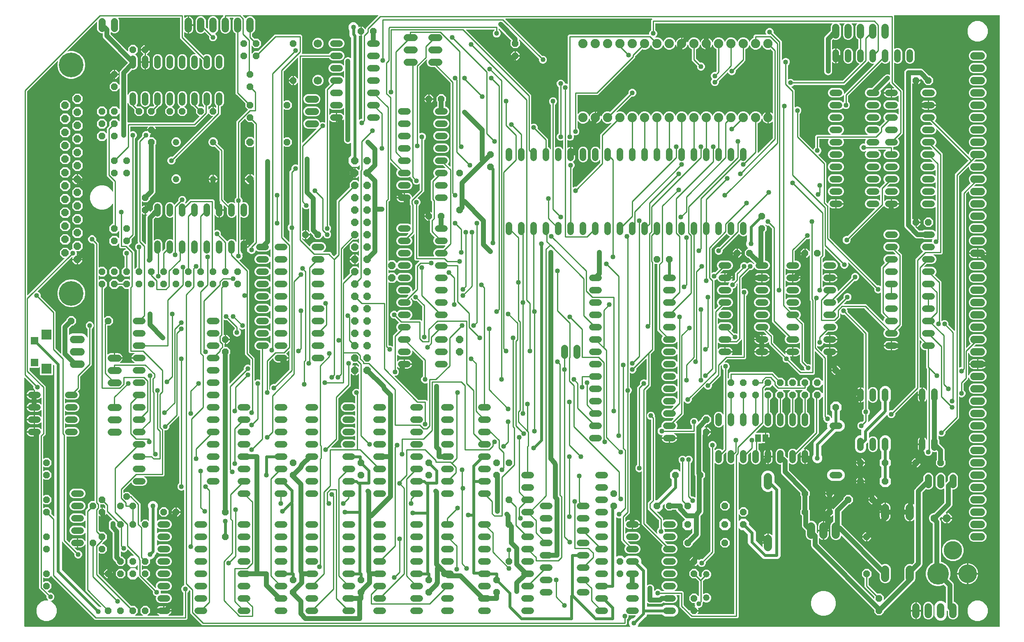
<source format=gbl>
G04 EAGLE Gerber RS-274X export*
G75*
%MOMM*%
%FSLAX34Y34*%
%LPD*%
%INBottom Copper*%
%IPPOS*%
%AMOC8*
5,1,8,0,0,1.08239X$1,22.5*%
G01*
%ADD10C,1.676400*%
%ADD11P,1.732040X8X22.500000*%
%ADD12C,1.600200*%
%ADD13P,1.429621X8X22.500000*%
%ADD14C,1.524000*%
%ADD15C,1.905000*%
%ADD16C,1.320800*%
%ADD17R,1.524000X1.524000*%
%ADD18R,2.095500X2.095500*%
%ADD19P,1.539592X8X292.500000*%
%ADD20P,1.429621X8X112.500000*%
%ADD21P,1.429621X8X202.500000*%
%ADD22C,4.445000*%
%ADD23C,3.810000*%
%ADD24P,1.649562X8X112.500000*%
%ADD25C,5.080000*%
%ADD26C,1.320800*%
%ADD27P,1.649562X8X22.500000*%
%ADD28C,1.422400*%
%ADD29P,1.539592X8X22.500000*%
%ADD30P,1.429621X8X292.500000*%
%ADD31P,1.539592X8X112.500000*%
%ADD32C,1.700000*%
%ADD33P,1.649562X8X292.500000*%
%ADD34R,1.168400X1.600200*%
%ADD35C,1.016000*%
%ADD36C,1.016000*%
%ADD37C,0.254000*%
%ADD38C,0.609600*%

G36*
X2000778Y5084D02*
X2000778Y5084D01*
X2000797Y5082D01*
X2000899Y5104D01*
X2001001Y5120D01*
X2001018Y5130D01*
X2001038Y5134D01*
X2001127Y5187D01*
X2001218Y5236D01*
X2001232Y5250D01*
X2001249Y5260D01*
X2001316Y5339D01*
X2001388Y5414D01*
X2001396Y5432D01*
X2001409Y5447D01*
X2001448Y5543D01*
X2001491Y5637D01*
X2001493Y5657D01*
X2001501Y5675D01*
X2001519Y5842D01*
X2001519Y1264158D01*
X2001516Y1264178D01*
X2001518Y1264197D01*
X2001496Y1264299D01*
X2001480Y1264401D01*
X2001470Y1264418D01*
X2001466Y1264438D01*
X2001413Y1264527D01*
X2001364Y1264618D01*
X2001350Y1264632D01*
X2001340Y1264649D01*
X2001261Y1264716D01*
X2001186Y1264788D01*
X2001168Y1264796D01*
X2001153Y1264809D01*
X2001057Y1264848D01*
X2000963Y1264891D01*
X2000943Y1264893D01*
X2000925Y1264901D01*
X2000758Y1264919D01*
X1784667Y1264919D01*
X1784648Y1264916D01*
X1784628Y1264918D01*
X1784527Y1264896D01*
X1784425Y1264880D01*
X1784407Y1264870D01*
X1784388Y1264866D01*
X1784299Y1264813D01*
X1784207Y1264764D01*
X1784194Y1264750D01*
X1784177Y1264740D01*
X1784109Y1264661D01*
X1784038Y1264586D01*
X1784030Y1264568D01*
X1784017Y1264553D01*
X1783978Y1264457D01*
X1783934Y1264363D01*
X1783932Y1264343D01*
X1783925Y1264325D01*
X1783906Y1264158D01*
X1783906Y1196399D01*
X1783918Y1196328D01*
X1783920Y1196257D01*
X1783938Y1196208D01*
X1783946Y1196156D01*
X1783980Y1196093D01*
X1784004Y1196026D01*
X1784037Y1195985D01*
X1784061Y1195939D01*
X1784113Y1195890D01*
X1784158Y1195834D01*
X1784202Y1195805D01*
X1784239Y1195770D01*
X1784304Y1195739D01*
X1784365Y1195701D01*
X1784415Y1195688D01*
X1784462Y1195666D01*
X1784534Y1195658D01*
X1784603Y1195641D01*
X1784655Y1195645D01*
X1784707Y1195639D01*
X1784777Y1195654D01*
X1784849Y1195660D01*
X1784896Y1195680D01*
X1784947Y1195691D01*
X1785009Y1195728D01*
X1785075Y1195756D01*
X1785131Y1195801D01*
X1785158Y1195817D01*
X1785174Y1195835D01*
X1785206Y1195861D01*
X1785232Y1195887D01*
X1788780Y1197357D01*
X1792620Y1197357D01*
X1796168Y1195887D01*
X1798883Y1193172D01*
X1800353Y1189624D01*
X1800353Y1172576D01*
X1798883Y1169028D01*
X1796168Y1166313D01*
X1792620Y1164843D01*
X1788780Y1164843D01*
X1785232Y1166313D01*
X1785206Y1166339D01*
X1785148Y1166381D01*
X1785096Y1166430D01*
X1785048Y1166452D01*
X1785006Y1166483D01*
X1784938Y1166504D01*
X1784872Y1166534D01*
X1784821Y1166540D01*
X1784771Y1166555D01*
X1784699Y1166553D01*
X1784628Y1166561D01*
X1784577Y1166550D01*
X1784525Y1166549D01*
X1784458Y1166524D01*
X1784388Y1166509D01*
X1784343Y1166482D01*
X1784294Y1166464D01*
X1784238Y1166419D01*
X1784177Y1166383D01*
X1784143Y1166343D01*
X1784102Y1166311D01*
X1784063Y1166250D01*
X1784017Y1166196D01*
X1783997Y1166148D01*
X1783969Y1166104D01*
X1783952Y1166034D01*
X1783925Y1165968D01*
X1783917Y1165896D01*
X1783909Y1165865D01*
X1783911Y1165842D01*
X1783906Y1165801D01*
X1783906Y1127642D01*
X1783921Y1127552D01*
X1783928Y1127461D01*
X1783941Y1127431D01*
X1783946Y1127399D01*
X1783989Y1127318D01*
X1784024Y1127234D01*
X1784050Y1127202D01*
X1784061Y1127182D01*
X1784084Y1127159D01*
X1784129Y1127103D01*
X1801369Y1109864D01*
X1801369Y1020561D01*
X1791720Y1010912D01*
X1791708Y1010896D01*
X1791692Y1010883D01*
X1791636Y1010796D01*
X1791576Y1010712D01*
X1791570Y1010693D01*
X1791559Y1010676D01*
X1791534Y1010576D01*
X1791504Y1010477D01*
X1791504Y1010457D01*
X1791499Y1010438D01*
X1791507Y1010335D01*
X1791510Y1010231D01*
X1791517Y1010213D01*
X1791518Y1010193D01*
X1791559Y1010098D01*
X1791594Y1010000D01*
X1791607Y1009985D01*
X1791615Y1009966D01*
X1791720Y1009835D01*
X1792787Y1008768D01*
X1794257Y1005220D01*
X1794257Y1001380D01*
X1792787Y997832D01*
X1790072Y995117D01*
X1786524Y993647D01*
X1783080Y993647D01*
X1783060Y993644D01*
X1783041Y993646D01*
X1782939Y993624D01*
X1782837Y993608D01*
X1782820Y993598D01*
X1782800Y993594D01*
X1782711Y993541D01*
X1782620Y993492D01*
X1782606Y993478D01*
X1782589Y993468D01*
X1782522Y993389D01*
X1782450Y993314D01*
X1782442Y993296D01*
X1782429Y993281D01*
X1782390Y993185D01*
X1782347Y993091D01*
X1782345Y993071D01*
X1782337Y993053D01*
X1782319Y992886D01*
X1782319Y988314D01*
X1782322Y988294D01*
X1782320Y988275D01*
X1782342Y988173D01*
X1782358Y988071D01*
X1782368Y988054D01*
X1782372Y988034D01*
X1782425Y987945D01*
X1782474Y987854D01*
X1782488Y987840D01*
X1782498Y987823D01*
X1782577Y987756D01*
X1782652Y987684D01*
X1782670Y987676D01*
X1782685Y987663D01*
X1782781Y987624D01*
X1782875Y987581D01*
X1782895Y987579D01*
X1782913Y987571D01*
X1783080Y987553D01*
X1786524Y987553D01*
X1790072Y986083D01*
X1792787Y983368D01*
X1794257Y979820D01*
X1794257Y975980D01*
X1792787Y972432D01*
X1790072Y969717D01*
X1786524Y968247D01*
X1769476Y968247D01*
X1765928Y969717D01*
X1763213Y972432D01*
X1761743Y975980D01*
X1761743Y979820D01*
X1763213Y983368D01*
X1765928Y986083D01*
X1766703Y986404D01*
X1766786Y986456D01*
X1766872Y986501D01*
X1766890Y986520D01*
X1766912Y986534D01*
X1766974Y986609D01*
X1767041Y986679D01*
X1767052Y986703D01*
X1767069Y986723D01*
X1767104Y986814D01*
X1767145Y986903D01*
X1767148Y986928D01*
X1767157Y986953D01*
X1767161Y987050D01*
X1767172Y987147D01*
X1767167Y987172D01*
X1767168Y987199D01*
X1767141Y987292D01*
X1767120Y987387D01*
X1767106Y987410D01*
X1767099Y987435D01*
X1767044Y987515D01*
X1766994Y987598D01*
X1766974Y987615D01*
X1766959Y987637D01*
X1766881Y987695D01*
X1766807Y987758D01*
X1766783Y987768D01*
X1766762Y987784D01*
X1766669Y987814D01*
X1766579Y987850D01*
X1766546Y987854D01*
X1766528Y987860D01*
X1766495Y987860D01*
X1766412Y987869D01*
X1751488Y987869D01*
X1751392Y987853D01*
X1751295Y987844D01*
X1751271Y987833D01*
X1751245Y987829D01*
X1751159Y987784D01*
X1751070Y987744D01*
X1751051Y987726D01*
X1751028Y987714D01*
X1750961Y987643D01*
X1750889Y987577D01*
X1750877Y987555D01*
X1750859Y987536D01*
X1750818Y987447D01*
X1750771Y987362D01*
X1750766Y987336D01*
X1750755Y987313D01*
X1750744Y987216D01*
X1750727Y987120D01*
X1750731Y987094D01*
X1750728Y987068D01*
X1750749Y986973D01*
X1750763Y986877D01*
X1750775Y986853D01*
X1750780Y986828D01*
X1750830Y986744D01*
X1750874Y986657D01*
X1750893Y986639D01*
X1750906Y986617D01*
X1750980Y986553D01*
X1751050Y986485D01*
X1751078Y986469D01*
X1751093Y986457D01*
X1751124Y986444D01*
X1751197Y986404D01*
X1751972Y986083D01*
X1754687Y983368D01*
X1756157Y979820D01*
X1756157Y975980D01*
X1754687Y972432D01*
X1751972Y969717D01*
X1748424Y968247D01*
X1731376Y968247D01*
X1727828Y969717D01*
X1725113Y972432D01*
X1723643Y975980D01*
X1723643Y979820D01*
X1725113Y983368D01*
X1725457Y983712D01*
X1725514Y983791D01*
X1725576Y983866D01*
X1725585Y983891D01*
X1725601Y983912D01*
X1725629Y984005D01*
X1725664Y984096D01*
X1725665Y984122D01*
X1725673Y984147D01*
X1725671Y984244D01*
X1725675Y984342D01*
X1725667Y984367D01*
X1725667Y984393D01*
X1725633Y984484D01*
X1725606Y984578D01*
X1725591Y984599D01*
X1725582Y984624D01*
X1725521Y984700D01*
X1725466Y984780D01*
X1725445Y984795D01*
X1725429Y984816D01*
X1725346Y984869D01*
X1725268Y984927D01*
X1725244Y984935D01*
X1725222Y984949D01*
X1725127Y984973D01*
X1725035Y985003D01*
X1725008Y985003D01*
X1724983Y985009D01*
X1724886Y985001D01*
X1724789Y985000D01*
X1724757Y984991D01*
X1724738Y984990D01*
X1724708Y984977D01*
X1724628Y984954D01*
X1722467Y984059D01*
X1719233Y984059D01*
X1716245Y985296D01*
X1713959Y987583D01*
X1712721Y990571D01*
X1712721Y993804D01*
X1713959Y996792D01*
X1716245Y999079D01*
X1719233Y1000316D01*
X1722467Y1000316D01*
X1722721Y1000211D01*
X1722791Y1000195D01*
X1722858Y1000169D01*
X1722910Y1000167D01*
X1722960Y1000155D01*
X1723032Y1000162D01*
X1723103Y1000159D01*
X1723153Y1000173D01*
X1723205Y1000178D01*
X1723271Y1000207D01*
X1723340Y1000227D01*
X1723382Y1000257D01*
X1723430Y1000278D01*
X1723483Y1000326D01*
X1723542Y1000367D01*
X1723573Y1000409D01*
X1723611Y1000444D01*
X1723646Y1000507D01*
X1723688Y1000565D01*
X1723705Y1000614D01*
X1723730Y1000660D01*
X1723742Y1000730D01*
X1723765Y1000799D01*
X1723764Y1000851D01*
X1723773Y1000902D01*
X1723763Y1000973D01*
X1723762Y1001045D01*
X1723742Y1001113D01*
X1723738Y1001145D01*
X1723727Y1001166D01*
X1723715Y1001206D01*
X1723643Y1001380D01*
X1723643Y1005220D01*
X1725113Y1008768D01*
X1725139Y1008794D01*
X1725181Y1008852D01*
X1725230Y1008904D01*
X1725252Y1008952D01*
X1725283Y1008994D01*
X1725304Y1009062D01*
X1725334Y1009128D01*
X1725340Y1009179D01*
X1725355Y1009229D01*
X1725353Y1009301D01*
X1725361Y1009372D01*
X1725350Y1009423D01*
X1725349Y1009475D01*
X1725324Y1009542D01*
X1725309Y1009612D01*
X1725282Y1009657D01*
X1725264Y1009706D01*
X1725219Y1009762D01*
X1725183Y1009823D01*
X1725143Y1009857D01*
X1725111Y1009898D01*
X1725050Y1009937D01*
X1724996Y1009983D01*
X1724948Y1010003D01*
X1724904Y1010031D01*
X1724834Y1010048D01*
X1724768Y1010075D01*
X1724696Y1010083D01*
X1724665Y1010091D01*
X1724642Y1010089D01*
X1724601Y1010094D01*
X1678999Y1010094D01*
X1678928Y1010082D01*
X1678857Y1010080D01*
X1678808Y1010062D01*
X1678756Y1010054D01*
X1678693Y1010020D01*
X1678626Y1009996D01*
X1678585Y1009963D01*
X1678539Y1009939D01*
X1678490Y1009887D01*
X1678434Y1009842D01*
X1678405Y1009798D01*
X1678370Y1009761D01*
X1678339Y1009696D01*
X1678301Y1009635D01*
X1678288Y1009585D01*
X1678266Y1009538D01*
X1678258Y1009466D01*
X1678241Y1009397D01*
X1678245Y1009345D01*
X1678239Y1009293D01*
X1678254Y1009223D01*
X1678260Y1009151D01*
X1678280Y1009104D01*
X1678291Y1009053D01*
X1678328Y1008991D01*
X1678356Y1008925D01*
X1678401Y1008869D01*
X1678417Y1008842D01*
X1678435Y1008826D01*
X1678461Y1008794D01*
X1678487Y1008768D01*
X1679957Y1005220D01*
X1679957Y1001380D01*
X1678487Y997832D01*
X1675772Y995117D01*
X1672224Y993647D01*
X1655176Y993647D01*
X1651628Y995117D01*
X1648913Y997832D01*
X1647443Y1001380D01*
X1647443Y1005220D01*
X1648913Y1008768D01*
X1648939Y1008794D01*
X1648981Y1008852D01*
X1649030Y1008904D01*
X1649052Y1008952D01*
X1649083Y1008994D01*
X1649104Y1009062D01*
X1649134Y1009128D01*
X1649140Y1009179D01*
X1649155Y1009229D01*
X1649153Y1009301D01*
X1649161Y1009372D01*
X1649150Y1009423D01*
X1649149Y1009475D01*
X1649124Y1009542D01*
X1649109Y1009612D01*
X1649082Y1009657D01*
X1649064Y1009706D01*
X1649019Y1009762D01*
X1648983Y1009823D01*
X1648943Y1009857D01*
X1648911Y1009898D01*
X1648850Y1009937D01*
X1648796Y1009983D01*
X1648748Y1010003D01*
X1648704Y1010031D01*
X1648634Y1010048D01*
X1648568Y1010075D01*
X1648496Y1010083D01*
X1648465Y1010091D01*
X1648442Y1010089D01*
X1648401Y1010094D01*
X1630680Y1010094D01*
X1630660Y1010091D01*
X1630641Y1010093D01*
X1630539Y1010071D01*
X1630437Y1010054D01*
X1630420Y1010045D01*
X1630400Y1010040D01*
X1630311Y1009987D01*
X1630220Y1009939D01*
X1630206Y1009925D01*
X1630189Y1009914D01*
X1630122Y1009836D01*
X1630050Y1009761D01*
X1630042Y1009743D01*
X1630029Y1009727D01*
X1629990Y1009631D01*
X1629947Y1009538D01*
X1629945Y1009518D01*
X1629937Y1009499D01*
X1629919Y1009333D01*
X1629919Y993330D01*
X1629933Y993240D01*
X1629941Y993149D01*
X1629953Y993119D01*
X1629958Y993087D01*
X1630001Y993006D01*
X1630037Y992923D01*
X1630063Y992890D01*
X1630074Y992870D01*
X1630097Y992848D01*
X1630142Y992792D01*
X1632491Y990442D01*
X1633729Y987454D01*
X1633729Y984221D01*
X1632491Y981233D01*
X1630205Y978946D01*
X1628212Y978121D01*
X1628173Y978097D01*
X1628130Y978081D01*
X1628070Y978033D01*
X1628003Y977992D01*
X1627974Y977956D01*
X1627938Y977928D01*
X1627896Y977862D01*
X1627847Y977802D01*
X1627830Y977759D01*
X1627805Y977721D01*
X1627786Y977645D01*
X1627758Y977572D01*
X1627756Y977527D01*
X1627745Y977482D01*
X1627751Y977405D01*
X1627748Y977327D01*
X1627761Y977283D01*
X1627764Y977237D01*
X1627795Y977165D01*
X1627817Y977090D01*
X1627843Y977053D01*
X1627861Y977011D01*
X1627946Y976904D01*
X1627957Y976888D01*
X1627961Y976885D01*
X1627966Y976880D01*
X1644206Y960639D01*
X1644206Y879992D01*
X1644221Y879902D01*
X1644228Y879811D01*
X1644241Y879781D01*
X1644246Y879749D01*
X1644289Y879668D01*
X1644324Y879584D01*
X1644350Y879552D01*
X1644361Y879532D01*
X1644384Y879509D01*
X1644429Y879453D01*
X1646734Y877149D01*
X1646831Y877079D01*
X1646928Y877008D01*
X1646931Y877007D01*
X1646933Y877005D01*
X1647049Y876970D01*
X1647162Y876934D01*
X1647165Y876934D01*
X1647168Y876933D01*
X1647289Y876936D01*
X1647408Y876938D01*
X1647411Y876939D01*
X1647414Y876939D01*
X1647528Y876981D01*
X1647640Y877021D01*
X1647642Y877023D01*
X1647645Y877024D01*
X1647740Y877099D01*
X1647833Y877173D01*
X1647835Y877176D01*
X1647837Y877178D01*
X1647903Y877279D01*
X1647968Y877379D01*
X1647969Y877382D01*
X1647970Y877385D01*
X1647973Y877395D01*
X1648019Y877539D01*
X1648303Y878967D01*
X1648992Y880632D01*
X1649993Y882130D01*
X1651266Y883403D01*
X1652764Y884404D01*
X1654429Y885093D01*
X1656195Y885445D01*
X1662177Y885445D01*
X1662177Y877062D01*
X1662180Y877042D01*
X1662178Y877023D01*
X1662200Y876921D01*
X1662217Y876819D01*
X1662226Y876802D01*
X1662230Y876782D01*
X1662283Y876693D01*
X1662332Y876602D01*
X1662346Y876588D01*
X1662356Y876571D01*
X1662435Y876504D01*
X1662510Y876433D01*
X1662528Y876424D01*
X1662543Y876411D01*
X1662639Y876373D01*
X1662733Y876329D01*
X1662753Y876327D01*
X1662771Y876319D01*
X1662938Y876301D01*
X1663701Y876301D01*
X1663701Y876299D01*
X1662938Y876299D01*
X1662918Y876296D01*
X1662899Y876298D01*
X1662797Y876276D01*
X1662695Y876259D01*
X1662678Y876250D01*
X1662658Y876246D01*
X1662569Y876193D01*
X1662478Y876144D01*
X1662464Y876130D01*
X1662447Y876120D01*
X1662380Y876041D01*
X1662309Y875966D01*
X1662300Y875948D01*
X1662287Y875933D01*
X1662248Y875837D01*
X1662205Y875743D01*
X1662203Y875723D01*
X1662195Y875705D01*
X1662177Y875538D01*
X1662177Y867155D01*
X1656195Y867155D01*
X1654429Y867507D01*
X1652764Y868196D01*
X1651740Y868880D01*
X1651632Y868930D01*
X1651522Y868980D01*
X1651519Y868981D01*
X1651517Y868982D01*
X1651396Y868994D01*
X1651278Y869007D01*
X1651275Y869007D01*
X1651272Y869007D01*
X1651155Y868981D01*
X1651038Y868955D01*
X1651035Y868954D01*
X1651032Y868953D01*
X1650929Y868891D01*
X1650827Y868829D01*
X1650825Y868827D01*
X1650822Y868825D01*
X1650744Y868733D01*
X1650667Y868642D01*
X1650665Y868639D01*
X1650663Y868637D01*
X1650620Y868526D01*
X1650575Y868414D01*
X1650574Y868410D01*
X1650573Y868408D01*
X1650573Y868397D01*
X1650556Y868247D01*
X1650556Y806967D01*
X1650571Y806877D01*
X1650578Y806786D01*
X1650591Y806756D01*
X1650596Y806724D01*
X1650639Y806643D01*
X1650674Y806559D01*
X1650700Y806527D01*
X1650711Y806507D01*
X1650734Y806484D01*
X1650779Y806428D01*
X1748768Y708439D01*
X1748842Y708386D01*
X1748912Y708327D01*
X1748942Y708314D01*
X1748968Y708296D01*
X1749055Y708269D01*
X1749140Y708235D01*
X1749181Y708230D01*
X1749203Y708223D01*
X1749235Y708224D01*
X1749307Y708216D01*
X1752629Y708216D01*
X1755166Y707165D01*
X1755211Y707155D01*
X1755253Y707136D01*
X1755330Y707127D01*
X1755406Y707109D01*
X1755451Y707114D01*
X1755497Y707109D01*
X1755573Y707125D01*
X1755651Y707132D01*
X1755692Y707151D01*
X1755737Y707161D01*
X1755804Y707201D01*
X1755875Y707232D01*
X1755909Y707263D01*
X1755948Y707287D01*
X1755999Y707346D01*
X1756056Y707399D01*
X1756079Y707439D01*
X1756108Y707474D01*
X1756137Y707546D01*
X1756175Y707614D01*
X1756183Y707659D01*
X1756200Y707702D01*
X1756215Y707838D01*
X1756219Y707856D01*
X1756218Y707861D01*
X1756219Y707869D01*
X1756219Y746326D01*
X1764280Y754388D01*
X1764292Y754404D01*
X1764308Y754417D01*
X1764337Y754463D01*
X1764357Y754484D01*
X1764372Y754515D01*
X1764424Y754588D01*
X1764430Y754607D01*
X1764441Y754624D01*
X1764466Y754724D01*
X1764496Y754823D01*
X1764496Y754843D01*
X1764501Y754862D01*
X1764493Y754965D01*
X1764490Y755069D01*
X1764483Y755087D01*
X1764482Y755107D01*
X1764441Y755202D01*
X1764406Y755300D01*
X1764393Y755315D01*
X1764385Y755334D01*
X1764280Y755465D01*
X1763213Y756532D01*
X1761743Y760080D01*
X1761743Y763920D01*
X1763213Y767468D01*
X1765928Y770183D01*
X1769476Y771653D01*
X1785802Y771653D01*
X1785873Y771664D01*
X1785944Y771666D01*
X1785993Y771684D01*
X1786045Y771692D01*
X1786108Y771726D01*
X1786175Y771751D01*
X1786216Y771783D01*
X1786262Y771808D01*
X1786311Y771859D01*
X1786367Y771904D01*
X1786396Y771948D01*
X1786431Y771986D01*
X1786462Y772051D01*
X1786500Y772111D01*
X1786513Y772162D01*
X1786535Y772209D01*
X1786543Y772280D01*
X1786560Y772350D01*
X1786556Y772402D01*
X1786562Y772453D01*
X1786547Y772524D01*
X1786541Y772595D01*
X1786521Y772643D01*
X1786510Y772694D01*
X1786473Y772755D01*
X1786445Y772821D01*
X1786400Y772877D01*
X1786384Y772905D01*
X1786378Y772910D01*
X1786377Y772912D01*
X1786363Y772923D01*
X1786340Y772952D01*
X1781768Y777524D01*
X1781694Y777577D01*
X1781625Y777637D01*
X1781595Y777649D01*
X1781568Y777668D01*
X1781481Y777695D01*
X1781397Y777729D01*
X1781356Y777733D01*
X1781333Y777740D01*
X1781301Y777739D01*
X1781230Y777747D01*
X1769476Y777747D01*
X1765928Y779217D01*
X1763213Y781932D01*
X1761743Y785480D01*
X1761743Y789320D01*
X1763213Y792868D01*
X1765928Y795583D01*
X1769476Y797053D01*
X1786524Y797053D01*
X1790072Y795583D01*
X1792787Y792868D01*
X1794257Y789320D01*
X1794257Y785480D01*
X1792787Y781932D01*
X1791720Y780865D01*
X1791708Y780848D01*
X1791692Y780836D01*
X1791636Y780749D01*
X1791576Y780665D01*
X1791570Y780646D01*
X1791559Y780629D01*
X1791534Y780529D01*
X1791504Y780430D01*
X1791504Y780410D01*
X1791499Y780391D01*
X1791507Y780288D01*
X1791510Y780184D01*
X1791517Y780165D01*
X1791518Y780145D01*
X1791559Y780050D01*
X1791594Y779953D01*
X1791607Y779937D01*
X1791615Y779919D01*
X1791720Y779788D01*
X1799781Y771726D01*
X1799781Y625274D01*
X1797028Y622521D01*
X1791720Y617212D01*
X1791708Y617196D01*
X1791692Y617183D01*
X1791636Y617096D01*
X1791576Y617012D01*
X1791570Y616993D01*
X1791559Y616976D01*
X1791534Y616876D01*
X1791504Y616777D01*
X1791504Y616757D01*
X1791499Y616738D01*
X1791507Y616635D01*
X1791510Y616531D01*
X1791517Y616513D01*
X1791518Y616493D01*
X1791559Y616398D01*
X1791594Y616300D01*
X1791607Y616285D01*
X1791615Y616266D01*
X1791720Y616135D01*
X1792787Y615068D01*
X1794257Y611520D01*
X1794257Y607680D01*
X1792787Y604132D01*
X1790072Y601417D01*
X1786524Y599947D01*
X1769476Y599947D01*
X1765928Y601417D01*
X1763213Y604132D01*
X1761743Y607680D01*
X1761743Y611520D01*
X1763213Y615068D01*
X1765074Y616929D01*
X1765086Y616945D01*
X1765101Y616958D01*
X1765157Y617045D01*
X1765218Y617129D01*
X1765224Y617148D01*
X1765234Y617165D01*
X1765260Y617265D01*
X1765290Y617364D01*
X1765290Y617384D01*
X1765294Y617403D01*
X1765286Y617506D01*
X1765284Y617610D01*
X1765277Y617629D01*
X1765275Y617648D01*
X1765235Y617743D01*
X1765199Y617841D01*
X1765187Y617857D01*
X1765179Y617875D01*
X1765074Y618006D01*
X1722459Y660621D01*
X1722385Y660674D01*
X1722316Y660733D01*
X1722286Y660746D01*
X1722259Y660764D01*
X1722172Y660791D01*
X1722088Y660825D01*
X1722047Y660830D01*
X1722024Y660837D01*
X1721992Y660836D01*
X1721921Y660844D01*
X1687356Y660844D01*
X1687311Y660836D01*
X1687265Y660838D01*
X1687190Y660817D01*
X1687114Y660804D01*
X1687073Y660783D01*
X1687029Y660770D01*
X1686965Y660725D01*
X1686896Y660689D01*
X1686865Y660656D01*
X1686827Y660630D01*
X1686780Y660567D01*
X1686727Y660511D01*
X1686707Y660469D01*
X1686680Y660432D01*
X1686656Y660358D01*
X1686623Y660288D01*
X1686618Y660242D01*
X1686604Y660198D01*
X1686605Y660120D01*
X1686596Y660043D01*
X1686606Y659998D01*
X1686606Y659952D01*
X1686644Y659821D01*
X1686648Y659803D01*
X1686651Y659798D01*
X1686653Y659791D01*
X1687704Y657254D01*
X1687704Y653932D01*
X1687718Y653842D01*
X1687726Y653751D01*
X1687738Y653721D01*
X1687743Y653689D01*
X1687786Y653608D01*
X1687822Y653524D01*
X1687848Y653492D01*
X1687859Y653472D01*
X1687882Y653449D01*
X1687927Y653393D01*
X1727178Y614142D01*
X1727179Y614142D01*
X1729931Y611389D01*
X1729931Y494188D01*
X1729947Y494092D01*
X1729956Y493995D01*
X1729967Y493971D01*
X1729971Y493945D01*
X1730016Y493859D01*
X1730056Y493770D01*
X1730074Y493751D01*
X1730086Y493728D01*
X1730157Y493661D01*
X1730223Y493589D01*
X1730245Y493577D01*
X1730264Y493559D01*
X1730353Y493518D01*
X1730438Y493471D01*
X1730464Y493466D01*
X1730487Y493455D01*
X1730584Y493444D01*
X1730680Y493427D01*
X1730706Y493431D01*
X1730732Y493428D01*
X1730827Y493449D01*
X1730923Y493463D01*
X1730947Y493475D01*
X1730972Y493480D01*
X1731056Y493530D01*
X1731143Y493574D01*
X1731161Y493593D01*
X1731183Y493606D01*
X1731247Y493680D01*
X1731315Y493750D01*
X1731331Y493778D01*
X1731343Y493793D01*
X1731356Y493824D01*
X1731396Y493897D01*
X1731717Y494672D01*
X1734432Y497387D01*
X1737980Y498857D01*
X1741820Y498857D01*
X1745368Y497387D01*
X1748083Y494672D01*
X1749553Y491124D01*
X1749553Y474076D01*
X1748083Y470528D01*
X1745368Y467813D01*
X1741820Y466343D01*
X1737980Y466343D01*
X1734432Y467813D01*
X1731717Y470528D01*
X1731396Y471303D01*
X1731344Y471386D01*
X1731299Y471472D01*
X1731280Y471490D01*
X1731266Y471512D01*
X1731191Y471575D01*
X1731121Y471641D01*
X1731097Y471652D01*
X1731077Y471669D01*
X1730986Y471704D01*
X1730897Y471745D01*
X1730871Y471748D01*
X1730847Y471757D01*
X1730750Y471761D01*
X1730653Y471772D01*
X1730628Y471767D01*
X1730601Y471768D01*
X1730508Y471741D01*
X1730413Y471720D01*
X1730390Y471706D01*
X1730365Y471699D01*
X1730285Y471644D01*
X1730202Y471594D01*
X1730185Y471574D01*
X1730163Y471559D01*
X1730105Y471481D01*
X1730042Y471407D01*
X1730032Y471382D01*
X1730016Y471362D01*
X1729986Y471269D01*
X1729950Y471179D01*
X1729946Y471146D01*
X1729940Y471128D01*
X1729940Y471095D01*
X1729931Y471012D01*
X1729931Y455167D01*
X1729946Y455077D01*
X1729953Y454986D01*
X1729966Y454957D01*
X1729971Y454925D01*
X1730014Y454844D01*
X1730049Y454760D01*
X1730075Y454728D01*
X1730086Y454707D01*
X1730109Y454685D01*
X1730154Y454629D01*
X1732504Y452280D01*
X1733741Y449292D01*
X1733741Y446058D01*
X1732504Y443070D01*
X1730154Y440721D01*
X1730101Y440647D01*
X1730042Y440578D01*
X1730030Y440547D01*
X1730011Y440521D01*
X1729984Y440434D01*
X1729950Y440349D01*
X1729945Y440308D01*
X1729938Y440286D01*
X1729939Y440254D01*
X1729931Y440183D01*
X1729931Y427227D01*
X1729943Y427157D01*
X1729945Y427085D01*
X1729963Y427036D01*
X1729971Y426985D01*
X1730005Y426921D01*
X1730029Y426854D01*
X1730062Y426813D01*
X1730086Y426767D01*
X1730138Y426718D01*
X1730183Y426662D01*
X1730227Y426634D01*
X1730264Y426598D01*
X1730329Y426568D01*
X1730390Y426529D01*
X1730440Y426516D01*
X1730487Y426494D01*
X1730559Y426486D01*
X1730628Y426469D01*
X1730680Y426473D01*
X1730732Y426467D01*
X1730802Y426482D01*
X1730873Y426488D01*
X1730921Y426508D01*
X1730972Y426519D01*
X1731034Y426556D01*
X1731100Y426584D01*
X1731156Y426629D01*
X1731183Y426646D01*
X1731199Y426663D01*
X1731231Y426689D01*
X1756948Y452407D01*
X1757001Y452481D01*
X1757061Y452550D01*
X1757073Y452580D01*
X1757092Y452606D01*
X1757119Y452693D01*
X1757153Y452778D01*
X1757157Y452819D01*
X1757164Y452841D01*
X1757163Y452874D01*
X1757171Y452945D01*
X1757171Y467285D01*
X1757157Y467375D01*
X1757149Y467466D01*
X1757137Y467495D01*
X1757132Y467527D01*
X1757089Y467608D01*
X1757053Y467692D01*
X1757027Y467724D01*
X1757016Y467745D01*
X1756993Y467767D01*
X1756948Y467823D01*
X1755394Y469377D01*
X1753615Y473672D01*
X1753615Y491528D01*
X1755394Y495823D01*
X1758681Y499110D01*
X1762976Y500889D01*
X1767624Y500889D01*
X1771919Y499110D01*
X1775206Y495823D01*
X1776985Y491528D01*
X1776985Y473672D01*
X1775206Y469377D01*
X1773652Y467823D01*
X1773599Y467749D01*
X1773539Y467680D01*
X1773527Y467649D01*
X1773508Y467623D01*
X1773481Y467536D01*
X1773447Y467451D01*
X1773443Y467410D01*
X1773436Y467388D01*
X1773437Y467356D01*
X1773429Y467285D01*
X1773429Y450957D01*
X1773436Y450912D01*
X1773434Y450866D01*
X1773456Y450791D01*
X1773468Y450714D01*
X1773490Y450674D01*
X1773503Y450629D01*
X1773547Y450565D01*
X1773584Y450497D01*
X1773617Y450465D01*
X1773643Y450427D01*
X1773705Y450381D01*
X1773762Y450327D01*
X1773804Y450308D01*
X1773840Y450281D01*
X1773914Y450256D01*
X1773985Y450224D01*
X1774031Y450219D01*
X1774074Y450204D01*
X1774152Y450205D01*
X1774229Y450197D01*
X1774274Y450206D01*
X1774320Y450207D01*
X1774452Y450245D01*
X1774470Y450249D01*
X1774474Y450251D01*
X1774481Y450253D01*
X1776383Y451041D01*
X1779706Y451041D01*
X1779796Y451056D01*
X1779887Y451063D01*
X1779917Y451076D01*
X1779949Y451081D01*
X1780029Y451124D01*
X1780113Y451159D01*
X1780145Y451185D01*
X1780166Y451196D01*
X1780188Y451219D01*
X1780244Y451264D01*
X1827433Y498453D01*
X1827486Y498527D01*
X1827546Y498597D01*
X1827558Y498627D01*
X1827577Y498653D01*
X1827604Y498740D01*
X1827638Y498825D01*
X1827642Y498866D01*
X1827649Y498888D01*
X1827648Y498920D01*
X1827656Y498992D01*
X1827656Y762201D01*
X1843121Y777666D01*
X1843148Y777704D01*
X1843182Y777735D01*
X1843219Y777803D01*
X1843265Y777866D01*
X1843278Y777910D01*
X1843300Y777950D01*
X1843314Y778027D01*
X1843337Y778101D01*
X1843336Y778147D01*
X1843344Y778192D01*
X1843333Y778269D01*
X1843331Y778347D01*
X1843315Y778390D01*
X1843308Y778435D01*
X1843273Y778505D01*
X1843246Y778578D01*
X1843218Y778614D01*
X1843197Y778655D01*
X1843141Y778709D01*
X1843093Y778770D01*
X1843054Y778795D01*
X1843021Y778827D01*
X1842901Y778893D01*
X1842886Y778903D01*
X1842881Y778904D01*
X1842874Y778908D01*
X1842128Y779217D01*
X1839413Y781932D01*
X1837943Y785480D01*
X1837943Y789320D01*
X1839413Y792868D01*
X1842128Y795583D01*
X1845676Y797053D01*
X1861185Y797053D01*
X1861205Y797056D01*
X1861224Y797054D01*
X1861326Y797076D01*
X1861428Y797092D01*
X1861445Y797102D01*
X1861465Y797106D01*
X1861554Y797159D01*
X1861645Y797208D01*
X1861659Y797222D01*
X1861676Y797232D01*
X1861743Y797311D01*
X1861815Y797386D01*
X1861823Y797404D01*
X1861836Y797419D01*
X1861875Y797515D01*
X1861918Y797609D01*
X1861920Y797629D01*
X1861928Y797647D01*
X1861946Y797814D01*
X1861946Y800129D01*
X1862760Y802095D01*
X1862771Y802139D01*
X1862790Y802181D01*
X1862799Y802258D01*
X1862816Y802334D01*
X1862812Y802380D01*
X1862817Y802425D01*
X1862801Y802502D01*
X1862793Y802579D01*
X1862775Y802621D01*
X1862765Y802666D01*
X1862725Y802733D01*
X1862693Y802804D01*
X1862662Y802838D01*
X1862639Y802877D01*
X1862580Y802928D01*
X1862527Y802985D01*
X1862487Y803007D01*
X1862452Y803037D01*
X1862380Y803066D01*
X1862311Y803103D01*
X1862266Y803112D01*
X1862224Y803129D01*
X1862088Y803144D01*
X1862069Y803147D01*
X1862064Y803146D01*
X1862057Y803147D01*
X1845676Y803147D01*
X1842137Y804613D01*
X1842073Y804628D01*
X1842012Y804653D01*
X1841929Y804662D01*
X1841897Y804669D01*
X1841878Y804668D01*
X1841845Y804671D01*
X1830358Y804671D01*
X1827370Y805909D01*
X1806034Y827245D01*
X1804796Y830233D01*
X1804796Y1147792D01*
X1806034Y1150780D01*
X1808320Y1153066D01*
X1811308Y1154304D01*
X1839942Y1154304D01*
X1842930Y1153066D01*
X1845323Y1150672D01*
X1855820Y1140176D01*
X1855894Y1140123D01*
X1855963Y1140063D01*
X1855994Y1140051D01*
X1856020Y1140032D01*
X1856107Y1140005D01*
X1856192Y1139971D01*
X1856233Y1139967D01*
X1856255Y1139960D01*
X1856287Y1139961D01*
X1856358Y1139953D01*
X1858198Y1139953D01*
X1863853Y1134298D01*
X1863853Y1126302D01*
X1858198Y1120647D01*
X1850202Y1120647D01*
X1844547Y1126302D01*
X1844547Y1128142D01*
X1844533Y1128232D01*
X1844525Y1128323D01*
X1844513Y1128352D01*
X1844508Y1128384D01*
X1844465Y1128465D01*
X1844429Y1128549D01*
X1844403Y1128581D01*
X1844392Y1128602D01*
X1844369Y1128624D01*
X1844324Y1128680D01*
X1839244Y1133760D01*
X1839186Y1133802D01*
X1839134Y1133851D01*
X1839087Y1133873D01*
X1839045Y1133904D01*
X1838976Y1133925D01*
X1838911Y1133955D01*
X1838859Y1133961D01*
X1838809Y1133976D01*
X1838738Y1133974D01*
X1838667Y1133982D01*
X1838616Y1133971D01*
X1838564Y1133970D01*
X1838496Y1133945D01*
X1838426Y1133930D01*
X1838382Y1133903D01*
X1838333Y1133885D01*
X1838277Y1133840D01*
X1838215Y1133803D01*
X1838181Y1133764D01*
X1838141Y1133731D01*
X1838102Y1133671D01*
X1838055Y1133617D01*
X1838036Y1133568D01*
X1838008Y1133524D01*
X1837990Y1133455D01*
X1837963Y1133388D01*
X1837955Y1133317D01*
X1837947Y1133286D01*
X1837949Y1133263D01*
X1837945Y1133222D01*
X1837945Y1131823D01*
X1829562Y1131823D01*
X1829542Y1131820D01*
X1829523Y1131822D01*
X1829421Y1131800D01*
X1829319Y1131783D01*
X1829302Y1131774D01*
X1829282Y1131770D01*
X1829193Y1131717D01*
X1829102Y1131668D01*
X1829088Y1131654D01*
X1829071Y1131644D01*
X1829004Y1131565D01*
X1828933Y1131490D01*
X1828924Y1131472D01*
X1828911Y1131457D01*
X1828873Y1131361D01*
X1828829Y1131267D01*
X1828827Y1131247D01*
X1828819Y1131229D01*
X1828801Y1131062D01*
X1828801Y1130299D01*
X1828038Y1130299D01*
X1828018Y1130296D01*
X1827999Y1130298D01*
X1827897Y1130276D01*
X1827795Y1130259D01*
X1827778Y1130250D01*
X1827758Y1130246D01*
X1827669Y1130193D01*
X1827578Y1130144D01*
X1827564Y1130130D01*
X1827547Y1130120D01*
X1827480Y1130041D01*
X1827409Y1129966D01*
X1827400Y1129948D01*
X1827387Y1129933D01*
X1827348Y1129837D01*
X1827305Y1129743D01*
X1827303Y1129723D01*
X1827295Y1129705D01*
X1827277Y1129538D01*
X1827277Y1121155D01*
X1825012Y1121155D01*
X1822353Y1123814D01*
X1822295Y1123856D01*
X1822243Y1123905D01*
X1822196Y1123927D01*
X1822154Y1123958D01*
X1822085Y1123979D01*
X1822020Y1124009D01*
X1821968Y1124015D01*
X1821918Y1124030D01*
X1821847Y1124028D01*
X1821776Y1124036D01*
X1821725Y1124025D01*
X1821673Y1124024D01*
X1821605Y1123999D01*
X1821535Y1123984D01*
X1821490Y1123957D01*
X1821442Y1123939D01*
X1821386Y1123894D01*
X1821324Y1123858D01*
X1821290Y1123818D01*
X1821250Y1123786D01*
X1821211Y1123725D01*
X1821164Y1123671D01*
X1821145Y1123622D01*
X1821117Y1123579D01*
X1821099Y1123509D01*
X1821072Y1123443D01*
X1821064Y1123371D01*
X1821056Y1123340D01*
X1821058Y1123317D01*
X1821054Y1123276D01*
X1821054Y845224D01*
X1821065Y845153D01*
X1821067Y845082D01*
X1821085Y845033D01*
X1821093Y844981D01*
X1821127Y844918D01*
X1821152Y844851D01*
X1821184Y844810D01*
X1821209Y844764D01*
X1821261Y844715D01*
X1821305Y844659D01*
X1821349Y844630D01*
X1821387Y844595D01*
X1821452Y844564D01*
X1821512Y844526D01*
X1821563Y844513D01*
X1821610Y844491D01*
X1821681Y844483D01*
X1821751Y844466D01*
X1821803Y844470D01*
X1821854Y844464D01*
X1821925Y844479D01*
X1821996Y844485D01*
X1822044Y844505D01*
X1822095Y844516D01*
X1822156Y844553D01*
X1822222Y844581D01*
X1822278Y844626D01*
X1822306Y844642D01*
X1822321Y844660D01*
X1822353Y844686D01*
X1825012Y847345D01*
X1827277Y847345D01*
X1827277Y838962D01*
X1827280Y838942D01*
X1827278Y838923D01*
X1827300Y838821D01*
X1827317Y838719D01*
X1827326Y838702D01*
X1827330Y838682D01*
X1827383Y838593D01*
X1827432Y838502D01*
X1827446Y838488D01*
X1827456Y838471D01*
X1827535Y838404D01*
X1827610Y838333D01*
X1827628Y838324D01*
X1827643Y838311D01*
X1827739Y838273D01*
X1827833Y838229D01*
X1827853Y838227D01*
X1827871Y838219D01*
X1828038Y838201D01*
X1828801Y838201D01*
X1828801Y838199D01*
X1828038Y838199D01*
X1828018Y838196D01*
X1827999Y838198D01*
X1827897Y838176D01*
X1827795Y838159D01*
X1827778Y838150D01*
X1827758Y838146D01*
X1827669Y838093D01*
X1827578Y838044D01*
X1827564Y838030D01*
X1827547Y838020D01*
X1827480Y837941D01*
X1827409Y837866D01*
X1827400Y837848D01*
X1827387Y837833D01*
X1827348Y837737D01*
X1827305Y837643D01*
X1827303Y837623D01*
X1827295Y837605D01*
X1827277Y837438D01*
X1827277Y829309D01*
X1827292Y829219D01*
X1827299Y829128D01*
X1827311Y829099D01*
X1827317Y829067D01*
X1827359Y828986D01*
X1827395Y828902D01*
X1827421Y828870D01*
X1827432Y828849D01*
X1827455Y828827D01*
X1827500Y828771D01*
X1835119Y821152D01*
X1835193Y821099D01*
X1835262Y821039D01*
X1835293Y821027D01*
X1835319Y821008D01*
X1835406Y820981D01*
X1835491Y820947D01*
X1835532Y820943D01*
X1835554Y820936D01*
X1835586Y820937D01*
X1835657Y820929D01*
X1841845Y820929D01*
X1841910Y820939D01*
X1841976Y820940D01*
X1842056Y820963D01*
X1842088Y820968D01*
X1842105Y820978D01*
X1842137Y820987D01*
X1845676Y822453D01*
X1862724Y822453D01*
X1866272Y820983D01*
X1867632Y819623D01*
X1867690Y819581D01*
X1867742Y819532D01*
X1867789Y819510D01*
X1867831Y819480D01*
X1867900Y819459D01*
X1867965Y819428D01*
X1868017Y819423D01*
X1868067Y819407D01*
X1868138Y819409D01*
X1868209Y819401D01*
X1868260Y819412D01*
X1868312Y819414D01*
X1868380Y819438D01*
X1868450Y819454D01*
X1868495Y819480D01*
X1868543Y819498D01*
X1868599Y819543D01*
X1868661Y819580D01*
X1868695Y819619D01*
X1868735Y819652D01*
X1868774Y819712D01*
X1868821Y819767D01*
X1868840Y819815D01*
X1868868Y819859D01*
X1868886Y819928D01*
X1868913Y819995D01*
X1868921Y820066D01*
X1868929Y820097D01*
X1868927Y820121D01*
X1868931Y820162D01*
X1868931Y868938D01*
X1868920Y869009D01*
X1868918Y869081D01*
X1868900Y869130D01*
X1868892Y869181D01*
X1868858Y869245D01*
X1868833Y869312D01*
X1868801Y869353D01*
X1868776Y869399D01*
X1868724Y869448D01*
X1868680Y869504D01*
X1868636Y869532D01*
X1868598Y869568D01*
X1868533Y869598D01*
X1868473Y869637D01*
X1868422Y869650D01*
X1868375Y869672D01*
X1868304Y869679D01*
X1868234Y869697D01*
X1868182Y869693D01*
X1868131Y869699D01*
X1868060Y869683D01*
X1867989Y869678D01*
X1867941Y869658D01*
X1867890Y869646D01*
X1867829Y869610D01*
X1867763Y869582D01*
X1867707Y869537D01*
X1867679Y869520D01*
X1867664Y869502D01*
X1867632Y869477D01*
X1866272Y868117D01*
X1862724Y866647D01*
X1845676Y866647D01*
X1842128Y868117D01*
X1839413Y870832D01*
X1837943Y874380D01*
X1837943Y878220D01*
X1839413Y881768D01*
X1842128Y884483D01*
X1845676Y885953D01*
X1862724Y885953D01*
X1866272Y884483D01*
X1867632Y883123D01*
X1867690Y883081D01*
X1867742Y883032D01*
X1867789Y883010D01*
X1867831Y882980D01*
X1867900Y882959D01*
X1867965Y882928D01*
X1868017Y882923D01*
X1868067Y882907D01*
X1868138Y882909D01*
X1868209Y882901D01*
X1868260Y882912D01*
X1868312Y882914D01*
X1868380Y882938D01*
X1868450Y882954D01*
X1868495Y882980D01*
X1868543Y882998D01*
X1868599Y883043D01*
X1868661Y883080D01*
X1868695Y883119D01*
X1868735Y883152D01*
X1868774Y883212D01*
X1868821Y883267D01*
X1868840Y883315D01*
X1868868Y883359D01*
X1868886Y883428D01*
X1868913Y883495D01*
X1868921Y883566D01*
X1868929Y883597D01*
X1868927Y883621D01*
X1868931Y883662D01*
X1868931Y894338D01*
X1868920Y894409D01*
X1868918Y894481D01*
X1868900Y894530D01*
X1868892Y894581D01*
X1868858Y894645D01*
X1868833Y894712D01*
X1868801Y894753D01*
X1868776Y894799D01*
X1868724Y894848D01*
X1868680Y894904D01*
X1868636Y894932D01*
X1868598Y894968D01*
X1868533Y894998D01*
X1868473Y895037D01*
X1868422Y895050D01*
X1868375Y895072D01*
X1868304Y895079D01*
X1868234Y895097D01*
X1868182Y895093D01*
X1868131Y895099D01*
X1868060Y895083D01*
X1867989Y895078D01*
X1867941Y895058D01*
X1867890Y895046D01*
X1867829Y895010D01*
X1867763Y894982D01*
X1867707Y894937D01*
X1867679Y894920D01*
X1867664Y894902D01*
X1867632Y894877D01*
X1866272Y893517D01*
X1862724Y892047D01*
X1845676Y892047D01*
X1842128Y893517D01*
X1839413Y896232D01*
X1837943Y899780D01*
X1837943Y903620D01*
X1839413Y907168D01*
X1842128Y909883D01*
X1845676Y911353D01*
X1862724Y911353D01*
X1866272Y909883D01*
X1867632Y908523D01*
X1867690Y908481D01*
X1867742Y908432D01*
X1867789Y908410D01*
X1867831Y908380D01*
X1867900Y908359D01*
X1867965Y908328D01*
X1868017Y908323D01*
X1868067Y908307D01*
X1868138Y908309D01*
X1868209Y908301D01*
X1868260Y908312D01*
X1868312Y908314D01*
X1868380Y908338D01*
X1868450Y908354D01*
X1868495Y908380D01*
X1868543Y908398D01*
X1868599Y908443D01*
X1868661Y908480D01*
X1868695Y908519D01*
X1868735Y908552D01*
X1868774Y908612D01*
X1868821Y908667D01*
X1868840Y908715D01*
X1868868Y908759D01*
X1868886Y908828D01*
X1868913Y908895D01*
X1868921Y908966D01*
X1868929Y908997D01*
X1868927Y909021D01*
X1868931Y909062D01*
X1868931Y919738D01*
X1868920Y919809D01*
X1868918Y919881D01*
X1868900Y919930D01*
X1868892Y919981D01*
X1868858Y920045D01*
X1868833Y920112D01*
X1868801Y920153D01*
X1868776Y920199D01*
X1868724Y920248D01*
X1868680Y920304D01*
X1868636Y920332D01*
X1868598Y920368D01*
X1868533Y920398D01*
X1868473Y920437D01*
X1868422Y920450D01*
X1868375Y920472D01*
X1868304Y920479D01*
X1868234Y920497D01*
X1868182Y920493D01*
X1868131Y920499D01*
X1868060Y920483D01*
X1867989Y920478D01*
X1867941Y920458D01*
X1867890Y920446D01*
X1867829Y920410D01*
X1867763Y920382D01*
X1867707Y920337D01*
X1867679Y920320D01*
X1867664Y920302D01*
X1867632Y920277D01*
X1866272Y918917D01*
X1862724Y917447D01*
X1845676Y917447D01*
X1842128Y918917D01*
X1839413Y921632D01*
X1837943Y925180D01*
X1837943Y929020D01*
X1839413Y932568D01*
X1842128Y935283D01*
X1845676Y936753D01*
X1862724Y936753D01*
X1866272Y935283D01*
X1867632Y933923D01*
X1867690Y933881D01*
X1867742Y933832D01*
X1867789Y933810D01*
X1867831Y933780D01*
X1867900Y933759D01*
X1867965Y933728D01*
X1868017Y933723D01*
X1868067Y933707D01*
X1868138Y933709D01*
X1868209Y933701D01*
X1868260Y933712D01*
X1868312Y933714D01*
X1868380Y933738D01*
X1868450Y933754D01*
X1868495Y933780D01*
X1868543Y933798D01*
X1868599Y933843D01*
X1868661Y933880D01*
X1868695Y933919D01*
X1868735Y933952D01*
X1868774Y934012D01*
X1868821Y934067D01*
X1868840Y934115D01*
X1868868Y934159D01*
X1868886Y934228D01*
X1868913Y934295D01*
X1868921Y934366D01*
X1868929Y934397D01*
X1868927Y934421D01*
X1868931Y934462D01*
X1868931Y945138D01*
X1868920Y945209D01*
X1868918Y945281D01*
X1868900Y945330D01*
X1868892Y945381D01*
X1868858Y945445D01*
X1868833Y945512D01*
X1868801Y945553D01*
X1868776Y945599D01*
X1868724Y945648D01*
X1868680Y945704D01*
X1868636Y945732D01*
X1868598Y945768D01*
X1868533Y945798D01*
X1868473Y945837D01*
X1868422Y945850D01*
X1868375Y945872D01*
X1868304Y945879D01*
X1868234Y945897D01*
X1868182Y945893D01*
X1868131Y945899D01*
X1868060Y945883D01*
X1867989Y945878D01*
X1867941Y945858D01*
X1867890Y945846D01*
X1867829Y945810D01*
X1867763Y945782D01*
X1867707Y945737D01*
X1867679Y945720D01*
X1867664Y945702D01*
X1867632Y945677D01*
X1866272Y944317D01*
X1862724Y942847D01*
X1845676Y942847D01*
X1842128Y944317D01*
X1839413Y947032D01*
X1837943Y950580D01*
X1837943Y954420D01*
X1839413Y957968D01*
X1842128Y960683D01*
X1845676Y962153D01*
X1862002Y962153D01*
X1862073Y962164D01*
X1862144Y962166D01*
X1862193Y962184D01*
X1862245Y962192D01*
X1862308Y962226D01*
X1862375Y962251D01*
X1862416Y962283D01*
X1862462Y962308D01*
X1862511Y962360D01*
X1862567Y962404D01*
X1862596Y962448D01*
X1862631Y962486D01*
X1862662Y962551D01*
X1862700Y962611D01*
X1862713Y962662D01*
X1862735Y962709D01*
X1862743Y962780D01*
X1862760Y962850D01*
X1862756Y962902D01*
X1862762Y962953D01*
X1862747Y963024D01*
X1862741Y963095D01*
X1862721Y963143D01*
X1862710Y963194D01*
X1862673Y963255D01*
X1862645Y963321D01*
X1862600Y963377D01*
X1862584Y963405D01*
X1862566Y963420D01*
X1862540Y963452D01*
X1857968Y968024D01*
X1857894Y968077D01*
X1857825Y968137D01*
X1857795Y968149D01*
X1857768Y968168D01*
X1857681Y968195D01*
X1857597Y968229D01*
X1857556Y968233D01*
X1857533Y968240D01*
X1857501Y968239D01*
X1857430Y968247D01*
X1845676Y968247D01*
X1842128Y969717D01*
X1839413Y972432D01*
X1837943Y975980D01*
X1837943Y979820D01*
X1839413Y983368D01*
X1842128Y986083D01*
X1845676Y987553D01*
X1862002Y987553D01*
X1862073Y987564D01*
X1862144Y987566D01*
X1862193Y987584D01*
X1862245Y987592D01*
X1862308Y987626D01*
X1862375Y987651D01*
X1862416Y987683D01*
X1862462Y987708D01*
X1862511Y987760D01*
X1862567Y987804D01*
X1862596Y987848D01*
X1862631Y987886D01*
X1862662Y987951D01*
X1862700Y988011D01*
X1862713Y988062D01*
X1862735Y988109D01*
X1862743Y988180D01*
X1862760Y988250D01*
X1862756Y988302D01*
X1862762Y988353D01*
X1862747Y988424D01*
X1862741Y988495D01*
X1862721Y988543D01*
X1862710Y988594D01*
X1862673Y988655D01*
X1862645Y988721D01*
X1862600Y988777D01*
X1862584Y988805D01*
X1862566Y988820D01*
X1862540Y988852D01*
X1857968Y993424D01*
X1857894Y993477D01*
X1857825Y993537D01*
X1857795Y993549D01*
X1857768Y993568D01*
X1857681Y993595D01*
X1857597Y993629D01*
X1857556Y993633D01*
X1857533Y993640D01*
X1857501Y993639D01*
X1857430Y993647D01*
X1845676Y993647D01*
X1842128Y995117D01*
X1839413Y997832D01*
X1837943Y1001380D01*
X1837943Y1005220D01*
X1839413Y1008768D01*
X1842128Y1011483D01*
X1845676Y1012953D01*
X1862724Y1012953D01*
X1866272Y1011483D01*
X1868987Y1008768D01*
X1870457Y1005220D01*
X1870457Y1001380D01*
X1868987Y997832D01*
X1867920Y996765D01*
X1867908Y996748D01*
X1867892Y996736D01*
X1867864Y996692D01*
X1867830Y996656D01*
X1867809Y996611D01*
X1867776Y996565D01*
X1867770Y996546D01*
X1867759Y996529D01*
X1867745Y996474D01*
X1867727Y996433D01*
X1867722Y996388D01*
X1867704Y996330D01*
X1867704Y996310D01*
X1867699Y996291D01*
X1867704Y996229D01*
X1867700Y996189D01*
X1867708Y996148D01*
X1867710Y996084D01*
X1867717Y996065D01*
X1867718Y996045D01*
X1867744Y995986D01*
X1867752Y995948D01*
X1867772Y995915D01*
X1867794Y995853D01*
X1867807Y995837D01*
X1867815Y995819D01*
X1867872Y995748D01*
X1867878Y995737D01*
X1867885Y995732D01*
X1867920Y995688D01*
X1883919Y979689D01*
X1883919Y774499D01*
X1881389Y771969D01*
X1865788Y771969D01*
X1865692Y771953D01*
X1865595Y771944D01*
X1865571Y771933D01*
X1865545Y771929D01*
X1865459Y771884D01*
X1865370Y771844D01*
X1865351Y771826D01*
X1865328Y771814D01*
X1865261Y771743D01*
X1865189Y771677D01*
X1865177Y771655D01*
X1865159Y771636D01*
X1865118Y771547D01*
X1865071Y771462D01*
X1865066Y771436D01*
X1865055Y771413D01*
X1865044Y771316D01*
X1865027Y771220D01*
X1865031Y771194D01*
X1865028Y771168D01*
X1865049Y771073D01*
X1865063Y770977D01*
X1865075Y770953D01*
X1865080Y770928D01*
X1865130Y770844D01*
X1865174Y770757D01*
X1865193Y770739D01*
X1865206Y770717D01*
X1865280Y770653D01*
X1865350Y770585D01*
X1865378Y770569D01*
X1865393Y770557D01*
X1865424Y770544D01*
X1865497Y770504D01*
X1866272Y770183D01*
X1868987Y767468D01*
X1870457Y763920D01*
X1870457Y760080D01*
X1868987Y756532D01*
X1866272Y753817D01*
X1862724Y752347D01*
X1850970Y752347D01*
X1850880Y752333D01*
X1850789Y752325D01*
X1850759Y752313D01*
X1850727Y752308D01*
X1850647Y752265D01*
X1850563Y752229D01*
X1850531Y752203D01*
X1850510Y752192D01*
X1850488Y752169D01*
X1850432Y752124D01*
X1845860Y747552D01*
X1845818Y747494D01*
X1845769Y747442D01*
X1845747Y747395D01*
X1845716Y747353D01*
X1845695Y747284D01*
X1845665Y747219D01*
X1845659Y747167D01*
X1845644Y747117D01*
X1845646Y747046D01*
X1845638Y746975D01*
X1845649Y746924D01*
X1845650Y746872D01*
X1845675Y746804D01*
X1845690Y746734D01*
X1845717Y746689D01*
X1845735Y746641D01*
X1845780Y746585D01*
X1845816Y746523D01*
X1845856Y746489D01*
X1845888Y746449D01*
X1845949Y746410D01*
X1846003Y746363D01*
X1846052Y746344D01*
X1846095Y746316D01*
X1846165Y746298D01*
X1846231Y746271D01*
X1846303Y746263D01*
X1846334Y746255D01*
X1846357Y746257D01*
X1846398Y746253D01*
X1862724Y746253D01*
X1866272Y744783D01*
X1868987Y742068D01*
X1870457Y738520D01*
X1870457Y734680D01*
X1868987Y731132D01*
X1867920Y730065D01*
X1867908Y730048D01*
X1867892Y730036D01*
X1867836Y729949D01*
X1867776Y729865D01*
X1867770Y729846D01*
X1867759Y729829D01*
X1867734Y729729D01*
X1867704Y729630D01*
X1867704Y729610D01*
X1867699Y729591D01*
X1867707Y729488D01*
X1867710Y729384D01*
X1867717Y729365D01*
X1867718Y729345D01*
X1867759Y729250D01*
X1867794Y729153D01*
X1867807Y729137D01*
X1867815Y729119D01*
X1867920Y728988D01*
X1880744Y716164D01*
X1880744Y635190D01*
X1880755Y635119D01*
X1880757Y635047D01*
X1880775Y634998D01*
X1880783Y634947D01*
X1880817Y634884D01*
X1880842Y634816D01*
X1880874Y634776D01*
X1880899Y634730D01*
X1880951Y634680D01*
X1880995Y634624D01*
X1881039Y634596D01*
X1881077Y634560D01*
X1881142Y634530D01*
X1881202Y634491D01*
X1881253Y634479D01*
X1881300Y634457D01*
X1881371Y634449D01*
X1881441Y634431D01*
X1881493Y634435D01*
X1881544Y634430D01*
X1881615Y634445D01*
X1881686Y634450D01*
X1881734Y634471D01*
X1881785Y634482D01*
X1881846Y634519D01*
X1881912Y634547D01*
X1881968Y634592D01*
X1881996Y634608D01*
X1882011Y634626D01*
X1882043Y634652D01*
X1882933Y635541D01*
X1885921Y636779D01*
X1889154Y636779D01*
X1892142Y635541D01*
X1894429Y633255D01*
X1895666Y630267D01*
X1895666Y626944D01*
X1895681Y626854D01*
X1895688Y626763D01*
X1895701Y626733D01*
X1895706Y626701D01*
X1895749Y626621D01*
X1895784Y626537D01*
X1895810Y626505D01*
X1895821Y626484D01*
X1895844Y626462D01*
X1895889Y626406D01*
X1907319Y614976D01*
X1907377Y614934D01*
X1907429Y614885D01*
X1907477Y614863D01*
X1907519Y614832D01*
X1907587Y614811D01*
X1907653Y614781D01*
X1907704Y614775D01*
X1907754Y614760D01*
X1907826Y614762D01*
X1907897Y614754D01*
X1907948Y614765D01*
X1908000Y614766D01*
X1908067Y614791D01*
X1908137Y614806D01*
X1908182Y614833D01*
X1908231Y614851D01*
X1908287Y614896D01*
X1908348Y614932D01*
X1908382Y614972D01*
X1908423Y615004D01*
X1908462Y615065D01*
X1908508Y615119D01*
X1908528Y615168D01*
X1908556Y615211D01*
X1908573Y615281D01*
X1908600Y615347D01*
X1908608Y615419D01*
X1908616Y615450D01*
X1908614Y615473D01*
X1908619Y615514D01*
X1908619Y936826D01*
X1936454Y964662D01*
X1936466Y964678D01*
X1936481Y964690D01*
X1936537Y964778D01*
X1936598Y964861D01*
X1936603Y964880D01*
X1936614Y964897D01*
X1936640Y964998D01*
X1936670Y965097D01*
X1936669Y965116D01*
X1936674Y965136D01*
X1936666Y965239D01*
X1936664Y965342D01*
X1936657Y965361D01*
X1936655Y965381D01*
X1936615Y965476D01*
X1936579Y965573D01*
X1936567Y965589D01*
X1936559Y965607D01*
X1936454Y965738D01*
X1871756Y1030436D01*
X1871698Y1030478D01*
X1871646Y1030527D01*
X1871599Y1030549D01*
X1871557Y1030580D01*
X1871488Y1030601D01*
X1871423Y1030631D01*
X1871371Y1030637D01*
X1871321Y1030652D01*
X1871250Y1030650D01*
X1871179Y1030658D01*
X1871128Y1030647D01*
X1871076Y1030646D01*
X1871008Y1030621D01*
X1870938Y1030606D01*
X1870893Y1030579D01*
X1870845Y1030561D01*
X1870789Y1030516D01*
X1870727Y1030480D01*
X1870693Y1030440D01*
X1870653Y1030408D01*
X1870614Y1030347D01*
X1870567Y1030293D01*
X1870548Y1030244D01*
X1870520Y1030201D01*
X1870502Y1030131D01*
X1870475Y1030065D01*
X1870467Y1029993D01*
X1870459Y1029962D01*
X1870461Y1029939D01*
X1870457Y1029898D01*
X1870457Y1026780D01*
X1868987Y1023232D01*
X1866272Y1020517D01*
X1862724Y1019047D01*
X1845676Y1019047D01*
X1842128Y1020517D01*
X1839413Y1023232D01*
X1837943Y1026780D01*
X1837943Y1030620D01*
X1839413Y1034168D01*
X1842128Y1036883D01*
X1845676Y1038353D01*
X1862002Y1038353D01*
X1862073Y1038364D01*
X1862144Y1038366D01*
X1862193Y1038384D01*
X1862245Y1038392D01*
X1862308Y1038426D01*
X1862375Y1038451D01*
X1862416Y1038483D01*
X1862462Y1038508D01*
X1862511Y1038560D01*
X1862567Y1038604D01*
X1862596Y1038648D01*
X1862631Y1038686D01*
X1862662Y1038751D01*
X1862700Y1038811D01*
X1862713Y1038862D01*
X1862735Y1038909D01*
X1862743Y1038980D01*
X1862760Y1039050D01*
X1862756Y1039102D01*
X1862762Y1039153D01*
X1862747Y1039224D01*
X1862741Y1039295D01*
X1862721Y1039343D01*
X1862710Y1039394D01*
X1862673Y1039455D01*
X1862645Y1039521D01*
X1862600Y1039577D01*
X1862584Y1039605D01*
X1862566Y1039620D01*
X1862540Y1039652D01*
X1857968Y1044224D01*
X1857894Y1044277D01*
X1857825Y1044337D01*
X1857795Y1044349D01*
X1857768Y1044368D01*
X1857681Y1044395D01*
X1857597Y1044429D01*
X1857556Y1044433D01*
X1857533Y1044440D01*
X1857501Y1044439D01*
X1857430Y1044447D01*
X1845676Y1044447D01*
X1842128Y1045917D01*
X1839413Y1048632D01*
X1837943Y1052180D01*
X1837943Y1056020D01*
X1839413Y1059568D01*
X1842128Y1062283D01*
X1845676Y1063753D01*
X1862724Y1063753D01*
X1866272Y1062283D01*
X1868987Y1059568D01*
X1870457Y1056020D01*
X1870457Y1052180D01*
X1868987Y1048632D01*
X1867920Y1047565D01*
X1867908Y1047548D01*
X1867892Y1047536D01*
X1867836Y1047449D01*
X1867776Y1047365D01*
X1867770Y1047346D01*
X1867759Y1047329D01*
X1867734Y1047229D01*
X1867704Y1047130D01*
X1867704Y1047110D01*
X1867699Y1047091D01*
X1867707Y1046988D01*
X1867710Y1046884D01*
X1867717Y1046865D01*
X1867718Y1046845D01*
X1867759Y1046750D01*
X1867794Y1046653D01*
X1867807Y1046637D01*
X1867815Y1046619D01*
X1867920Y1046488D01*
X1936212Y978196D01*
X1936270Y978154D01*
X1936322Y978105D01*
X1936369Y978083D01*
X1936411Y978052D01*
X1936480Y978031D01*
X1936545Y978001D01*
X1936597Y977995D01*
X1936647Y977980D01*
X1936718Y977982D01*
X1936789Y977974D01*
X1936840Y977985D01*
X1936892Y977986D01*
X1936960Y978011D01*
X1937030Y978026D01*
X1937074Y978053D01*
X1937123Y978071D01*
X1937179Y978116D01*
X1937241Y978152D01*
X1937275Y978192D01*
X1937315Y978224D01*
X1937354Y978285D01*
X1937401Y978339D01*
X1937420Y978388D01*
X1937448Y978431D01*
X1937466Y978501D01*
X1937493Y978567D01*
X1937501Y978639D01*
X1937509Y978670D01*
X1937507Y978693D01*
X1937511Y978734D01*
X1937511Y980022D01*
X1939135Y983943D01*
X1942137Y986945D01*
X1946058Y988569D01*
X1965542Y988569D01*
X1969463Y986945D01*
X1972465Y983943D01*
X1974089Y980022D01*
X1974089Y975778D01*
X1972465Y971857D01*
X1969463Y968855D01*
X1965542Y967231D01*
X1951554Y967231D01*
X1951464Y967217D01*
X1951373Y967209D01*
X1951343Y967197D01*
X1951311Y967192D01*
X1951231Y967149D01*
X1951147Y967113D01*
X1951115Y967087D01*
X1951094Y967076D01*
X1951072Y967053D01*
X1951016Y967008D01*
X1948476Y964468D01*
X1948434Y964410D01*
X1948385Y964358D01*
X1948363Y964311D01*
X1948332Y964269D01*
X1948311Y964200D01*
X1948281Y964135D01*
X1948275Y964083D01*
X1948260Y964033D01*
X1948262Y963962D01*
X1948254Y963891D01*
X1948265Y963840D01*
X1948266Y963788D01*
X1948291Y963720D01*
X1948306Y963650D01*
X1948333Y963605D01*
X1948351Y963557D01*
X1948396Y963501D01*
X1948432Y963439D01*
X1948472Y963405D01*
X1948504Y963365D01*
X1948565Y963326D01*
X1948619Y963279D01*
X1948668Y963260D01*
X1948711Y963232D01*
X1948781Y963214D01*
X1948847Y963187D01*
X1948919Y963179D01*
X1948950Y963171D01*
X1948973Y963173D01*
X1949014Y963169D01*
X1965542Y963169D01*
X1969463Y961545D01*
X1972465Y958543D01*
X1974089Y954622D01*
X1974089Y950378D01*
X1972465Y946457D01*
X1969463Y943455D01*
X1965542Y941831D01*
X1946058Y941831D01*
X1942137Y943455D01*
X1939135Y946457D01*
X1937511Y950378D01*
X1937511Y951666D01*
X1937500Y951737D01*
X1937498Y951808D01*
X1937480Y951857D01*
X1937472Y951909D01*
X1937438Y951972D01*
X1937413Y952039D01*
X1937381Y952080D01*
X1937356Y952126D01*
X1937304Y952175D01*
X1937260Y952231D01*
X1937216Y952260D01*
X1937178Y952295D01*
X1937113Y952326D01*
X1937053Y952364D01*
X1937002Y952377D01*
X1936955Y952399D01*
X1936884Y952407D01*
X1936814Y952424D01*
X1936762Y952420D01*
X1936711Y952426D01*
X1936640Y952411D01*
X1936569Y952405D01*
X1936521Y952385D01*
X1936470Y952374D01*
X1936409Y952337D01*
X1936343Y952309D01*
X1936287Y952264D01*
X1936259Y952248D01*
X1936244Y952230D01*
X1936212Y952204D01*
X1917479Y933472D01*
X1917426Y933398D01*
X1917367Y933328D01*
X1917354Y933298D01*
X1917336Y933272D01*
X1917309Y933185D01*
X1917275Y933100D01*
X1917270Y933059D01*
X1917263Y933037D01*
X1917264Y933005D01*
X1917256Y932933D01*
X1917256Y539594D01*
X1917264Y539548D01*
X1917262Y539503D01*
X1917283Y539428D01*
X1917296Y539351D01*
X1917317Y539310D01*
X1917330Y539266D01*
X1917375Y539202D01*
X1917411Y539134D01*
X1917444Y539102D01*
X1917471Y539064D01*
X1917533Y539018D01*
X1917589Y538964D01*
X1917631Y538945D01*
X1917668Y538918D01*
X1917742Y538893D01*
X1917812Y538861D01*
X1917858Y538856D01*
X1917902Y538841D01*
X1917980Y538842D01*
X1918057Y538834D01*
X1918102Y538843D01*
X1918148Y538844D01*
X1918279Y538882D01*
X1918297Y538886D01*
X1918302Y538888D01*
X1918309Y538890D01*
X1920846Y539941D01*
X1922145Y539941D01*
X1922165Y539944D01*
X1922184Y539942D01*
X1922286Y539964D01*
X1922388Y539981D01*
X1922405Y539990D01*
X1922425Y539995D01*
X1922514Y540048D01*
X1922605Y540096D01*
X1922619Y540110D01*
X1922636Y540121D01*
X1922703Y540199D01*
X1922775Y540274D01*
X1922783Y540292D01*
X1922796Y540308D01*
X1922835Y540404D01*
X1922878Y540497D01*
X1922880Y540517D01*
X1922888Y540536D01*
X1922906Y540702D01*
X1922906Y900314D01*
X1940854Y918262D01*
X1940866Y918278D01*
X1940881Y918290D01*
X1940937Y918378D01*
X1940998Y918461D01*
X1941003Y918480D01*
X1941014Y918497D01*
X1941039Y918598D01*
X1941070Y918696D01*
X1941069Y918716D01*
X1941074Y918736D01*
X1941066Y918839D01*
X1941064Y918942D01*
X1941057Y918961D01*
X1941055Y918981D01*
X1941015Y919076D01*
X1940979Y919173D01*
X1940967Y919189D01*
X1940959Y919207D01*
X1940854Y919338D01*
X1939135Y921057D01*
X1937511Y924978D01*
X1937511Y929222D01*
X1939135Y933143D01*
X1942137Y936145D01*
X1946058Y937769D01*
X1965542Y937769D01*
X1969463Y936145D01*
X1972465Y933143D01*
X1974089Y929222D01*
X1974089Y924978D01*
X1972465Y921057D01*
X1969463Y918055D01*
X1965542Y916431D01*
X1951554Y916431D01*
X1951464Y916417D01*
X1951373Y916409D01*
X1951343Y916397D01*
X1951311Y916392D01*
X1951231Y916349D01*
X1951147Y916313D01*
X1951115Y916287D01*
X1951094Y916276D01*
X1951072Y916253D01*
X1951016Y916208D01*
X1948476Y913668D01*
X1948434Y913610D01*
X1948385Y913558D01*
X1948363Y913511D01*
X1948332Y913469D01*
X1948311Y913400D01*
X1948281Y913335D01*
X1948275Y913283D01*
X1948260Y913233D01*
X1948262Y913162D01*
X1948254Y913091D01*
X1948265Y913040D01*
X1948266Y912988D01*
X1948291Y912920D01*
X1948306Y912850D01*
X1948333Y912805D01*
X1948351Y912757D01*
X1948396Y912701D01*
X1948432Y912639D01*
X1948472Y912605D01*
X1948504Y912565D01*
X1948565Y912526D01*
X1948619Y912479D01*
X1948668Y912460D01*
X1948711Y912432D01*
X1948781Y912414D01*
X1948847Y912387D01*
X1948919Y912379D01*
X1948950Y912371D01*
X1948973Y912373D01*
X1949014Y912369D01*
X1965542Y912369D01*
X1969463Y910745D01*
X1972465Y907743D01*
X1974089Y903822D01*
X1974089Y899578D01*
X1972465Y895657D01*
X1969463Y892655D01*
X1965542Y891031D01*
X1946058Y891031D01*
X1942137Y892655D01*
X1939135Y895657D01*
X1937511Y899578D01*
X1937511Y900866D01*
X1937500Y900937D01*
X1937498Y901008D01*
X1937480Y901057D01*
X1937472Y901109D01*
X1937438Y901172D01*
X1937413Y901239D01*
X1937381Y901280D01*
X1937356Y901326D01*
X1937304Y901375D01*
X1937260Y901431D01*
X1937216Y901460D01*
X1937178Y901495D01*
X1937113Y901526D01*
X1937053Y901564D01*
X1937002Y901577D01*
X1936955Y901599D01*
X1936884Y901607D01*
X1936814Y901624D01*
X1936762Y901620D01*
X1936711Y901626D01*
X1936640Y901611D01*
X1936569Y901605D01*
X1936521Y901585D01*
X1936470Y901574D01*
X1936409Y901537D01*
X1936343Y901509D01*
X1936287Y901464D01*
X1936259Y901448D01*
X1936244Y901430D01*
X1936212Y901404D01*
X1931767Y896959D01*
X1931714Y896885D01*
X1931654Y896816D01*
X1931642Y896786D01*
X1931623Y896759D01*
X1931596Y896672D01*
X1931562Y896588D01*
X1931558Y896547D01*
X1931551Y896524D01*
X1931552Y896492D01*
X1931544Y896421D01*
X1931544Y580589D01*
X1931555Y580518D01*
X1931557Y580447D01*
X1931575Y580398D01*
X1931583Y580346D01*
X1931617Y580283D01*
X1931642Y580216D01*
X1931674Y580175D01*
X1931699Y580129D01*
X1931750Y580080D01*
X1931795Y580024D01*
X1931839Y579995D01*
X1931877Y579960D01*
X1931942Y579929D01*
X1932002Y579891D01*
X1932053Y579878D01*
X1932100Y579856D01*
X1932171Y579848D01*
X1932241Y579831D01*
X1932293Y579835D01*
X1932344Y579829D01*
X1932415Y579844D01*
X1932486Y579850D01*
X1932534Y579870D01*
X1932585Y579881D01*
X1932646Y579918D01*
X1932712Y579946D01*
X1932768Y579991D01*
X1932796Y580007D01*
X1932811Y580025D01*
X1932843Y580051D01*
X1940854Y588062D01*
X1940866Y588078D01*
X1940881Y588090D01*
X1940937Y588178D01*
X1940998Y588261D01*
X1941003Y588280D01*
X1941014Y588297D01*
X1941039Y588398D01*
X1941070Y588496D01*
X1941069Y588516D01*
X1941074Y588536D01*
X1941066Y588639D01*
X1941064Y588742D01*
X1941057Y588761D01*
X1941055Y588781D01*
X1941015Y588876D01*
X1940979Y588973D01*
X1940967Y588989D01*
X1940959Y589007D01*
X1940854Y589138D01*
X1939135Y590857D01*
X1937511Y594778D01*
X1937511Y599022D01*
X1939135Y602943D01*
X1942137Y605945D01*
X1946058Y607569D01*
X1965542Y607569D01*
X1969463Y605945D01*
X1972465Y602943D01*
X1974089Y599022D01*
X1974089Y594778D01*
X1972465Y590857D01*
X1969463Y587855D01*
X1965542Y586231D01*
X1951554Y586231D01*
X1951464Y586217D01*
X1951373Y586209D01*
X1951343Y586197D01*
X1951311Y586192D01*
X1951231Y586149D01*
X1951147Y586113D01*
X1951115Y586087D01*
X1951094Y586076D01*
X1951072Y586053D01*
X1951016Y586008D01*
X1948476Y583468D01*
X1948434Y583410D01*
X1948385Y583358D01*
X1948363Y583311D01*
X1948332Y583269D01*
X1948311Y583200D01*
X1948281Y583135D01*
X1948275Y583083D01*
X1948260Y583033D01*
X1948262Y582962D01*
X1948254Y582891D01*
X1948265Y582840D01*
X1948266Y582788D01*
X1948291Y582720D01*
X1948306Y582650D01*
X1948333Y582606D01*
X1948351Y582557D01*
X1948396Y582501D01*
X1948432Y582439D01*
X1948472Y582405D01*
X1948504Y582365D01*
X1948565Y582326D01*
X1948619Y582279D01*
X1948668Y582260D01*
X1948711Y582232D01*
X1948781Y582214D01*
X1948847Y582187D01*
X1948919Y582179D01*
X1948950Y582171D01*
X1948973Y582173D01*
X1949014Y582169D01*
X1965542Y582169D01*
X1969463Y580545D01*
X1972465Y577543D01*
X1974089Y573622D01*
X1974089Y569378D01*
X1972465Y565457D01*
X1969463Y562455D01*
X1965542Y560831D01*
X1946058Y560831D01*
X1942137Y562455D01*
X1939135Y565457D01*
X1937771Y568751D01*
X1937719Y568834D01*
X1937674Y568920D01*
X1937655Y568938D01*
X1937641Y568960D01*
X1937566Y569023D01*
X1937496Y569090D01*
X1937472Y569101D01*
X1937452Y569117D01*
X1937361Y569152D01*
X1937272Y569193D01*
X1937246Y569196D01*
X1937222Y569205D01*
X1937125Y569210D01*
X1937028Y569220D01*
X1937003Y569215D01*
X1936976Y569216D01*
X1936883Y569189D01*
X1936788Y569168D01*
X1936765Y569155D01*
X1936740Y569147D01*
X1936660Y569092D01*
X1936577Y569042D01*
X1936560Y569022D01*
X1936538Y569007D01*
X1936480Y568929D01*
X1936417Y568855D01*
X1936407Y568831D01*
X1936391Y568810D01*
X1936361Y568717D01*
X1936325Y568627D01*
X1936321Y568594D01*
X1936315Y568576D01*
X1936315Y568543D01*
X1936306Y568460D01*
X1936306Y523740D01*
X1936322Y523644D01*
X1936331Y523547D01*
X1936342Y523523D01*
X1936346Y523497D01*
X1936391Y523411D01*
X1936431Y523322D01*
X1936449Y523303D01*
X1936461Y523280D01*
X1936532Y523213D01*
X1936598Y523141D01*
X1936620Y523128D01*
X1936639Y523110D01*
X1936728Y523069D01*
X1936813Y523022D01*
X1936839Y523018D01*
X1936862Y523007D01*
X1936959Y522996D01*
X1937055Y522979D01*
X1937081Y522983D01*
X1937107Y522980D01*
X1937202Y523000D01*
X1937298Y523015D01*
X1937322Y523026D01*
X1937347Y523032D01*
X1937431Y523082D01*
X1937518Y523126D01*
X1937536Y523145D01*
X1937558Y523158D01*
X1937622Y523232D01*
X1937690Y523302D01*
X1937706Y523330D01*
X1937718Y523345D01*
X1937731Y523376D01*
X1937771Y523449D01*
X1939135Y526743D01*
X1942137Y529745D01*
X1946058Y531369D01*
X1965542Y531369D01*
X1969463Y529745D01*
X1972465Y526743D01*
X1974089Y522822D01*
X1974089Y518578D01*
X1972465Y514657D01*
X1969463Y511655D01*
X1965542Y510031D01*
X1946058Y510031D01*
X1942137Y511655D01*
X1939135Y514657D01*
X1937771Y517951D01*
X1937719Y518034D01*
X1937674Y518120D01*
X1937655Y518138D01*
X1937641Y518160D01*
X1937566Y518223D01*
X1937496Y518290D01*
X1937472Y518301D01*
X1937452Y518317D01*
X1937361Y518352D01*
X1937272Y518393D01*
X1937246Y518396D01*
X1937222Y518405D01*
X1937125Y518410D01*
X1937028Y518420D01*
X1937003Y518415D01*
X1936976Y518416D01*
X1936883Y518389D01*
X1936788Y518368D01*
X1936765Y518355D01*
X1936740Y518347D01*
X1936660Y518292D01*
X1936577Y518242D01*
X1936560Y518222D01*
X1936538Y518207D01*
X1936480Y518129D01*
X1936417Y518055D01*
X1936407Y518031D01*
X1936391Y518010D01*
X1936361Y517917D01*
X1936325Y517827D01*
X1936321Y517794D01*
X1936315Y517776D01*
X1936315Y517743D01*
X1936306Y517660D01*
X1936306Y515736D01*
X1927004Y506434D01*
X1926951Y506360D01*
X1926892Y506291D01*
X1926879Y506261D01*
X1926861Y506234D01*
X1926834Y506147D01*
X1926800Y506063D01*
X1926795Y506022D01*
X1926788Y505999D01*
X1926789Y505967D01*
X1926781Y505896D01*
X1926781Y493267D01*
X1926796Y493177D01*
X1926803Y493086D01*
X1926816Y493057D01*
X1926821Y493025D01*
X1926864Y492944D01*
X1926899Y492860D01*
X1926925Y492828D01*
X1926936Y492807D01*
X1926959Y492785D01*
X1927004Y492729D01*
X1929354Y490380D01*
X1930591Y487392D01*
X1930591Y484158D01*
X1929354Y481170D01*
X1927067Y478884D01*
X1924079Y477646D01*
X1920846Y477646D01*
X1918309Y478697D01*
X1918264Y478708D01*
X1918222Y478727D01*
X1918145Y478735D01*
X1918069Y478753D01*
X1918024Y478749D01*
X1917978Y478754D01*
X1917902Y478737D01*
X1917824Y478730D01*
X1917783Y478711D01*
X1917738Y478702D01*
X1917671Y478662D01*
X1917600Y478630D01*
X1917566Y478599D01*
X1917527Y478576D01*
X1917476Y478516D01*
X1917419Y478464D01*
X1917396Y478423D01*
X1917367Y478389D01*
X1917338Y478316D01*
X1917300Y478248D01*
X1917292Y478203D01*
X1917275Y478160D01*
X1917260Y478025D01*
X1917256Y478006D01*
X1917257Y478001D01*
X1917256Y477994D01*
X1917256Y434774D01*
X1914503Y432021D01*
X1889539Y407057D01*
X1889486Y406983D01*
X1889427Y406913D01*
X1889414Y406883D01*
X1889396Y406857D01*
X1889369Y406770D01*
X1889335Y406685D01*
X1889330Y406644D01*
X1889323Y406622D01*
X1889324Y406590D01*
X1889316Y406518D01*
X1889316Y403196D01*
X1888079Y400208D01*
X1885792Y397921D01*
X1882804Y396684D01*
X1879571Y396684D01*
X1876583Y397921D01*
X1876328Y398176D01*
X1876270Y398218D01*
X1876218Y398267D01*
X1876171Y398289D01*
X1876129Y398320D01*
X1876060Y398341D01*
X1875995Y398371D01*
X1875943Y398377D01*
X1875893Y398392D01*
X1875822Y398390D01*
X1875751Y398398D01*
X1875700Y398387D01*
X1875648Y398386D01*
X1875580Y398361D01*
X1875510Y398346D01*
X1875465Y398319D01*
X1875417Y398301D01*
X1875361Y398256D01*
X1875299Y398219D01*
X1875265Y398180D01*
X1875225Y398147D01*
X1875186Y398087D01*
X1875139Y398033D01*
X1875120Y397984D01*
X1875092Y397940D01*
X1875074Y397871D01*
X1875047Y397804D01*
X1875039Y397733D01*
X1875031Y397702D01*
X1875033Y397679D01*
X1875029Y397638D01*
X1875029Y393355D01*
X1875039Y393290D01*
X1875040Y393224D01*
X1875063Y393144D01*
X1875068Y393112D01*
X1875078Y393095D01*
X1875087Y393063D01*
X1876553Y389524D01*
X1876553Y383158D01*
X1876567Y383068D01*
X1876575Y382977D01*
X1876587Y382948D01*
X1876592Y382916D01*
X1876635Y382835D01*
X1876671Y382751D01*
X1876697Y382719D01*
X1876708Y382698D01*
X1876731Y382676D01*
X1876776Y382620D01*
X1886491Y372905D01*
X1887729Y369917D01*
X1887729Y348738D01*
X1887743Y348647D01*
X1887751Y348557D01*
X1887763Y348527D01*
X1887768Y348495D01*
X1887811Y348414D01*
X1887847Y348330D01*
X1887873Y348298D01*
X1887884Y348277D01*
X1887907Y348255D01*
X1887952Y348199D01*
X1889253Y346898D01*
X1889253Y338902D01*
X1883598Y333247D01*
X1875602Y333247D01*
X1869947Y338902D01*
X1869947Y346898D01*
X1871248Y348199D01*
X1871301Y348273D01*
X1871361Y348343D01*
X1871373Y348373D01*
X1871392Y348399D01*
X1871419Y348486D01*
X1871453Y348571D01*
X1871457Y348612D01*
X1871464Y348634D01*
X1871463Y348666D01*
X1871471Y348738D01*
X1871471Y364618D01*
X1871457Y364707D01*
X1871449Y364798D01*
X1871437Y364828D01*
X1871432Y364860D01*
X1871389Y364941D01*
X1871353Y365025D01*
X1871327Y365057D01*
X1871316Y365078D01*
X1871293Y365100D01*
X1871248Y365156D01*
X1871189Y365216D01*
X1871093Y365285D01*
X1871000Y365354D01*
X1870994Y365356D01*
X1870989Y365359D01*
X1870877Y365394D01*
X1870766Y365430D01*
X1870760Y365430D01*
X1870754Y365432D01*
X1870637Y365429D01*
X1870520Y365427D01*
X1870513Y365425D01*
X1870508Y365425D01*
X1870491Y365419D01*
X1870359Y365381D01*
X1868820Y364743D01*
X1864980Y364743D01*
X1863381Y365405D01*
X1863337Y365416D01*
X1863295Y365435D01*
X1863218Y365444D01*
X1863142Y365462D01*
X1863096Y365457D01*
X1863051Y365462D01*
X1862974Y365446D01*
X1862897Y365439D01*
X1862855Y365420D01*
X1862810Y365410D01*
X1862743Y365370D01*
X1862672Y365339D01*
X1862638Y365307D01*
X1862599Y365284D01*
X1862548Y365225D01*
X1862491Y365172D01*
X1862469Y365132D01*
X1862439Y365097D01*
X1862410Y365025D01*
X1862373Y364957D01*
X1862364Y364911D01*
X1862347Y364869D01*
X1862332Y364733D01*
X1862329Y364715D01*
X1862330Y364710D01*
X1862329Y364702D01*
X1862329Y363508D01*
X1861091Y360520D01*
X1858805Y358234D01*
X1855817Y356996D01*
X1852583Y356996D01*
X1849595Y358234D01*
X1847309Y360520D01*
X1846071Y363508D01*
X1846071Y365252D01*
X1846064Y365297D01*
X1846066Y365343D01*
X1846044Y365418D01*
X1846032Y365495D01*
X1846010Y365535D01*
X1845997Y365579D01*
X1845953Y365643D01*
X1845916Y365712D01*
X1845883Y365744D01*
X1845857Y365781D01*
X1845795Y365828D01*
X1845738Y365882D01*
X1845696Y365901D01*
X1845660Y365928D01*
X1845586Y365952D01*
X1845515Y365985D01*
X1845469Y365990D01*
X1845426Y366004D01*
X1845348Y366004D01*
X1845271Y366012D01*
X1845226Y366002D01*
X1845180Y366002D01*
X1845048Y365964D01*
X1845030Y365960D01*
X1845026Y365957D01*
X1845019Y365955D01*
X1844167Y365603D01*
X1843023Y365375D01*
X1843023Y380238D01*
X1843020Y380258D01*
X1843022Y380277D01*
X1843000Y380379D01*
X1842983Y380481D01*
X1842974Y380498D01*
X1842970Y380518D01*
X1842917Y380607D01*
X1842868Y380698D01*
X1842854Y380712D01*
X1842844Y380729D01*
X1842765Y380796D01*
X1842690Y380867D01*
X1842672Y380876D01*
X1842657Y380889D01*
X1842561Y380927D01*
X1842467Y380971D01*
X1842447Y380973D01*
X1842429Y380981D01*
X1842262Y380999D01*
X1841499Y380999D01*
X1841499Y381001D01*
X1842262Y381001D01*
X1842282Y381004D01*
X1842301Y381002D01*
X1842403Y381024D01*
X1842505Y381041D01*
X1842522Y381050D01*
X1842542Y381054D01*
X1842631Y381107D01*
X1842722Y381156D01*
X1842736Y381170D01*
X1842753Y381180D01*
X1842820Y381259D01*
X1842891Y381334D01*
X1842900Y381352D01*
X1842913Y381367D01*
X1842952Y381463D01*
X1842995Y381557D01*
X1842997Y381577D01*
X1843005Y381595D01*
X1843023Y381762D01*
X1843023Y396625D01*
X1844167Y396397D01*
X1845832Y395708D01*
X1847330Y394707D01*
X1848603Y393434D01*
X1849604Y391936D01*
X1850004Y390969D01*
X1850056Y390886D01*
X1850101Y390801D01*
X1850120Y390783D01*
X1850134Y390760D01*
X1850209Y390698D01*
X1850279Y390631D01*
X1850303Y390620D01*
X1850323Y390603D01*
X1850414Y390569D01*
X1850503Y390528D01*
X1850528Y390525D01*
X1850553Y390515D01*
X1850650Y390511D01*
X1850747Y390500D01*
X1850772Y390506D01*
X1850799Y390505D01*
X1850892Y390532D01*
X1850987Y390553D01*
X1851010Y390566D01*
X1851035Y390573D01*
X1851115Y390629D01*
X1851198Y390679D01*
X1851215Y390699D01*
X1851237Y390714D01*
X1851295Y390792D01*
X1851358Y390866D01*
X1851368Y390890D01*
X1851384Y390911D01*
X1851414Y391004D01*
X1851450Y391094D01*
X1851454Y391126D01*
X1851460Y391145D01*
X1851460Y391178D01*
X1851469Y391261D01*
X1851469Y472339D01*
X1851453Y472435D01*
X1851444Y472532D01*
X1851433Y472556D01*
X1851429Y472582D01*
X1851384Y472668D01*
X1851344Y472757D01*
X1851326Y472776D01*
X1851314Y472799D01*
X1851243Y472866D01*
X1851177Y472938D01*
X1851155Y472951D01*
X1851136Y472969D01*
X1851047Y473010D01*
X1850962Y473057D01*
X1850936Y473061D01*
X1850913Y473072D01*
X1850816Y473083D01*
X1850720Y473101D01*
X1850694Y473097D01*
X1850668Y473100D01*
X1850573Y473079D01*
X1850477Y473065D01*
X1850453Y473053D01*
X1850428Y473047D01*
X1850344Y472997D01*
X1850257Y472953D01*
X1850239Y472935D01*
X1850217Y472921D01*
X1850153Y472847D01*
X1850085Y472778D01*
X1850069Y472749D01*
X1850057Y472734D01*
X1850044Y472703D01*
X1850004Y472631D01*
X1849604Y471664D01*
X1848603Y470166D01*
X1847330Y468893D01*
X1845832Y467892D01*
X1844167Y467203D01*
X1843023Y466975D01*
X1843023Y481838D01*
X1843020Y481858D01*
X1843022Y481877D01*
X1843000Y481979D01*
X1842983Y482081D01*
X1842974Y482098D01*
X1842970Y482118D01*
X1842917Y482207D01*
X1842868Y482298D01*
X1842854Y482312D01*
X1842844Y482329D01*
X1842765Y482396D01*
X1842690Y482467D01*
X1842672Y482476D01*
X1842657Y482489D01*
X1842561Y482527D01*
X1842467Y482571D01*
X1842447Y482573D01*
X1842429Y482581D01*
X1842262Y482599D01*
X1841499Y482599D01*
X1841499Y482601D01*
X1842262Y482601D01*
X1842282Y482604D01*
X1842301Y482602D01*
X1842403Y482624D01*
X1842505Y482641D01*
X1842522Y482650D01*
X1842542Y482654D01*
X1842631Y482707D01*
X1842722Y482756D01*
X1842736Y482770D01*
X1842753Y482780D01*
X1842820Y482859D01*
X1842891Y482934D01*
X1842900Y482952D01*
X1842913Y482967D01*
X1842952Y483063D01*
X1842995Y483157D01*
X1842997Y483177D01*
X1843005Y483195D01*
X1843023Y483362D01*
X1843023Y498225D01*
X1844167Y497997D01*
X1845832Y497308D01*
X1847330Y496307D01*
X1848603Y495034D01*
X1849604Y493536D01*
X1850004Y492569D01*
X1850056Y492486D01*
X1850101Y492401D01*
X1850120Y492383D01*
X1850134Y492360D01*
X1850209Y492298D01*
X1850279Y492231D01*
X1850303Y492220D01*
X1850323Y492203D01*
X1850414Y492169D01*
X1850503Y492128D01*
X1850528Y492125D01*
X1850553Y492115D01*
X1850650Y492111D01*
X1850747Y492100D01*
X1850772Y492106D01*
X1850799Y492105D01*
X1850892Y492132D01*
X1850987Y492153D01*
X1851010Y492166D01*
X1851035Y492173D01*
X1851115Y492229D01*
X1851198Y492279D01*
X1851215Y492299D01*
X1851237Y492314D01*
X1851295Y492392D01*
X1851358Y492466D01*
X1851368Y492490D01*
X1851384Y492511D01*
X1851414Y492604D01*
X1851450Y492694D01*
X1851454Y492726D01*
X1851460Y492745D01*
X1851460Y492778D01*
X1851469Y492861D01*
X1851469Y536058D01*
X1851454Y536148D01*
X1851447Y536239D01*
X1851434Y536269D01*
X1851429Y536301D01*
X1851386Y536382D01*
X1851351Y536466D01*
X1851325Y536498D01*
X1851314Y536518D01*
X1851291Y536541D01*
X1851246Y536597D01*
X1849881Y537961D01*
X1849881Y573786D01*
X1849878Y573806D01*
X1849880Y573825D01*
X1849858Y573927D01*
X1849842Y574029D01*
X1849832Y574046D01*
X1849828Y574066D01*
X1849775Y574155D01*
X1849726Y574246D01*
X1849712Y574260D01*
X1849702Y574277D01*
X1849623Y574344D01*
X1849548Y574416D01*
X1849530Y574424D01*
X1849515Y574437D01*
X1849419Y574476D01*
X1849325Y574519D01*
X1849305Y574521D01*
X1849287Y574529D01*
X1849120Y574547D01*
X1845676Y574547D01*
X1842128Y576017D01*
X1839413Y578732D01*
X1837943Y582280D01*
X1837943Y586120D01*
X1839413Y589668D01*
X1840480Y590735D01*
X1840492Y590752D01*
X1840508Y590764D01*
X1840539Y590813D01*
X1840541Y590815D01*
X1840543Y590819D01*
X1840564Y590851D01*
X1840624Y590935D01*
X1840630Y590954D01*
X1840641Y590971D01*
X1840666Y591071D01*
X1840696Y591170D01*
X1840696Y591190D01*
X1840701Y591209D01*
X1840693Y591312D01*
X1840690Y591416D01*
X1840683Y591435D01*
X1840682Y591455D01*
X1840641Y591550D01*
X1840606Y591647D01*
X1840593Y591663D01*
X1840585Y591681D01*
X1840480Y591812D01*
X1837593Y594699D01*
X1837535Y594741D01*
X1837483Y594790D01*
X1837436Y594812D01*
X1837394Y594843D01*
X1837325Y594864D01*
X1837260Y594894D01*
X1837208Y594900D01*
X1837158Y594915D01*
X1837087Y594913D01*
X1837016Y594921D01*
X1836965Y594910D01*
X1836913Y594909D01*
X1836845Y594884D01*
X1836775Y594869D01*
X1836731Y594842D01*
X1836682Y594824D01*
X1836626Y594779D01*
X1836564Y594743D01*
X1836530Y594703D01*
X1836490Y594671D01*
X1836451Y594610D01*
X1836404Y594556D01*
X1836385Y594507D01*
X1836357Y594464D01*
X1836339Y594394D01*
X1836312Y594328D01*
X1836304Y594256D01*
X1836296Y594225D01*
X1836298Y594202D01*
X1836294Y594161D01*
X1836294Y498085D01*
X1836301Y498040D01*
X1836299Y497994D01*
X1836321Y497919D01*
X1836333Y497842D01*
X1836355Y497802D01*
X1836368Y497758D01*
X1836412Y497694D01*
X1836449Y497625D01*
X1836482Y497593D01*
X1836508Y497556D01*
X1836571Y497509D01*
X1836627Y497455D01*
X1836669Y497436D01*
X1836705Y497409D01*
X1836779Y497385D01*
X1836850Y497352D01*
X1836896Y497347D01*
X1836939Y497333D01*
X1837017Y497333D01*
X1837094Y497325D01*
X1837139Y497335D01*
X1837185Y497335D01*
X1837317Y497373D01*
X1837335Y497377D01*
X1837339Y497380D01*
X1837346Y497382D01*
X1838833Y497997D01*
X1839977Y498225D01*
X1839977Y484123D01*
X1832355Y484123D01*
X1832355Y489322D01*
X1832344Y489393D01*
X1832342Y489465D01*
X1832324Y489514D01*
X1832316Y489565D01*
X1832282Y489628D01*
X1832257Y489696D01*
X1832225Y489737D01*
X1832200Y489782D01*
X1832149Y489832D01*
X1832104Y489888D01*
X1832060Y489916D01*
X1832022Y489952D01*
X1831957Y489982D01*
X1831897Y490021D01*
X1831846Y490034D01*
X1831799Y490055D01*
X1831728Y490063D01*
X1831658Y490081D01*
X1831606Y490077D01*
X1831555Y490083D01*
X1831484Y490067D01*
X1831413Y490062D01*
X1831365Y490041D01*
X1831314Y490030D01*
X1831253Y489993D01*
X1831187Y489965D01*
X1831131Y489921D01*
X1831103Y489904D01*
X1831088Y489886D01*
X1831056Y489861D01*
X1786352Y445157D01*
X1786299Y445083D01*
X1786239Y445013D01*
X1786227Y444983D01*
X1786208Y444957D01*
X1786181Y444870D01*
X1786147Y444785D01*
X1786143Y444744D01*
X1786136Y444722D01*
X1786137Y444690D01*
X1786129Y444618D01*
X1786129Y441296D01*
X1784891Y438308D01*
X1782605Y436021D01*
X1779617Y434784D01*
X1776383Y434784D01*
X1773395Y436021D01*
X1771109Y438308D01*
X1770002Y440980D01*
X1769978Y441019D01*
X1769962Y441062D01*
X1769913Y441123D01*
X1769872Y441189D01*
X1769837Y441219D01*
X1769808Y441254D01*
X1769743Y441296D01*
X1769683Y441346D01*
X1769640Y441362D01*
X1769601Y441387D01*
X1769526Y441406D01*
X1769453Y441434D01*
X1769407Y441436D01*
X1769363Y441447D01*
X1769285Y441441D01*
X1769207Y441445D01*
X1769163Y441432D01*
X1769118Y441428D01*
X1769046Y441398D01*
X1768971Y441376D01*
X1768934Y441350D01*
X1768891Y441332D01*
X1768785Y441247D01*
X1768769Y441236D01*
X1768766Y441232D01*
X1768760Y441227D01*
X1732377Y404843D01*
X1732324Y404769D01*
X1732264Y404700D01*
X1732252Y404670D01*
X1732233Y404644D01*
X1732206Y404557D01*
X1732172Y404472D01*
X1732168Y404431D01*
X1732161Y404409D01*
X1732162Y404376D01*
X1732154Y404305D01*
X1732154Y395347D01*
X1732165Y395276D01*
X1732167Y395204D01*
X1732185Y395155D01*
X1732193Y395104D01*
X1732227Y395040D01*
X1732252Y394973D01*
X1732284Y394932D01*
X1732309Y394886D01*
X1732361Y394837D01*
X1732405Y394781D01*
X1732449Y394753D01*
X1732487Y394717D01*
X1732552Y394687D01*
X1732612Y394648D01*
X1732663Y394635D01*
X1732710Y394613D01*
X1732781Y394606D01*
X1732851Y394588D01*
X1732903Y394592D01*
X1732954Y394586D01*
X1733025Y394602D01*
X1733096Y394607D01*
X1733144Y394627D01*
X1733195Y394639D01*
X1733256Y394675D01*
X1733322Y394703D01*
X1733378Y394748D01*
X1733406Y394765D01*
X1733421Y394783D01*
X1733453Y394808D01*
X1734432Y395787D01*
X1737980Y397257D01*
X1741820Y397257D01*
X1745368Y395787D01*
X1748083Y393072D01*
X1749553Y389524D01*
X1749553Y372476D01*
X1748083Y368928D01*
X1745368Y366213D01*
X1741820Y364743D01*
X1737980Y364743D01*
X1734432Y366213D01*
X1731717Y368928D01*
X1730247Y372476D01*
X1730247Y383414D01*
X1730236Y383484D01*
X1730234Y383556D01*
X1730216Y383605D01*
X1730208Y383656D01*
X1730174Y383720D01*
X1730149Y383787D01*
X1730117Y383828D01*
X1730092Y383874D01*
X1730041Y383923D01*
X1729996Y383979D01*
X1729952Y384007D01*
X1729914Y384043D01*
X1729849Y384073D01*
X1729789Y384112D01*
X1729738Y384125D01*
X1729691Y384147D01*
X1729620Y384155D01*
X1729550Y384172D01*
X1729498Y384168D01*
X1729447Y384174D01*
X1729376Y384159D01*
X1729305Y384153D01*
X1729257Y384133D01*
X1729206Y384122D01*
X1729145Y384085D01*
X1729079Y384057D01*
X1729023Y384012D01*
X1728995Y383995D01*
X1728980Y383978D01*
X1728948Y383952D01*
X1728522Y383527D01*
X1726408Y381412D01*
X1726355Y381338D01*
X1726295Y381269D01*
X1726283Y381238D01*
X1726264Y381212D01*
X1726237Y381125D01*
X1726203Y381040D01*
X1726199Y380999D01*
X1726192Y380977D01*
X1726193Y380945D01*
X1726185Y380874D01*
X1726185Y372072D01*
X1724406Y367777D01*
X1721119Y364490D01*
X1716824Y362711D01*
X1712176Y362711D01*
X1707881Y364490D01*
X1704594Y367777D01*
X1702815Y372072D01*
X1702815Y389928D01*
X1704594Y394223D01*
X1707881Y397510D01*
X1712176Y399289D01*
X1715135Y399289D01*
X1715155Y399292D01*
X1715174Y399290D01*
X1715276Y399312D01*
X1715378Y399328D01*
X1715395Y399338D01*
X1715415Y399342D01*
X1715504Y399395D01*
X1715595Y399444D01*
X1715609Y399458D01*
X1715626Y399468D01*
X1715693Y399547D01*
X1715765Y399622D01*
X1715773Y399640D01*
X1715786Y399655D01*
X1715825Y399751D01*
X1715868Y399845D01*
X1715870Y399865D01*
X1715878Y399883D01*
X1715896Y400050D01*
X1715896Y409604D01*
X1716026Y409919D01*
X1716037Y409963D01*
X1716056Y410005D01*
X1716065Y410082D01*
X1716083Y410158D01*
X1716078Y410204D01*
X1716083Y410249D01*
X1716067Y410326D01*
X1716060Y410403D01*
X1716041Y410445D01*
X1716031Y410490D01*
X1715991Y410557D01*
X1715960Y410628D01*
X1715928Y410662D01*
X1715905Y410701D01*
X1715846Y410752D01*
X1715793Y410809D01*
X1715753Y410831D01*
X1715718Y410861D01*
X1715646Y410890D01*
X1715578Y410927D01*
X1715533Y410936D01*
X1715490Y410953D01*
X1715354Y410968D01*
X1715336Y410971D01*
X1715331Y410970D01*
X1715323Y410971D01*
X1714471Y410971D01*
X1711483Y412209D01*
X1709196Y414495D01*
X1707959Y417483D01*
X1707959Y420717D01*
X1709196Y423705D01*
X1711483Y425991D01*
X1714471Y427229D01*
X1717793Y427229D01*
X1717883Y427243D01*
X1717974Y427251D01*
X1718004Y427263D01*
X1718036Y427268D01*
X1718117Y427311D01*
X1718201Y427347D01*
X1718233Y427373D01*
X1718253Y427384D01*
X1718276Y427407D01*
X1718332Y427452D01*
X1721071Y430191D01*
X1721124Y430265D01*
X1721183Y430334D01*
X1721196Y430364D01*
X1721214Y430391D01*
X1721241Y430478D01*
X1721275Y430562D01*
X1721280Y430603D01*
X1721287Y430626D01*
X1721286Y430658D01*
X1721294Y430729D01*
X1721294Y440183D01*
X1721279Y440273D01*
X1721272Y440364D01*
X1721259Y440393D01*
X1721254Y440425D01*
X1721211Y440506D01*
X1721176Y440590D01*
X1721150Y440622D01*
X1721139Y440643D01*
X1721116Y440665D01*
X1721071Y440721D01*
X1718721Y443070D01*
X1717484Y446058D01*
X1717484Y449292D01*
X1718721Y452280D01*
X1721071Y454629D01*
X1721124Y454703D01*
X1721183Y454772D01*
X1721195Y454803D01*
X1721214Y454829D01*
X1721241Y454916D01*
X1721275Y455001D01*
X1721280Y455042D01*
X1721287Y455064D01*
X1721286Y455096D01*
X1721294Y455167D01*
X1721294Y468113D01*
X1721275Y468231D01*
X1721256Y468350D01*
X1721255Y468353D01*
X1721254Y468356D01*
X1721198Y468461D01*
X1721143Y468568D01*
X1721140Y468570D01*
X1721139Y468573D01*
X1721053Y468655D01*
X1720966Y468739D01*
X1720963Y468740D01*
X1720961Y468742D01*
X1720853Y468792D01*
X1720743Y468844D01*
X1720740Y468845D01*
X1720738Y468846D01*
X1720620Y468859D01*
X1720499Y468874D01*
X1720496Y468873D01*
X1720493Y468873D01*
X1720377Y468848D01*
X1720258Y468823D01*
X1720255Y468821D01*
X1720253Y468821D01*
X1720243Y468815D01*
X1720110Y468746D01*
X1718832Y467892D01*
X1717167Y467203D01*
X1716023Y466975D01*
X1716023Y481838D01*
X1716020Y481858D01*
X1716022Y481877D01*
X1716000Y481979D01*
X1715983Y482081D01*
X1715974Y482098D01*
X1715970Y482118D01*
X1715917Y482207D01*
X1715868Y482298D01*
X1715854Y482312D01*
X1715844Y482329D01*
X1715765Y482396D01*
X1715690Y482467D01*
X1715672Y482476D01*
X1715657Y482489D01*
X1715561Y482527D01*
X1715467Y482571D01*
X1715447Y482573D01*
X1715429Y482581D01*
X1715262Y482599D01*
X1714499Y482599D01*
X1714499Y482601D01*
X1715262Y482601D01*
X1715282Y482604D01*
X1715301Y482602D01*
X1715403Y482624D01*
X1715505Y482641D01*
X1715522Y482650D01*
X1715542Y482654D01*
X1715631Y482707D01*
X1715722Y482756D01*
X1715736Y482770D01*
X1715753Y482780D01*
X1715820Y482859D01*
X1715891Y482934D01*
X1715900Y482952D01*
X1715913Y482967D01*
X1715952Y483063D01*
X1715995Y483157D01*
X1715997Y483177D01*
X1716005Y483195D01*
X1716023Y483362D01*
X1716023Y498225D01*
X1717167Y497997D01*
X1718832Y497308D01*
X1720110Y496454D01*
X1720218Y496405D01*
X1720328Y496354D01*
X1720331Y496354D01*
X1720333Y496352D01*
X1720454Y496340D01*
X1720572Y496327D01*
X1720575Y496327D01*
X1720578Y496327D01*
X1720695Y496353D01*
X1720812Y496379D01*
X1720815Y496381D01*
X1720818Y496381D01*
X1720920Y496443D01*
X1721023Y496505D01*
X1721025Y496508D01*
X1721028Y496509D01*
X1721106Y496601D01*
X1721183Y496692D01*
X1721185Y496695D01*
X1721187Y496697D01*
X1721230Y496808D01*
X1721275Y496920D01*
X1721276Y496924D01*
X1721277Y496926D01*
X1721277Y496937D01*
X1721294Y497087D01*
X1721294Y607496D01*
X1721279Y607586D01*
X1721272Y607677D01*
X1721259Y607707D01*
X1721254Y607739D01*
X1721211Y607819D01*
X1721176Y607903D01*
X1721150Y607935D01*
X1721139Y607956D01*
X1721116Y607978D01*
X1721071Y608034D01*
X1681819Y647286D01*
X1681745Y647339D01*
X1681676Y647398D01*
X1681646Y647411D01*
X1681619Y647429D01*
X1681532Y647456D01*
X1681448Y647490D01*
X1681407Y647495D01*
X1681384Y647502D01*
X1681352Y647501D01*
X1681281Y647509D01*
X1677958Y647509D01*
X1674970Y648746D01*
X1674081Y649636D01*
X1674023Y649678D01*
X1673971Y649727D01*
X1673923Y649749D01*
X1673881Y649780D01*
X1673813Y649801D01*
X1673747Y649831D01*
X1673696Y649837D01*
X1673646Y649852D01*
X1673574Y649850D01*
X1673503Y649858D01*
X1673452Y649847D01*
X1673400Y649846D01*
X1673333Y649821D01*
X1673263Y649806D01*
X1673218Y649779D01*
X1673169Y649761D01*
X1673113Y649716D01*
X1673052Y649679D01*
X1673018Y649640D01*
X1672977Y649607D01*
X1672938Y649547D01*
X1672892Y649493D01*
X1672872Y649444D01*
X1672844Y649400D01*
X1672827Y649331D01*
X1672800Y649264D01*
X1672792Y649193D01*
X1672784Y649162D01*
X1672786Y649139D01*
X1672781Y649098D01*
X1672781Y642736D01*
X1662204Y632159D01*
X1662170Y632144D01*
X1662151Y632126D01*
X1662128Y632114D01*
X1662061Y632043D01*
X1661989Y631977D01*
X1661977Y631955D01*
X1661959Y631936D01*
X1661918Y631847D01*
X1661871Y631762D01*
X1661866Y631736D01*
X1661855Y631713D01*
X1661844Y631616D01*
X1661827Y631520D01*
X1661831Y631494D01*
X1661828Y631468D01*
X1661849Y631373D01*
X1661863Y631277D01*
X1661875Y631253D01*
X1661880Y631228D01*
X1661930Y631144D01*
X1661974Y631057D01*
X1661993Y631039D01*
X1662006Y631017D01*
X1662080Y630953D01*
X1662150Y630885D01*
X1662178Y630869D01*
X1662193Y630857D01*
X1662224Y630844D01*
X1662297Y630804D01*
X1663072Y630483D01*
X1665787Y627768D01*
X1667257Y624220D01*
X1667257Y620380D01*
X1665787Y616832D01*
X1663072Y614117D01*
X1659524Y612647D01*
X1647770Y612647D01*
X1647680Y612633D01*
X1647589Y612625D01*
X1647559Y612613D01*
X1647527Y612608D01*
X1647447Y612565D01*
X1647363Y612529D01*
X1647331Y612503D01*
X1647310Y612492D01*
X1647288Y612469D01*
X1647232Y612424D01*
X1641971Y607163D01*
X1641957Y607144D01*
X1641939Y607130D01*
X1641886Y607045D01*
X1641827Y606963D01*
X1641820Y606941D01*
X1641808Y606922D01*
X1641784Y606824D01*
X1641755Y606728D01*
X1641755Y606705D01*
X1641750Y606683D01*
X1641758Y606583D01*
X1641761Y606482D01*
X1641769Y606461D01*
X1641771Y606438D01*
X1641811Y606346D01*
X1641845Y606251D01*
X1641860Y606233D01*
X1641869Y606212D01*
X1641936Y606138D01*
X1641999Y606059D01*
X1642019Y606047D01*
X1642034Y606030D01*
X1642122Y605980D01*
X1642206Y605926D01*
X1642228Y605921D01*
X1642249Y605909D01*
X1642347Y605891D01*
X1642445Y605866D01*
X1642468Y605868D01*
X1642490Y605864D01*
X1642657Y605878D01*
X1643495Y606045D01*
X1649477Y606045D01*
X1649477Y597662D01*
X1649480Y597642D01*
X1649478Y597623D01*
X1649500Y597521D01*
X1649517Y597419D01*
X1649526Y597402D01*
X1649530Y597382D01*
X1649583Y597293D01*
X1649632Y597202D01*
X1649646Y597188D01*
X1649656Y597171D01*
X1649735Y597104D01*
X1649810Y597033D01*
X1649828Y597024D01*
X1649843Y597011D01*
X1649939Y596973D01*
X1650033Y596929D01*
X1650053Y596927D01*
X1650071Y596919D01*
X1650238Y596901D01*
X1651001Y596901D01*
X1651001Y596899D01*
X1650238Y596899D01*
X1650218Y596896D01*
X1650199Y596898D01*
X1650097Y596876D01*
X1649995Y596859D01*
X1649978Y596850D01*
X1649958Y596846D01*
X1649869Y596793D01*
X1649778Y596744D01*
X1649764Y596730D01*
X1649747Y596720D01*
X1649680Y596641D01*
X1649609Y596566D01*
X1649600Y596548D01*
X1649587Y596533D01*
X1649548Y596437D01*
X1649505Y596343D01*
X1649503Y596323D01*
X1649495Y596305D01*
X1649477Y596138D01*
X1649477Y587755D01*
X1643495Y587755D01*
X1641729Y588107D01*
X1640064Y588796D01*
X1639559Y589134D01*
X1639473Y589173D01*
X1639391Y589218D01*
X1639362Y589223D01*
X1639335Y589235D01*
X1639242Y589245D01*
X1639149Y589262D01*
X1639120Y589258D01*
X1639090Y589261D01*
X1638999Y589240D01*
X1638905Y589226D01*
X1638879Y589213D01*
X1638851Y589206D01*
X1638770Y589157D01*
X1638686Y589115D01*
X1638665Y589094D01*
X1638640Y589079D01*
X1638580Y589006D01*
X1638514Y588939D01*
X1638496Y588907D01*
X1638482Y588890D01*
X1638470Y588860D01*
X1638433Y588792D01*
X1637254Y585945D01*
X1634967Y583659D01*
X1631979Y582421D01*
X1628746Y582421D01*
X1626209Y583472D01*
X1626164Y583483D01*
X1626122Y583502D01*
X1626045Y583510D01*
X1625969Y583528D01*
X1625924Y583524D01*
X1625878Y583529D01*
X1625802Y583512D01*
X1625724Y583505D01*
X1625683Y583486D01*
X1625638Y583477D01*
X1625571Y583437D01*
X1625500Y583405D01*
X1625466Y583374D01*
X1625427Y583351D01*
X1625376Y583291D01*
X1625319Y583239D01*
X1625296Y583198D01*
X1625267Y583164D01*
X1625238Y583091D01*
X1625200Y583023D01*
X1625192Y582978D01*
X1625175Y582935D01*
X1625160Y582800D01*
X1625156Y582781D01*
X1625157Y582776D01*
X1625156Y582769D01*
X1625156Y581542D01*
X1625171Y581452D01*
X1625178Y581361D01*
X1625191Y581331D01*
X1625196Y581299D01*
X1625239Y581218D01*
X1625274Y581134D01*
X1625300Y581102D01*
X1625311Y581082D01*
X1625334Y581059D01*
X1625379Y581003D01*
X1634034Y572349D01*
X1634131Y572279D01*
X1634228Y572208D01*
X1634231Y572207D01*
X1634233Y572205D01*
X1634349Y572170D01*
X1634462Y572134D01*
X1634465Y572134D01*
X1634468Y572133D01*
X1634589Y572136D01*
X1634708Y572138D01*
X1634711Y572139D01*
X1634714Y572139D01*
X1634828Y572181D01*
X1634940Y572221D01*
X1634942Y572223D01*
X1634945Y572224D01*
X1635040Y572299D01*
X1635133Y572373D01*
X1635135Y572376D01*
X1635137Y572378D01*
X1635203Y572479D01*
X1635268Y572579D01*
X1635269Y572582D01*
X1635270Y572585D01*
X1635273Y572595D01*
X1635319Y572739D01*
X1635603Y574167D01*
X1636292Y575832D01*
X1637293Y577330D01*
X1638566Y578603D01*
X1640064Y579604D01*
X1641729Y580293D01*
X1643495Y580645D01*
X1649477Y580645D01*
X1649477Y572262D01*
X1649480Y572242D01*
X1649478Y572223D01*
X1649500Y572121D01*
X1649517Y572019D01*
X1649526Y572002D01*
X1649530Y571982D01*
X1649583Y571893D01*
X1649632Y571802D01*
X1649646Y571788D01*
X1649656Y571771D01*
X1649735Y571704D01*
X1649810Y571633D01*
X1649828Y571624D01*
X1649843Y571611D01*
X1649939Y571573D01*
X1650033Y571529D01*
X1650053Y571527D01*
X1650071Y571519D01*
X1650238Y571501D01*
X1651001Y571501D01*
X1651001Y571499D01*
X1650238Y571499D01*
X1650218Y571496D01*
X1650199Y571498D01*
X1650097Y571476D01*
X1649995Y571459D01*
X1649978Y571450D01*
X1649958Y571446D01*
X1649869Y571393D01*
X1649778Y571344D01*
X1649764Y571330D01*
X1649747Y571320D01*
X1649680Y571241D01*
X1649609Y571166D01*
X1649600Y571148D01*
X1649587Y571133D01*
X1649548Y571037D01*
X1649505Y570943D01*
X1649503Y570923D01*
X1649495Y570905D01*
X1649477Y570738D01*
X1649477Y562355D01*
X1645865Y562355D01*
X1645794Y562344D01*
X1645723Y562342D01*
X1645674Y562324D01*
X1645622Y562316D01*
X1645559Y562282D01*
X1645492Y562257D01*
X1645451Y562225D01*
X1645405Y562200D01*
X1645356Y562148D01*
X1645300Y562104D01*
X1645272Y562060D01*
X1645236Y562022D01*
X1645205Y561957D01*
X1645167Y561897D01*
X1645154Y561846D01*
X1645132Y561799D01*
X1645124Y561728D01*
X1645107Y561658D01*
X1645111Y561606D01*
X1645105Y561555D01*
X1645120Y561484D01*
X1645126Y561413D01*
X1645146Y561365D01*
X1645157Y561314D01*
X1645194Y561253D01*
X1645222Y561187D01*
X1645267Y561131D01*
X1645283Y561103D01*
X1645301Y561088D01*
X1645327Y561056D01*
X1645794Y560589D01*
X1645794Y442277D01*
X1645797Y442258D01*
X1645795Y442238D01*
X1645817Y442137D01*
X1645833Y442035D01*
X1645843Y442017D01*
X1645847Y441998D01*
X1645900Y441909D01*
X1645949Y441817D01*
X1645963Y441804D01*
X1645973Y441787D01*
X1646052Y441719D01*
X1646127Y441648D01*
X1646145Y441640D01*
X1646160Y441627D01*
X1646256Y441588D01*
X1646350Y441544D01*
X1646370Y441542D01*
X1646388Y441535D01*
X1646555Y441516D01*
X1647854Y441516D01*
X1650842Y440279D01*
X1653129Y437992D01*
X1654107Y435631D01*
X1654158Y435548D01*
X1654204Y435462D01*
X1654222Y435444D01*
X1654236Y435422D01*
X1654312Y435359D01*
X1654382Y435293D01*
X1654406Y435282D01*
X1654426Y435265D01*
X1654517Y435230D01*
X1654605Y435189D01*
X1654631Y435186D01*
X1654655Y435177D01*
X1654753Y435173D01*
X1654849Y435162D01*
X1654875Y435168D01*
X1654901Y435166D01*
X1654995Y435194D01*
X1655090Y435214D01*
X1655112Y435228D01*
X1655137Y435235D01*
X1655217Y435290D01*
X1655301Y435340D01*
X1655318Y435360D01*
X1655339Y435375D01*
X1655398Y435453D01*
X1655461Y435527D01*
X1655471Y435552D01*
X1655486Y435573D01*
X1655516Y435665D01*
X1655553Y435755D01*
X1655556Y435788D01*
X1655562Y435806D01*
X1655562Y435839D01*
X1655571Y435922D01*
X1655571Y448489D01*
X1655557Y448579D01*
X1655549Y448670D01*
X1655537Y448699D01*
X1655532Y448731D01*
X1655489Y448812D01*
X1655453Y448896D01*
X1655427Y448928D01*
X1655416Y448949D01*
X1655393Y448971D01*
X1655348Y449027D01*
X1652015Y452360D01*
X1652015Y462040D01*
X1658860Y468885D01*
X1668540Y468885D01*
X1675385Y462040D01*
X1675385Y452360D01*
X1672052Y449027D01*
X1671999Y448953D01*
X1671939Y448884D01*
X1671927Y448853D01*
X1671908Y448827D01*
X1671881Y448740D01*
X1671847Y448655D01*
X1671843Y448614D01*
X1671836Y448592D01*
X1671837Y448560D01*
X1671829Y448489D01*
X1671829Y431546D01*
X1671832Y431526D01*
X1671830Y431507D01*
X1671852Y431405D01*
X1671868Y431303D01*
X1671878Y431286D01*
X1671882Y431266D01*
X1671935Y431177D01*
X1671984Y431086D01*
X1671998Y431072D01*
X1672008Y431055D01*
X1672087Y430988D01*
X1672162Y430916D01*
X1672180Y430908D01*
X1672195Y430895D01*
X1672291Y430856D01*
X1672385Y430813D01*
X1672405Y430811D01*
X1672423Y430803D01*
X1672590Y430785D01*
X1672628Y430785D01*
X1676923Y429006D01*
X1680210Y425719D01*
X1681989Y421424D01*
X1681989Y416776D01*
X1680210Y412481D01*
X1676923Y409194D01*
X1672628Y407415D01*
X1663826Y407415D01*
X1663736Y407401D01*
X1663645Y407393D01*
X1663616Y407381D01*
X1663584Y407376D01*
X1663503Y407333D01*
X1663419Y407297D01*
X1663387Y407271D01*
X1663366Y407260D01*
X1663344Y407237D01*
X1663288Y407192D01*
X1633952Y377856D01*
X1633908Y377795D01*
X1633875Y377760D01*
X1633869Y377747D01*
X1633839Y377713D01*
X1633827Y377682D01*
X1633808Y377656D01*
X1633781Y377569D01*
X1633747Y377484D01*
X1633743Y377443D01*
X1633736Y377421D01*
X1633737Y377389D01*
X1633729Y377318D01*
X1633729Y358981D01*
X1633743Y358891D01*
X1633751Y358800D01*
X1633763Y358770D01*
X1633768Y358738D01*
X1633811Y358658D01*
X1633847Y358574D01*
X1633873Y358542D01*
X1633884Y358521D01*
X1633907Y358499D01*
X1633952Y358443D01*
X1634214Y358181D01*
X1635761Y354446D01*
X1635761Y350404D01*
X1634214Y346669D01*
X1631356Y343811D01*
X1627621Y342264D01*
X1623579Y342264D01*
X1619844Y343811D01*
X1616986Y346669D01*
X1615439Y350404D01*
X1615439Y354446D01*
X1616986Y358181D01*
X1617248Y358443D01*
X1617301Y358517D01*
X1617361Y358586D01*
X1617373Y358616D01*
X1617392Y358642D01*
X1617419Y358730D01*
X1617453Y358814D01*
X1617457Y358855D01*
X1617464Y358878D01*
X1617463Y358910D01*
X1617471Y358981D01*
X1617471Y382617D01*
X1618709Y385605D01*
X1646360Y413256D01*
X1646428Y413350D01*
X1646498Y413445D01*
X1646500Y413451D01*
X1646504Y413456D01*
X1646538Y413567D01*
X1646575Y413679D01*
X1646575Y413685D01*
X1646576Y413691D01*
X1646573Y413808D01*
X1646572Y413925D01*
X1646570Y413932D01*
X1646570Y413937D01*
X1646564Y413954D01*
X1646525Y414086D01*
X1645411Y416776D01*
X1645411Y421424D01*
X1646564Y424206D01*
X1646574Y424251D01*
X1646593Y424293D01*
X1646602Y424370D01*
X1646620Y424446D01*
X1646615Y424491D01*
X1646621Y424537D01*
X1646604Y424613D01*
X1646597Y424691D01*
X1646578Y424732D01*
X1646568Y424777D01*
X1646528Y424844D01*
X1646497Y424915D01*
X1646466Y424949D01*
X1646442Y424988D01*
X1646383Y425039D01*
X1646330Y425096D01*
X1646290Y425119D01*
X1646255Y425148D01*
X1646183Y425177D01*
X1646115Y425215D01*
X1646070Y425223D01*
X1646027Y425240D01*
X1645891Y425255D01*
X1645873Y425259D01*
X1645868Y425258D01*
X1645860Y425259D01*
X1644621Y425259D01*
X1641633Y426496D01*
X1639346Y428783D01*
X1638109Y431771D01*
X1638109Y435093D01*
X1638094Y435183D01*
X1638087Y435274D01*
X1638074Y435304D01*
X1638069Y435336D01*
X1638026Y435417D01*
X1637991Y435501D01*
X1637965Y435533D01*
X1637954Y435553D01*
X1637931Y435576D01*
X1637886Y435632D01*
X1637156Y436361D01*
X1637156Y477949D01*
X1637145Y478020D01*
X1637143Y478091D01*
X1637125Y478140D01*
X1637117Y478192D01*
X1637083Y478255D01*
X1637058Y478322D01*
X1637026Y478363D01*
X1637001Y478409D01*
X1636949Y478459D01*
X1636905Y478515D01*
X1636861Y478543D01*
X1636823Y478579D01*
X1636758Y478609D01*
X1636698Y478648D01*
X1636647Y478660D01*
X1636600Y478682D01*
X1636529Y478690D01*
X1636459Y478708D01*
X1636407Y478704D01*
X1636356Y478709D01*
X1636285Y478694D01*
X1636214Y478688D01*
X1636166Y478668D01*
X1636115Y478657D01*
X1636054Y478620D01*
X1635988Y478592D01*
X1635932Y478547D01*
X1635904Y478531D01*
X1635889Y478513D01*
X1635857Y478487D01*
X1629809Y472439D01*
X1629092Y472439D01*
X1629073Y472436D01*
X1629053Y472438D01*
X1628952Y472416D01*
X1628850Y472400D01*
X1628832Y472390D01*
X1628813Y472386D01*
X1628724Y472333D01*
X1628632Y472284D01*
X1628619Y472270D01*
X1628602Y472260D01*
X1628534Y472181D01*
X1628463Y472106D01*
X1628455Y472088D01*
X1628442Y472073D01*
X1628403Y471977D01*
X1628359Y471883D01*
X1628357Y471863D01*
X1628350Y471845D01*
X1628331Y471678D01*
X1628331Y403024D01*
X1625578Y400271D01*
X1597775Y372467D01*
X1597761Y372448D01*
X1597743Y372434D01*
X1597690Y372349D01*
X1597631Y372267D01*
X1597624Y372245D01*
X1597612Y372226D01*
X1597588Y372128D01*
X1597559Y372032D01*
X1597559Y372009D01*
X1597554Y371987D01*
X1597562Y371887D01*
X1597565Y371786D01*
X1597573Y371765D01*
X1597575Y371742D01*
X1597615Y371650D01*
X1597649Y371555D01*
X1597664Y371537D01*
X1597673Y371516D01*
X1597740Y371442D01*
X1597803Y371363D01*
X1597823Y371351D01*
X1597838Y371334D01*
X1597926Y371284D01*
X1598010Y371230D01*
X1598032Y371225D01*
X1598053Y371213D01*
X1598151Y371195D01*
X1598249Y371170D01*
X1598272Y371172D01*
X1598294Y371168D01*
X1598461Y371182D01*
X1598677Y371225D01*
X1598677Y357123D01*
X1591055Y357123D01*
X1591055Y363105D01*
X1591222Y363943D01*
X1591223Y363966D01*
X1591230Y363988D01*
X1591227Y364088D01*
X1591230Y364188D01*
X1591224Y364211D01*
X1591223Y364234D01*
X1591189Y364328D01*
X1591160Y364424D01*
X1591147Y364443D01*
X1591139Y364465D01*
X1591076Y364543D01*
X1591018Y364625D01*
X1590999Y364639D01*
X1590985Y364657D01*
X1590900Y364711D01*
X1590819Y364770D01*
X1590798Y364777D01*
X1590778Y364790D01*
X1590681Y364814D01*
X1590585Y364844D01*
X1590562Y364844D01*
X1590540Y364850D01*
X1590439Y364842D01*
X1590339Y364840D01*
X1590317Y364832D01*
X1590294Y364831D01*
X1590202Y364791D01*
X1590107Y364758D01*
X1590089Y364743D01*
X1590068Y364734D01*
X1589937Y364629D01*
X1584676Y359368D01*
X1584623Y359294D01*
X1584563Y359225D01*
X1584551Y359195D01*
X1584532Y359168D01*
X1584505Y359081D01*
X1584471Y358997D01*
X1584467Y358956D01*
X1584460Y358933D01*
X1584461Y358901D01*
X1584453Y358830D01*
X1584453Y347076D01*
X1582983Y343528D01*
X1580268Y340813D01*
X1576720Y339343D01*
X1572880Y339343D01*
X1569332Y340813D01*
X1568353Y341792D01*
X1568295Y341834D01*
X1568243Y341883D01*
X1568196Y341905D01*
X1568154Y341935D01*
X1568085Y341956D01*
X1568020Y341987D01*
X1567968Y341992D01*
X1567918Y342008D01*
X1567847Y342006D01*
X1567776Y342014D01*
X1567725Y342003D01*
X1567673Y342001D01*
X1567605Y341977D01*
X1567535Y341961D01*
X1567490Y341935D01*
X1567442Y341917D01*
X1567386Y341872D01*
X1567324Y341835D01*
X1567290Y341796D01*
X1567250Y341763D01*
X1567211Y341703D01*
X1567164Y341648D01*
X1567145Y341600D01*
X1567117Y341556D01*
X1567099Y341487D01*
X1567072Y341420D01*
X1567064Y341349D01*
X1567056Y341318D01*
X1567058Y341294D01*
X1567054Y341253D01*
X1567054Y327532D01*
X1567068Y327442D01*
X1567076Y327351D01*
X1567088Y327322D01*
X1567093Y327290D01*
X1567136Y327209D01*
X1567172Y327125D01*
X1567198Y327093D01*
X1567209Y327072D01*
X1567232Y327050D01*
X1567277Y326994D01*
X1603340Y290931D01*
X1603372Y290908D01*
X1603397Y290879D01*
X1603538Y290788D01*
X1603694Y290710D01*
X1604547Y289727D01*
X1604562Y289714D01*
X1604584Y289687D01*
X1605504Y288767D01*
X1605570Y288606D01*
X1605591Y288573D01*
X1605603Y288537D01*
X1605699Y288399D01*
X1605813Y288267D01*
X1606170Y287194D01*
X1606213Y287113D01*
X1606249Y287028D01*
X1606274Y286997D01*
X1606285Y286977D01*
X1606308Y286954D01*
X1606354Y286897D01*
X1609853Y283398D01*
X1609853Y275402D01*
X1608552Y274101D01*
X1608499Y274027D01*
X1608439Y273957D01*
X1608427Y273927D01*
X1608408Y273901D01*
X1608381Y273814D01*
X1608347Y273729D01*
X1608343Y273688D01*
X1608336Y273666D01*
X1608337Y273634D01*
X1608329Y273562D01*
X1608329Y247138D01*
X1608331Y247126D01*
X1608330Y247119D01*
X1608338Y247080D01*
X1608343Y247048D01*
X1608351Y246957D01*
X1608363Y246927D01*
X1608368Y246895D01*
X1608411Y246814D01*
X1608447Y246730D01*
X1608473Y246698D01*
X1608484Y246677D01*
X1608507Y246655D01*
X1608552Y246599D01*
X1609853Y245298D01*
X1609853Y238459D01*
X1609863Y238394D01*
X1609864Y238329D01*
X1609887Y238249D01*
X1609892Y238216D01*
X1609902Y238199D01*
X1609911Y238168D01*
X1609916Y238154D01*
X1609916Y237980D01*
X1609922Y237942D01*
X1609920Y237903D01*
X1609955Y237739D01*
X1610010Y237574D01*
X1609918Y236276D01*
X1609920Y236256D01*
X1609916Y236222D01*
X1609916Y223774D01*
X1609919Y223754D01*
X1609917Y223735D01*
X1609939Y223633D01*
X1609956Y223531D01*
X1609965Y223514D01*
X1609970Y223494D01*
X1610023Y223405D01*
X1610071Y223314D01*
X1610085Y223300D01*
X1610096Y223283D01*
X1610174Y223216D01*
X1610249Y223144D01*
X1610267Y223136D01*
X1610283Y223123D01*
X1610379Y223084D01*
X1610472Y223041D01*
X1610492Y223039D01*
X1610511Y223031D01*
X1610677Y223013D01*
X1615174Y223013D01*
X1619375Y221272D01*
X1622590Y218057D01*
X1624331Y213856D01*
X1624331Y200405D01*
X1624345Y200315D01*
X1624353Y200224D01*
X1624365Y200195D01*
X1624370Y200163D01*
X1624413Y200082D01*
X1624449Y199998D01*
X1624475Y199966D01*
X1624486Y199945D01*
X1624509Y199923D01*
X1624554Y199867D01*
X1625335Y199086D01*
X1626078Y198343D01*
X1626136Y198301D01*
X1626188Y198252D01*
X1626235Y198230D01*
X1626277Y198199D01*
X1626346Y198178D01*
X1626411Y198148D01*
X1626463Y198142D01*
X1626513Y198127D01*
X1626584Y198129D01*
X1626655Y198121D01*
X1626706Y198132D01*
X1626758Y198133D01*
X1626826Y198158D01*
X1626896Y198173D01*
X1626941Y198200D01*
X1626989Y198218D01*
X1627045Y198263D01*
X1627107Y198300D01*
X1627141Y198339D01*
X1627181Y198372D01*
X1627220Y198432D01*
X1627267Y198486D01*
X1627286Y198535D01*
X1627314Y198579D01*
X1627332Y198648D01*
X1627359Y198715D01*
X1627367Y198786D01*
X1627375Y198817D01*
X1627373Y198840D01*
X1627377Y198881D01*
X1627377Y201677D01*
X1636777Y201677D01*
X1636777Y184000D01*
X1635742Y184164D01*
X1634107Y184696D01*
X1632575Y185476D01*
X1631184Y186487D01*
X1630266Y187405D01*
X1630208Y187447D01*
X1630156Y187496D01*
X1630108Y187518D01*
X1630066Y187549D01*
X1629998Y187570D01*
X1629932Y187600D01*
X1629881Y187606D01*
X1629831Y187621D01*
X1629759Y187619D01*
X1629688Y187627D01*
X1629637Y187616D01*
X1629585Y187615D01*
X1629518Y187590D01*
X1629448Y187575D01*
X1629403Y187548D01*
X1629354Y187530D01*
X1629298Y187485D01*
X1629237Y187449D01*
X1629203Y187409D01*
X1629162Y187377D01*
X1629123Y187316D01*
X1629077Y187262D01*
X1629057Y187213D01*
X1629029Y187170D01*
X1629012Y187100D01*
X1628985Y187034D01*
X1628977Y186962D01*
X1628969Y186931D01*
X1628971Y186908D01*
X1628966Y186867D01*
X1628966Y176720D01*
X1628981Y176630D01*
X1628988Y176539D01*
X1629001Y176509D01*
X1629006Y176477D01*
X1629049Y176396D01*
X1629084Y176313D01*
X1629110Y176280D01*
X1629121Y176260D01*
X1629144Y176238D01*
X1629189Y176182D01*
X1741648Y63723D01*
X1741706Y63681D01*
X1741758Y63632D01*
X1741805Y63610D01*
X1741847Y63579D01*
X1741916Y63558D01*
X1741981Y63528D01*
X1742033Y63522D01*
X1742083Y63507D01*
X1742154Y63509D01*
X1742225Y63501D01*
X1742276Y63512D01*
X1742328Y63513D01*
X1742396Y63538D01*
X1742466Y63553D01*
X1742510Y63580D01*
X1742559Y63598D01*
X1742615Y63643D01*
X1742677Y63680D01*
X1742711Y63719D01*
X1742751Y63752D01*
X1742790Y63812D01*
X1742837Y63866D01*
X1742856Y63915D01*
X1742884Y63959D01*
X1742902Y64028D01*
X1742929Y64095D01*
X1742937Y64166D01*
X1742945Y64197D01*
X1742943Y64220D01*
X1742947Y64261D01*
X1742947Y66730D01*
X1742933Y66820D01*
X1742925Y66911D01*
X1742913Y66941D01*
X1742908Y66973D01*
X1742882Y67021D01*
X1742882Y67022D01*
X1742879Y67027D01*
X1742865Y67053D01*
X1742829Y67137D01*
X1742803Y67169D01*
X1742792Y67190D01*
X1742769Y67212D01*
X1742765Y67217D01*
X1742756Y67233D01*
X1742746Y67242D01*
X1742724Y67268D01*
X1722881Y87111D01*
X1722881Y104652D01*
X1722867Y104742D01*
X1722859Y104833D01*
X1722847Y104863D01*
X1722842Y104895D01*
X1722799Y104976D01*
X1722763Y105060D01*
X1722737Y105092D01*
X1722726Y105113D01*
X1722703Y105135D01*
X1722658Y105191D01*
X1717547Y110302D01*
X1717547Y118298D01*
X1723202Y123953D01*
X1731198Y123953D01*
X1736853Y118298D01*
X1736853Y110302D01*
X1731742Y105191D01*
X1731689Y105117D01*
X1731629Y105047D01*
X1731617Y105017D01*
X1731598Y104991D01*
X1731571Y104904D01*
X1731537Y104819D01*
X1731533Y104778D01*
X1731526Y104756D01*
X1731527Y104724D01*
X1731519Y104652D01*
X1731519Y91004D01*
X1731533Y90914D01*
X1731541Y90823D01*
X1731553Y90793D01*
X1731558Y90761D01*
X1731601Y90681D01*
X1731637Y90597D01*
X1731663Y90565D01*
X1731674Y90544D01*
X1731697Y90522D01*
X1731742Y90466D01*
X1748832Y73376D01*
X1748906Y73323D01*
X1748975Y73263D01*
X1749005Y73251D01*
X1749032Y73232D01*
X1749119Y73205D01*
X1749203Y73171D01*
X1749244Y73167D01*
X1749267Y73160D01*
X1749299Y73161D01*
X1749370Y73153D01*
X1756598Y73153D01*
X1762253Y67498D01*
X1762253Y61086D01*
X1762264Y61016D01*
X1762266Y60944D01*
X1762284Y60895D01*
X1762292Y60844D01*
X1762326Y60780D01*
X1762351Y60713D01*
X1762383Y60672D01*
X1762408Y60626D01*
X1762459Y60577D01*
X1762504Y60521D01*
X1762548Y60493D01*
X1762586Y60457D01*
X1762651Y60427D01*
X1762711Y60388D01*
X1762762Y60375D01*
X1762809Y60353D01*
X1762880Y60345D01*
X1762950Y60328D01*
X1763002Y60332D01*
X1763053Y60326D01*
X1763124Y60341D01*
X1763195Y60347D01*
X1763243Y60367D01*
X1763294Y60378D01*
X1763355Y60415D01*
X1763421Y60443D01*
X1763477Y60488D01*
X1763505Y60505D01*
X1763520Y60522D01*
X1763552Y60548D01*
X1804889Y101885D01*
X1804957Y101980D01*
X1805027Y102074D01*
X1805029Y102080D01*
X1805033Y102085D01*
X1805067Y102196D01*
X1805103Y102308D01*
X1805103Y102314D01*
X1805105Y102320D01*
X1805102Y102437D01*
X1805101Y102554D01*
X1805099Y102561D01*
X1805099Y102566D01*
X1805092Y102583D01*
X1805054Y102715D01*
X1804669Y103644D01*
X1804669Y124956D01*
X1806410Y129157D01*
X1809625Y132372D01*
X1813826Y134113D01*
X1818374Y134113D01*
X1819932Y133467D01*
X1820045Y133441D01*
X1820159Y133412D01*
X1820165Y133413D01*
X1820171Y133411D01*
X1820288Y133422D01*
X1820404Y133431D01*
X1820410Y133434D01*
X1820416Y133434D01*
X1820524Y133482D01*
X1820631Y133527D01*
X1820636Y133532D01*
X1820641Y133534D01*
X1820655Y133547D01*
X1820762Y133632D01*
X1825211Y138082D01*
X1825264Y138156D01*
X1825323Y138225D01*
X1825335Y138255D01*
X1825354Y138281D01*
X1825381Y138368D01*
X1825415Y138453D01*
X1825420Y138494D01*
X1825427Y138516D01*
X1825426Y138549D01*
X1825434Y138620D01*
X1825434Y224967D01*
X1825422Y225038D01*
X1825420Y225109D01*
X1825402Y225158D01*
X1825394Y225210D01*
X1825360Y225273D01*
X1825336Y225340D01*
X1825303Y225381D01*
X1825279Y225427D01*
X1825227Y225476D01*
X1825182Y225532D01*
X1825138Y225561D01*
X1825101Y225596D01*
X1825036Y225627D01*
X1824975Y225665D01*
X1824925Y225678D01*
X1824878Y225700D01*
X1824806Y225708D01*
X1824737Y225725D01*
X1824685Y225721D01*
X1824633Y225727D01*
X1824563Y225712D01*
X1824492Y225706D01*
X1824444Y225686D01*
X1824393Y225675D01*
X1824331Y225638D01*
X1824265Y225610D01*
X1824209Y225565D01*
X1824182Y225549D01*
X1824166Y225531D01*
X1824134Y225505D01*
X1823216Y224587D01*
X1821825Y223576D01*
X1820293Y222796D01*
X1818658Y222264D01*
X1817623Y222100D01*
X1817623Y240538D01*
X1817620Y240558D01*
X1817622Y240577D01*
X1817600Y240679D01*
X1817583Y240781D01*
X1817574Y240798D01*
X1817570Y240818D01*
X1817517Y240907D01*
X1817468Y240998D01*
X1817454Y241012D01*
X1817444Y241029D01*
X1817365Y241096D01*
X1817290Y241167D01*
X1817272Y241176D01*
X1817257Y241189D01*
X1817161Y241227D01*
X1817067Y241271D01*
X1817047Y241273D01*
X1817029Y241281D01*
X1816862Y241299D01*
X1816099Y241299D01*
X1816099Y241301D01*
X1816862Y241301D01*
X1816882Y241304D01*
X1816901Y241302D01*
X1817003Y241324D01*
X1817105Y241341D01*
X1817122Y241350D01*
X1817142Y241354D01*
X1817231Y241407D01*
X1817322Y241456D01*
X1817336Y241470D01*
X1817353Y241480D01*
X1817420Y241559D01*
X1817491Y241634D01*
X1817500Y241652D01*
X1817513Y241667D01*
X1817552Y241763D01*
X1817595Y241857D01*
X1817597Y241877D01*
X1817605Y241895D01*
X1817623Y242062D01*
X1817623Y260500D01*
X1818658Y260336D01*
X1820293Y259804D01*
X1821825Y259024D01*
X1823216Y258013D01*
X1824134Y257095D01*
X1824192Y257053D01*
X1824244Y257004D01*
X1824292Y256982D01*
X1824334Y256951D01*
X1824402Y256930D01*
X1824468Y256900D01*
X1824519Y256894D01*
X1824569Y256879D01*
X1824641Y256881D01*
X1824712Y256873D01*
X1824763Y256884D01*
X1824815Y256885D01*
X1824882Y256910D01*
X1824952Y256925D01*
X1824997Y256952D01*
X1825046Y256970D01*
X1825102Y257015D01*
X1825163Y257051D01*
X1825197Y257091D01*
X1825238Y257123D01*
X1825277Y257184D01*
X1825323Y257238D01*
X1825343Y257287D01*
X1825371Y257330D01*
X1825388Y257400D01*
X1825415Y257466D01*
X1825423Y257538D01*
X1825431Y257569D01*
X1825429Y257592D01*
X1825434Y257633D01*
X1825434Y285779D01*
X1826671Y288767D01*
X1829065Y291161D01*
X1843816Y305912D01*
X1843869Y305986D01*
X1843929Y306055D01*
X1843941Y306086D01*
X1843960Y306112D01*
X1843987Y306199D01*
X1844021Y306284D01*
X1844025Y306324D01*
X1844032Y306347D01*
X1844031Y306379D01*
X1844039Y306450D01*
X1844039Y313933D01*
X1845586Y317668D01*
X1848444Y320526D01*
X1852179Y322073D01*
X1856221Y322073D01*
X1859956Y320526D01*
X1862814Y317668D01*
X1864361Y313933D01*
X1864361Y295667D01*
X1862814Y291932D01*
X1859956Y289074D01*
X1856221Y287527D01*
X1852179Y287527D01*
X1849993Y288433D01*
X1849879Y288459D01*
X1849766Y288488D01*
X1849760Y288487D01*
X1849754Y288489D01*
X1849637Y288478D01*
X1849521Y288469D01*
X1849515Y288466D01*
X1849509Y288466D01*
X1849401Y288418D01*
X1849294Y288372D01*
X1849289Y288368D01*
X1849284Y288366D01*
X1849270Y288353D01*
X1849163Y288268D01*
X1841914Y281018D01*
X1841861Y280944D01*
X1841802Y280875D01*
X1841789Y280845D01*
X1841771Y280819D01*
X1841744Y280732D01*
X1841710Y280647D01*
X1841705Y280606D01*
X1841698Y280584D01*
X1841699Y280551D01*
X1841691Y280480D01*
X1841691Y133321D01*
X1840454Y130333D01*
X1827754Y117633D01*
X1827701Y117559D01*
X1827641Y117490D01*
X1827629Y117459D01*
X1827610Y117433D01*
X1827583Y117346D01*
X1827549Y117261D01*
X1827545Y117220D01*
X1827538Y117198D01*
X1827539Y117166D01*
X1827531Y117095D01*
X1827531Y103644D01*
X1825790Y99443D01*
X1822575Y96228D01*
X1822114Y96037D01*
X1822059Y96002D01*
X1821998Y95977D01*
X1821933Y95925D01*
X1821905Y95907D01*
X1821893Y95892D01*
X1821867Y95872D01*
X1820598Y94602D01*
X1820597Y94602D01*
X1762476Y36480D01*
X1762423Y36406D01*
X1762363Y36337D01*
X1762351Y36306D01*
X1762332Y36280D01*
X1762305Y36193D01*
X1762271Y36108D01*
X1762267Y36067D01*
X1762260Y36045D01*
X1762261Y36013D01*
X1762253Y35942D01*
X1762253Y34102D01*
X1756598Y28447D01*
X1748602Y28447D01*
X1742947Y34102D01*
X1742947Y39117D01*
X1742933Y39207D01*
X1742925Y39298D01*
X1742913Y39327D01*
X1742908Y39359D01*
X1742865Y39440D01*
X1742829Y39524D01*
X1742803Y39556D01*
X1742792Y39577D01*
X1742769Y39599D01*
X1742724Y39655D01*
X1613946Y168433D01*
X1612709Y171421D01*
X1612709Y182626D01*
X1612706Y182646D01*
X1612708Y182665D01*
X1612686Y182767D01*
X1612669Y182869D01*
X1612660Y182886D01*
X1612655Y182906D01*
X1612602Y182995D01*
X1612554Y183086D01*
X1612540Y183100D01*
X1612529Y183117D01*
X1612451Y183184D01*
X1612376Y183256D01*
X1612358Y183264D01*
X1612342Y183277D01*
X1612246Y183316D01*
X1612153Y183359D01*
X1612133Y183361D01*
X1612114Y183369D01*
X1611948Y183387D01*
X1610626Y183387D01*
X1606425Y185128D01*
X1603210Y188343D01*
X1601469Y192544D01*
X1601469Y202820D01*
X1601455Y202910D01*
X1601447Y203001D01*
X1601435Y203030D01*
X1601430Y203062D01*
X1601387Y203143D01*
X1601351Y203227D01*
X1601325Y203259D01*
X1601314Y203280D01*
X1601291Y203302D01*
X1601246Y203358D01*
X1594896Y209708D01*
X1593659Y212696D01*
X1593659Y233875D01*
X1593644Y233965D01*
X1593637Y234056D01*
X1593624Y234086D01*
X1593619Y234118D01*
X1593576Y234198D01*
X1593541Y234282D01*
X1593515Y234314D01*
X1593504Y234335D01*
X1593481Y234357D01*
X1593436Y234413D01*
X1590547Y237302D01*
X1590547Y245298D01*
X1591848Y246599D01*
X1591901Y246673D01*
X1591961Y246743D01*
X1591973Y246773D01*
X1591992Y246799D01*
X1592019Y246886D01*
X1592053Y246971D01*
X1592057Y247012D01*
X1592064Y247034D01*
X1592063Y247066D01*
X1592071Y247138D01*
X1592071Y273562D01*
X1592057Y273652D01*
X1592049Y273743D01*
X1592037Y273773D01*
X1592032Y273805D01*
X1591989Y273886D01*
X1591953Y273970D01*
X1591927Y274002D01*
X1591916Y274023D01*
X1591893Y274045D01*
X1591848Y274101D01*
X1590547Y275402D01*
X1590547Y280417D01*
X1590533Y280507D01*
X1590525Y280598D01*
X1590513Y280627D01*
X1590508Y280659D01*
X1590465Y280740D01*
X1590429Y280824D01*
X1590403Y280856D01*
X1590392Y280877D01*
X1590369Y280899D01*
X1590324Y280955D01*
X1552034Y319245D01*
X1550796Y322233D01*
X1550796Y338582D01*
X1550793Y338602D01*
X1550795Y338621D01*
X1550773Y338723D01*
X1550757Y338825D01*
X1550747Y338842D01*
X1550743Y338862D01*
X1550690Y338951D01*
X1550641Y339042D01*
X1550627Y339056D01*
X1550617Y339073D01*
X1550538Y339140D01*
X1550463Y339212D01*
X1550445Y339220D01*
X1550430Y339233D01*
X1550334Y339272D01*
X1550240Y339315D01*
X1550220Y339317D01*
X1550202Y339325D01*
X1550035Y339343D01*
X1547480Y339343D01*
X1543932Y340813D01*
X1541217Y343528D01*
X1539747Y347076D01*
X1539747Y364124D01*
X1541217Y367672D01*
X1543932Y370387D01*
X1547480Y371857D01*
X1551320Y371857D01*
X1554868Y370387D01*
X1557583Y367672D01*
X1559053Y364124D01*
X1559053Y357758D01*
X1559067Y357668D01*
X1559075Y357577D01*
X1559087Y357548D01*
X1559092Y357516D01*
X1559135Y357435D01*
X1559171Y357351D01*
X1559197Y357319D01*
X1559208Y357298D01*
X1559231Y357276D01*
X1559276Y357220D01*
X1563422Y353073D01*
X1563848Y352648D01*
X1563906Y352606D01*
X1563958Y352557D01*
X1564005Y352535D01*
X1564047Y352504D01*
X1564116Y352483D01*
X1564181Y352453D01*
X1564233Y352447D01*
X1564283Y352432D01*
X1564354Y352434D01*
X1564425Y352426D01*
X1564476Y352437D01*
X1564528Y352438D01*
X1564596Y352463D01*
X1564666Y352478D01*
X1564711Y352505D01*
X1564759Y352523D01*
X1564815Y352568D01*
X1564877Y352605D01*
X1564911Y352644D01*
X1564951Y352677D01*
X1564990Y352737D01*
X1565037Y352791D01*
X1565056Y352840D01*
X1565084Y352884D01*
X1565102Y352953D01*
X1565129Y353020D01*
X1565137Y353091D01*
X1565145Y353122D01*
X1565143Y353145D01*
X1565147Y353186D01*
X1565147Y364124D01*
X1566617Y367672D01*
X1569332Y370387D01*
X1572880Y371857D01*
X1576720Y371857D01*
X1580268Y370387D01*
X1581335Y369320D01*
X1581352Y369308D01*
X1581364Y369292D01*
X1581451Y369236D01*
X1581535Y369176D01*
X1581554Y369170D01*
X1581571Y369159D01*
X1581671Y369134D01*
X1581770Y369104D01*
X1581790Y369104D01*
X1581809Y369099D01*
X1581912Y369107D01*
X1582016Y369110D01*
X1582035Y369117D01*
X1582055Y369118D01*
X1582150Y369159D01*
X1582247Y369194D01*
X1582263Y369207D01*
X1582281Y369215D01*
X1582412Y369320D01*
X1619471Y406378D01*
X1619524Y406452D01*
X1619583Y406522D01*
X1619596Y406552D01*
X1619614Y406578D01*
X1619641Y406665D01*
X1619675Y406750D01*
X1619680Y406791D01*
X1619687Y406813D01*
X1619686Y406845D01*
X1619694Y406917D01*
X1619694Y473822D01*
X1619679Y473912D01*
X1619672Y474003D01*
X1619659Y474032D01*
X1619654Y474064D01*
X1619611Y474145D01*
X1619576Y474229D01*
X1619550Y474261D01*
X1619539Y474282D01*
X1619516Y474304D01*
X1619471Y474360D01*
X1615439Y478391D01*
X1615439Y486809D01*
X1621391Y492761D01*
X1629809Y492761D01*
X1635857Y486713D01*
X1635915Y486671D01*
X1635967Y486621D01*
X1636014Y486600D01*
X1636056Y486569D01*
X1636125Y486548D01*
X1636190Y486518D01*
X1636242Y486512D01*
X1636292Y486497D01*
X1636363Y486499D01*
X1636434Y486491D01*
X1636485Y486502D01*
X1636537Y486503D01*
X1636605Y486528D01*
X1636675Y486543D01*
X1636720Y486570D01*
X1636768Y486588D01*
X1636824Y486632D01*
X1636886Y486669D01*
X1636920Y486709D01*
X1636960Y486741D01*
X1636999Y486802D01*
X1637046Y486856D01*
X1637065Y486904D01*
X1637093Y486948D01*
X1637111Y487018D01*
X1637138Y487084D01*
X1637146Y487156D01*
X1637154Y487187D01*
X1637152Y487210D01*
X1637156Y487251D01*
X1637156Y503349D01*
X1637145Y503420D01*
X1637143Y503491D01*
X1637125Y503540D01*
X1637117Y503592D01*
X1637083Y503655D01*
X1637058Y503722D01*
X1637026Y503763D01*
X1637001Y503809D01*
X1636949Y503859D01*
X1636905Y503915D01*
X1636861Y503943D01*
X1636823Y503979D01*
X1636758Y504009D01*
X1636698Y504048D01*
X1636647Y504060D01*
X1636600Y504082D01*
X1636529Y504090D01*
X1636459Y504108D01*
X1636407Y504104D01*
X1636356Y504109D01*
X1636285Y504094D01*
X1636214Y504088D01*
X1636166Y504068D01*
X1636115Y504057D01*
X1636054Y504020D01*
X1635988Y503992D01*
X1635932Y503947D01*
X1635904Y503931D01*
X1635889Y503913D01*
X1635857Y503887D01*
X1629809Y497839D01*
X1621391Y497839D01*
X1615439Y503791D01*
X1615439Y512209D01*
X1621391Y518161D01*
X1629809Y518161D01*
X1635857Y512113D01*
X1635915Y512071D01*
X1635967Y512021D01*
X1636014Y512000D01*
X1636056Y511969D01*
X1636125Y511948D01*
X1636190Y511918D01*
X1636242Y511912D01*
X1636292Y511897D01*
X1636363Y511899D01*
X1636434Y511891D01*
X1636485Y511902D01*
X1636537Y511903D01*
X1636605Y511928D01*
X1636675Y511943D01*
X1636720Y511970D01*
X1636768Y511988D01*
X1636824Y512032D01*
X1636886Y512069D01*
X1636920Y512109D01*
X1636960Y512141D01*
X1636999Y512202D01*
X1637046Y512256D01*
X1637065Y512304D01*
X1637093Y512348D01*
X1637111Y512418D01*
X1637138Y512484D01*
X1637146Y512556D01*
X1637154Y512587D01*
X1637152Y512610D01*
X1637156Y512651D01*
X1637156Y556696D01*
X1637142Y556786D01*
X1637134Y556877D01*
X1637122Y556907D01*
X1637117Y556939D01*
X1637074Y557019D01*
X1637038Y557103D01*
X1637012Y557135D01*
X1637001Y557156D01*
X1636978Y557178D01*
X1636933Y557234D01*
X1621693Y572474D01*
X1621635Y572516D01*
X1621583Y572565D01*
X1621536Y572587D01*
X1621494Y572618D01*
X1621425Y572639D01*
X1621360Y572669D01*
X1621308Y572675D01*
X1621258Y572690D01*
X1621187Y572688D01*
X1621116Y572696D01*
X1621065Y572685D01*
X1621013Y572684D01*
X1620945Y572659D01*
X1620875Y572644D01*
X1620830Y572617D01*
X1620782Y572599D01*
X1620726Y572554D01*
X1620664Y572518D01*
X1620630Y572478D01*
X1620590Y572446D01*
X1620551Y572385D01*
X1620504Y572331D01*
X1620485Y572282D01*
X1620457Y572239D01*
X1620439Y572169D01*
X1620412Y572103D01*
X1620404Y572031D01*
X1620396Y572000D01*
X1620398Y571977D01*
X1620394Y571936D01*
X1620394Y526849D01*
X1617864Y524319D01*
X1588886Y524319D01*
X1586133Y527072D01*
X1564344Y548861D01*
X1564270Y548914D01*
X1564201Y548973D01*
X1564171Y548986D01*
X1564144Y549004D01*
X1564057Y549031D01*
X1563973Y549065D01*
X1563932Y549070D01*
X1563909Y549077D01*
X1563877Y549076D01*
X1563806Y549084D01*
X1560483Y549084D01*
X1557495Y550321D01*
X1555209Y552608D01*
X1553971Y555596D01*
X1553971Y558918D01*
X1553957Y559008D01*
X1553949Y559099D01*
X1553937Y559129D01*
X1553932Y559161D01*
X1553889Y559242D01*
X1553853Y559326D01*
X1553827Y559358D01*
X1553816Y559378D01*
X1553793Y559401D01*
X1553748Y559457D01*
X1526031Y587174D01*
X1526031Y590257D01*
X1526020Y590328D01*
X1526018Y590399D01*
X1526000Y590448D01*
X1525992Y590500D01*
X1525958Y590563D01*
X1525933Y590630D01*
X1525901Y590671D01*
X1525876Y590717D01*
X1525824Y590766D01*
X1525780Y590822D01*
X1525736Y590850D01*
X1525698Y590886D01*
X1525633Y590917D01*
X1525573Y590955D01*
X1525522Y590968D01*
X1525475Y590990D01*
X1525404Y590998D01*
X1525334Y591015D01*
X1525282Y591011D01*
X1525231Y591017D01*
X1525160Y591002D01*
X1525089Y590996D01*
X1525041Y590976D01*
X1524990Y590965D01*
X1524929Y590928D01*
X1524863Y590900D01*
X1524807Y590855D01*
X1524779Y590839D01*
X1524764Y590821D01*
X1524732Y590795D01*
X1523734Y589797D01*
X1522236Y588796D01*
X1520571Y588107D01*
X1518805Y587755D01*
X1512823Y587755D01*
X1512823Y596138D01*
X1512820Y596158D01*
X1512822Y596177D01*
X1512800Y596279D01*
X1512783Y596381D01*
X1512774Y596398D01*
X1512770Y596418D01*
X1512717Y596507D01*
X1512668Y596598D01*
X1512654Y596612D01*
X1512644Y596629D01*
X1512565Y596696D01*
X1512490Y596767D01*
X1512472Y596776D01*
X1512457Y596789D01*
X1512361Y596827D01*
X1512267Y596871D01*
X1512247Y596873D01*
X1512229Y596881D01*
X1512062Y596899D01*
X1511299Y596899D01*
X1511299Y596901D01*
X1512062Y596901D01*
X1512082Y596904D01*
X1512101Y596902D01*
X1512203Y596924D01*
X1512305Y596941D01*
X1512322Y596950D01*
X1512342Y596954D01*
X1512431Y597007D01*
X1512522Y597056D01*
X1512536Y597070D01*
X1512553Y597080D01*
X1512620Y597159D01*
X1512691Y597234D01*
X1512700Y597252D01*
X1512713Y597267D01*
X1512752Y597363D01*
X1512795Y597457D01*
X1512797Y597477D01*
X1512805Y597495D01*
X1512823Y597662D01*
X1512823Y606045D01*
X1518805Y606045D01*
X1519643Y605878D01*
X1519666Y605877D01*
X1519688Y605870D01*
X1519788Y605873D01*
X1519888Y605870D01*
X1519911Y605876D01*
X1519934Y605877D01*
X1520028Y605911D01*
X1520124Y605940D01*
X1520143Y605953D01*
X1520165Y605961D01*
X1520243Y606024D01*
X1520325Y606082D01*
X1520339Y606101D01*
X1520357Y606115D01*
X1520411Y606200D01*
X1520470Y606281D01*
X1520477Y606302D01*
X1520490Y606322D01*
X1520514Y606419D01*
X1520544Y606515D01*
X1520544Y606538D01*
X1520550Y606560D01*
X1520542Y606661D01*
X1520540Y606761D01*
X1520532Y606783D01*
X1520531Y606806D01*
X1520491Y606898D01*
X1520458Y606993D01*
X1520443Y607011D01*
X1520434Y607032D01*
X1520329Y607163D01*
X1515068Y612424D01*
X1514994Y612477D01*
X1514925Y612537D01*
X1514895Y612549D01*
X1514868Y612568D01*
X1514781Y612595D01*
X1514697Y612629D01*
X1514656Y612633D01*
X1514633Y612640D01*
X1514601Y612639D01*
X1514530Y612647D01*
X1502776Y612647D01*
X1499228Y614117D01*
X1496513Y616832D01*
X1495043Y620380D01*
X1495043Y624220D01*
X1496513Y627768D01*
X1499228Y630483D01*
X1502776Y631953D01*
X1519824Y631953D01*
X1523372Y630483D01*
X1526087Y627768D01*
X1527557Y624220D01*
X1527557Y620380D01*
X1526087Y616832D01*
X1525020Y615765D01*
X1525008Y615748D01*
X1524992Y615736D01*
X1524936Y615649D01*
X1524876Y615565D01*
X1524870Y615546D01*
X1524859Y615529D01*
X1524834Y615429D01*
X1524804Y615330D01*
X1524804Y615310D01*
X1524799Y615291D01*
X1524807Y615188D01*
X1524810Y615084D01*
X1524817Y615065D01*
X1524818Y615045D01*
X1524859Y614950D01*
X1524894Y614853D01*
X1524907Y614837D01*
X1524915Y614819D01*
X1525020Y614688D01*
X1534669Y605039D01*
X1534669Y591067D01*
X1534683Y590977D01*
X1534691Y590886D01*
X1534703Y590856D01*
X1534708Y590824D01*
X1534751Y590743D01*
X1534787Y590659D01*
X1534813Y590627D01*
X1534824Y590607D01*
X1534847Y590584D01*
X1534892Y590528D01*
X1558687Y566733D01*
X1558766Y566676D01*
X1558841Y566614D01*
X1558866Y566605D01*
X1558887Y566589D01*
X1558980Y566561D01*
X1559071Y566526D01*
X1559097Y566525D01*
X1559122Y566517D01*
X1559219Y566520D01*
X1559317Y566515D01*
X1559342Y566523D01*
X1559368Y566523D01*
X1559459Y566557D01*
X1559553Y566584D01*
X1559574Y566599D01*
X1559599Y566608D01*
X1559675Y566669D01*
X1559755Y566724D01*
X1559771Y566745D01*
X1559791Y566762D01*
X1559844Y566843D01*
X1559902Y566922D01*
X1559910Y566946D01*
X1559924Y566968D01*
X1559948Y567063D01*
X1559978Y567155D01*
X1559978Y567182D01*
X1559984Y567207D01*
X1559976Y567304D01*
X1559975Y567401D01*
X1559966Y567433D01*
X1559965Y567452D01*
X1559952Y567482D01*
X1559929Y567563D01*
X1559403Y568833D01*
X1559175Y569977D01*
X1573277Y569977D01*
X1573277Y562355D01*
X1569908Y562355D01*
X1569862Y562348D01*
X1569816Y562350D01*
X1569742Y562328D01*
X1569665Y562316D01*
X1569624Y562294D01*
X1569580Y562281D01*
X1569516Y562237D01*
X1569447Y562200D01*
X1569416Y562167D01*
X1569378Y562141D01*
X1569332Y562078D01*
X1569278Y562022D01*
X1569259Y561980D01*
X1569231Y561944D01*
X1569207Y561870D01*
X1569174Y561799D01*
X1569169Y561753D01*
X1569155Y561710D01*
X1569156Y561632D01*
X1569147Y561555D01*
X1569157Y561510D01*
X1569158Y561464D01*
X1569196Y561332D01*
X1569200Y561314D01*
X1569202Y561310D01*
X1569204Y561303D01*
X1570229Y558829D01*
X1570229Y555507D01*
X1570243Y555417D01*
X1570251Y555326D01*
X1570263Y555296D01*
X1570268Y555264D01*
X1570311Y555183D01*
X1570347Y555099D01*
X1570373Y555067D01*
X1570384Y555047D01*
X1570407Y555024D01*
X1570452Y554968D01*
X1592241Y533179D01*
X1592315Y533126D01*
X1592384Y533067D01*
X1592414Y533054D01*
X1592441Y533036D01*
X1592528Y533009D01*
X1592612Y532975D01*
X1592653Y532970D01*
X1592676Y532963D01*
X1592708Y532964D01*
X1592779Y532956D01*
X1598769Y532956D01*
X1598814Y532964D01*
X1598860Y532962D01*
X1598935Y532983D01*
X1599011Y532996D01*
X1599052Y533017D01*
X1599096Y533030D01*
X1599160Y533075D01*
X1599229Y533111D01*
X1599260Y533144D01*
X1599298Y533170D01*
X1599345Y533233D01*
X1599398Y533289D01*
X1599418Y533331D01*
X1599445Y533368D01*
X1599469Y533442D01*
X1599502Y533512D01*
X1599507Y533558D01*
X1599521Y533602D01*
X1599520Y533680D01*
X1599529Y533757D01*
X1599519Y533802D01*
X1599519Y533848D01*
X1599481Y533979D01*
X1599477Y533997D01*
X1599474Y534002D01*
X1599472Y534009D01*
X1598421Y536546D01*
X1598421Y539868D01*
X1598407Y539958D01*
X1598399Y540049D01*
X1598387Y540079D01*
X1598382Y540111D01*
X1598339Y540192D01*
X1598303Y540276D01*
X1598277Y540308D01*
X1598266Y540328D01*
X1598243Y540351D01*
X1598198Y540407D01*
X1592284Y546321D01*
X1589531Y549074D01*
X1589531Y564857D01*
X1589520Y564928D01*
X1589518Y564999D01*
X1589500Y565048D01*
X1589492Y565100D01*
X1589458Y565163D01*
X1589433Y565230D01*
X1589401Y565271D01*
X1589376Y565317D01*
X1589324Y565366D01*
X1589280Y565422D01*
X1589236Y565450D01*
X1589198Y565486D01*
X1589133Y565517D01*
X1589073Y565555D01*
X1589022Y565568D01*
X1588975Y565590D01*
X1588904Y565598D01*
X1588834Y565615D01*
X1588782Y565611D01*
X1588731Y565617D01*
X1588660Y565602D01*
X1588589Y565596D01*
X1588541Y565576D01*
X1588490Y565565D01*
X1588429Y565528D01*
X1588363Y565500D01*
X1588307Y565455D01*
X1588279Y565439D01*
X1588264Y565421D01*
X1588232Y565395D01*
X1587234Y564397D01*
X1585736Y563396D01*
X1584071Y562707D01*
X1582305Y562355D01*
X1576323Y562355D01*
X1576323Y570738D01*
X1576320Y570758D01*
X1576322Y570777D01*
X1576300Y570879D01*
X1576283Y570981D01*
X1576274Y570998D01*
X1576270Y571018D01*
X1576217Y571107D01*
X1576168Y571198D01*
X1576154Y571212D01*
X1576144Y571229D01*
X1576065Y571296D01*
X1575990Y571367D01*
X1575972Y571376D01*
X1575957Y571389D01*
X1575861Y571427D01*
X1575767Y571471D01*
X1575747Y571473D01*
X1575729Y571481D01*
X1575562Y571499D01*
X1574799Y571499D01*
X1574799Y571501D01*
X1575562Y571501D01*
X1575582Y571504D01*
X1575601Y571502D01*
X1575703Y571524D01*
X1575805Y571541D01*
X1575822Y571550D01*
X1575842Y571554D01*
X1575931Y571607D01*
X1576022Y571656D01*
X1576036Y571670D01*
X1576053Y571680D01*
X1576120Y571759D01*
X1576191Y571834D01*
X1576200Y571852D01*
X1576213Y571867D01*
X1576252Y571963D01*
X1576295Y572057D01*
X1576297Y572077D01*
X1576305Y572095D01*
X1576323Y572262D01*
X1576323Y580645D01*
X1582305Y580645D01*
X1584071Y580293D01*
X1585736Y579604D01*
X1587234Y578603D01*
X1588232Y577605D01*
X1588290Y577563D01*
X1588342Y577514D01*
X1588389Y577492D01*
X1588431Y577461D01*
X1588500Y577440D01*
X1588565Y577410D01*
X1588617Y577404D01*
X1588667Y577389D01*
X1588738Y577391D01*
X1588809Y577383D01*
X1588860Y577394D01*
X1588912Y577395D01*
X1588980Y577420D01*
X1589050Y577435D01*
X1589095Y577462D01*
X1589143Y577480D01*
X1589199Y577525D01*
X1589261Y577561D01*
X1589295Y577601D01*
X1589335Y577633D01*
X1589374Y577694D01*
X1589421Y577748D01*
X1589440Y577797D01*
X1589468Y577840D01*
X1589486Y577910D01*
X1589513Y577976D01*
X1589521Y578048D01*
X1589529Y578079D01*
X1589527Y578102D01*
X1589531Y578143D01*
X1589531Y589538D01*
X1589520Y589609D01*
X1589518Y589681D01*
X1589500Y589730D01*
X1589492Y589781D01*
X1589458Y589845D01*
X1589433Y589912D01*
X1589401Y589953D01*
X1589376Y589999D01*
X1589324Y590048D01*
X1589280Y590104D01*
X1589236Y590132D01*
X1589198Y590168D01*
X1589133Y590198D01*
X1589073Y590237D01*
X1589022Y590250D01*
X1588975Y590272D01*
X1588904Y590279D01*
X1588834Y590297D01*
X1588782Y590293D01*
X1588731Y590299D01*
X1588660Y590283D01*
X1588589Y590278D01*
X1588541Y590258D01*
X1588490Y590246D01*
X1588429Y590210D01*
X1588363Y590182D01*
X1588307Y590137D01*
X1588279Y590120D01*
X1588264Y590102D01*
X1588232Y590077D01*
X1586872Y588717D01*
X1583324Y587247D01*
X1566276Y587247D01*
X1562728Y588717D01*
X1560013Y591432D01*
X1558543Y594980D01*
X1558543Y598820D01*
X1560013Y602368D01*
X1561080Y603435D01*
X1561092Y603452D01*
X1561108Y603464D01*
X1561164Y603551D01*
X1561224Y603635D01*
X1561230Y603654D01*
X1561241Y603671D01*
X1561266Y603771D01*
X1561296Y603870D01*
X1561296Y603890D01*
X1561301Y603909D01*
X1561293Y604012D01*
X1561290Y604116D01*
X1561283Y604135D01*
X1561282Y604155D01*
X1561241Y604250D01*
X1561206Y604347D01*
X1561193Y604363D01*
X1561185Y604381D01*
X1561080Y604512D01*
X1532381Y633211D01*
X1532381Y824983D01*
X1532367Y825073D01*
X1532359Y825164D01*
X1532347Y825194D01*
X1532342Y825226D01*
X1532299Y825307D01*
X1532263Y825391D01*
X1532237Y825423D01*
X1532226Y825443D01*
X1532203Y825466D01*
X1532158Y825522D01*
X1526244Y831436D01*
X1526170Y831489D01*
X1526101Y831548D01*
X1526071Y831560D01*
X1526044Y831579D01*
X1525957Y831606D01*
X1525873Y831640D01*
X1525832Y831645D01*
X1525809Y831652D01*
X1525777Y831651D01*
X1525706Y831659D01*
X1522383Y831659D01*
X1519789Y832733D01*
X1519694Y832756D01*
X1519601Y832784D01*
X1519575Y832784D01*
X1519549Y832790D01*
X1519453Y832780D01*
X1519355Y832778D01*
X1519331Y832769D01*
X1519304Y832766D01*
X1519215Y832727D01*
X1519124Y832693D01*
X1519104Y832677D01*
X1519080Y832666D01*
X1519008Y832601D01*
X1518932Y832540D01*
X1518918Y832518D01*
X1518899Y832500D01*
X1518852Y832415D01*
X1518799Y832333D01*
X1518793Y832307D01*
X1518780Y832285D01*
X1518763Y832189D01*
X1518739Y832094D01*
X1518741Y832068D01*
X1518736Y832042D01*
X1518751Y831946D01*
X1518758Y831849D01*
X1518768Y831825D01*
X1518772Y831799D01*
X1518816Y831712D01*
X1518854Y831623D01*
X1518875Y831597D01*
X1518884Y831580D01*
X1518907Y831557D01*
X1518959Y831492D01*
X1520953Y829498D01*
X1520953Y821502D01*
X1518064Y818613D01*
X1518019Y818550D01*
X1517994Y818524D01*
X1517989Y818513D01*
X1517952Y818470D01*
X1517939Y818440D01*
X1517921Y818413D01*
X1517894Y818326D01*
X1517860Y818242D01*
X1517855Y818201D01*
X1517848Y818178D01*
X1517849Y818146D01*
X1517841Y818075D01*
X1517841Y759714D01*
X1517844Y759694D01*
X1517842Y759675D01*
X1517864Y759573D01*
X1517881Y759471D01*
X1517890Y759454D01*
X1517895Y759434D01*
X1517948Y759345D01*
X1517996Y759254D01*
X1518010Y759240D01*
X1518021Y759223D01*
X1518099Y759156D01*
X1518174Y759084D01*
X1518192Y759076D01*
X1518208Y759063D01*
X1518304Y759024D01*
X1518397Y758981D01*
X1518417Y758979D01*
X1518436Y758971D01*
X1518602Y758953D01*
X1519824Y758953D01*
X1523372Y757483D01*
X1526087Y754768D01*
X1527557Y751220D01*
X1527557Y747380D01*
X1526087Y743832D01*
X1523372Y741117D01*
X1519824Y739647D01*
X1502776Y739647D01*
X1499228Y741117D01*
X1496513Y743832D01*
X1496299Y744348D01*
X1496261Y744409D01*
X1496232Y744475D01*
X1496197Y744513D01*
X1496169Y744557D01*
X1496114Y744603D01*
X1496066Y744656D01*
X1496020Y744681D01*
X1495980Y744714D01*
X1495913Y744740D01*
X1495850Y744774D01*
X1495799Y744784D01*
X1495750Y744802D01*
X1495679Y744805D01*
X1495608Y744818D01*
X1495557Y744811D01*
X1495505Y744813D01*
X1495436Y744793D01*
X1495365Y744782D01*
X1495318Y744759D01*
X1495268Y744744D01*
X1495210Y744703D01*
X1495146Y744671D01*
X1495109Y744634D01*
X1495066Y744604D01*
X1495024Y744546D01*
X1494973Y744495D01*
X1494939Y744432D01*
X1494920Y744407D01*
X1494912Y744384D01*
X1494892Y744348D01*
X1494379Y743108D01*
X1492092Y740821D01*
X1489104Y739584D01*
X1485782Y739584D01*
X1485692Y739569D01*
X1485601Y739562D01*
X1485571Y739549D01*
X1485539Y739544D01*
X1485458Y739501D01*
X1485374Y739466D01*
X1485342Y739440D01*
X1485322Y739429D01*
X1485299Y739406D01*
X1485243Y739361D01*
X1469804Y723922D01*
X1469751Y723848D01*
X1469692Y723778D01*
X1469679Y723748D01*
X1469661Y723722D01*
X1469634Y723635D01*
X1469600Y723550D01*
X1469595Y723509D01*
X1469588Y723487D01*
X1469589Y723455D01*
X1469581Y723383D01*
X1469581Y701519D01*
X1469589Y701474D01*
X1469587Y701428D01*
X1469608Y701353D01*
X1469621Y701276D01*
X1469642Y701235D01*
X1469655Y701191D01*
X1469700Y701127D01*
X1469736Y701059D01*
X1469769Y701027D01*
X1469795Y700989D01*
X1469858Y700943D01*
X1469914Y700889D01*
X1469956Y700870D01*
X1469993Y700843D01*
X1470067Y700818D01*
X1470137Y700786D01*
X1470183Y700781D01*
X1470227Y700766D01*
X1470305Y700767D01*
X1470382Y700759D01*
X1470427Y700768D01*
X1470473Y700769D01*
X1470604Y700807D01*
X1470622Y700811D01*
X1470627Y700813D01*
X1470634Y700815D01*
X1473171Y701866D01*
X1476404Y701866D01*
X1479392Y700629D01*
X1481679Y698342D01*
X1482916Y695354D01*
X1482916Y692121D01*
X1481679Y689133D01*
X1479329Y686783D01*
X1479276Y686709D01*
X1479217Y686640D01*
X1479204Y686610D01*
X1479186Y686584D01*
X1479159Y686497D01*
X1479125Y686412D01*
X1479120Y686371D01*
X1479113Y686349D01*
X1479114Y686316D01*
X1479106Y686245D01*
X1479106Y558599D01*
X1476576Y556069D01*
X1440379Y556069D01*
X1440289Y556054D01*
X1440198Y556047D01*
X1440168Y556034D01*
X1440136Y556029D01*
X1440056Y555986D01*
X1439972Y555951D01*
X1439940Y555925D01*
X1439919Y555914D01*
X1439897Y555891D01*
X1439841Y555846D01*
X1434761Y550766D01*
X1434719Y550708D01*
X1434670Y550656D01*
X1434648Y550608D01*
X1434617Y550566D01*
X1434596Y550498D01*
X1434566Y550432D01*
X1434560Y550381D01*
X1434545Y550331D01*
X1434547Y550259D01*
X1434539Y550188D01*
X1434550Y550137D01*
X1434551Y550085D01*
X1434576Y550018D01*
X1434591Y549948D01*
X1434618Y549903D01*
X1434636Y549854D01*
X1434681Y549798D01*
X1434717Y549737D01*
X1434757Y549703D01*
X1434789Y549662D01*
X1434850Y549623D01*
X1434904Y549577D01*
X1434953Y549557D01*
X1434996Y549529D01*
X1435066Y549512D01*
X1435132Y549485D01*
X1435204Y549477D01*
X1435235Y549469D01*
X1435258Y549471D01*
X1435299Y549466D01*
X1438304Y549466D01*
X1441292Y548229D01*
X1443579Y545942D01*
X1444816Y542954D01*
X1444816Y539721D01*
X1443579Y536733D01*
X1441229Y534383D01*
X1441176Y534309D01*
X1441117Y534240D01*
X1441105Y534210D01*
X1441086Y534184D01*
X1441059Y534097D01*
X1441025Y534012D01*
X1441020Y533971D01*
X1441013Y533949D01*
X1441014Y533916D01*
X1441006Y533845D01*
X1441006Y517413D01*
X1441018Y517343D01*
X1441020Y517271D01*
X1441038Y517222D01*
X1441046Y517171D01*
X1441079Y517107D01*
X1441104Y517040D01*
X1441137Y516999D01*
X1441161Y516953D01*
X1441213Y516904D01*
X1441258Y516848D01*
X1441302Y516820D01*
X1441339Y516784D01*
X1441404Y516754D01*
X1441465Y516715D01*
X1441515Y516702D01*
X1441562Y516680D01*
X1441634Y516672D01*
X1441703Y516655D01*
X1441755Y516659D01*
X1441807Y516653D01*
X1441877Y516668D01*
X1441948Y516674D01*
X1441996Y516694D01*
X1442047Y516705D01*
X1442109Y516742D01*
X1442175Y516770D01*
X1442231Y516815D01*
X1442258Y516832D01*
X1442274Y516849D01*
X1442306Y516875D01*
X1443258Y517828D01*
X1443311Y517902D01*
X1443371Y517971D01*
X1443383Y518001D01*
X1443402Y518027D01*
X1443429Y518114D01*
X1443463Y518199D01*
X1443467Y518240D01*
X1443474Y518263D01*
X1443473Y518295D01*
X1443481Y518366D01*
X1443481Y527251D01*
X1446011Y529781D01*
X1533726Y529781D01*
X1545124Y518384D01*
X1545198Y518331D01*
X1545267Y518271D01*
X1545297Y518259D01*
X1545324Y518240D01*
X1545411Y518213D01*
X1545495Y518179D01*
X1545536Y518175D01*
X1545559Y518168D01*
X1545591Y518169D01*
X1545662Y518161D01*
X1553609Y518161D01*
X1559561Y512209D01*
X1559561Y503791D01*
X1558275Y502506D01*
X1558233Y502448D01*
X1558184Y502396D01*
X1558162Y502348D01*
X1558132Y502306D01*
X1558111Y502238D01*
X1558080Y502172D01*
X1558075Y502121D01*
X1558059Y502071D01*
X1558061Y501999D01*
X1558053Y501928D01*
X1558064Y501877D01*
X1558066Y501825D01*
X1558090Y501758D01*
X1558105Y501688D01*
X1558132Y501643D01*
X1558150Y501594D01*
X1558195Y501538D01*
X1558232Y501477D01*
X1558271Y501443D01*
X1558304Y501402D01*
X1558364Y501363D01*
X1558419Y501317D01*
X1558467Y501297D01*
X1558511Y501269D01*
X1558580Y501252D01*
X1558647Y501225D01*
X1558718Y501217D01*
X1558749Y501209D01*
X1558773Y501211D01*
X1558813Y501206D01*
X1565387Y501206D01*
X1565457Y501218D01*
X1565529Y501220D01*
X1565578Y501238D01*
X1565629Y501246D01*
X1565693Y501280D01*
X1565760Y501304D01*
X1565801Y501337D01*
X1565847Y501361D01*
X1565896Y501413D01*
X1565952Y501458D01*
X1565980Y501502D01*
X1566016Y501539D01*
X1566046Y501604D01*
X1566085Y501665D01*
X1566098Y501715D01*
X1566120Y501762D01*
X1566128Y501834D01*
X1566145Y501903D01*
X1566141Y501955D01*
X1566147Y502007D01*
X1566132Y502077D01*
X1566126Y502148D01*
X1566106Y502196D01*
X1566095Y502247D01*
X1566058Y502309D01*
X1566030Y502375D01*
X1565985Y502431D01*
X1565968Y502458D01*
X1565951Y502474D01*
X1565925Y502506D01*
X1564639Y503791D01*
X1564639Y512209D01*
X1570591Y518161D01*
X1579009Y518161D01*
X1584961Y512209D01*
X1584961Y503791D01*
X1583675Y502506D01*
X1583633Y502448D01*
X1583584Y502396D01*
X1583562Y502348D01*
X1583532Y502306D01*
X1583511Y502238D01*
X1583480Y502172D01*
X1583475Y502121D01*
X1583459Y502071D01*
X1583461Y501999D01*
X1583453Y501928D01*
X1583464Y501877D01*
X1583466Y501825D01*
X1583490Y501758D01*
X1583505Y501688D01*
X1583532Y501643D01*
X1583550Y501594D01*
X1583595Y501538D01*
X1583632Y501477D01*
X1583671Y501443D01*
X1583704Y501402D01*
X1583764Y501363D01*
X1583819Y501317D01*
X1583867Y501297D01*
X1583911Y501269D01*
X1583980Y501252D01*
X1584047Y501225D01*
X1584118Y501217D01*
X1584149Y501209D01*
X1584173Y501211D01*
X1584213Y501206D01*
X1590787Y501206D01*
X1590857Y501218D01*
X1590929Y501220D01*
X1590978Y501238D01*
X1591029Y501246D01*
X1591093Y501280D01*
X1591160Y501304D01*
X1591201Y501337D01*
X1591247Y501361D01*
X1591296Y501413D01*
X1591352Y501458D01*
X1591380Y501502D01*
X1591416Y501539D01*
X1591446Y501604D01*
X1591485Y501665D01*
X1591498Y501715D01*
X1591520Y501762D01*
X1591528Y501834D01*
X1591545Y501903D01*
X1591541Y501955D01*
X1591547Y502007D01*
X1591532Y502077D01*
X1591526Y502148D01*
X1591506Y502196D01*
X1591495Y502247D01*
X1591458Y502309D01*
X1591430Y502375D01*
X1591385Y502431D01*
X1591368Y502458D01*
X1591351Y502474D01*
X1591325Y502506D01*
X1590039Y503791D01*
X1590039Y512209D01*
X1595991Y518161D01*
X1604409Y518161D01*
X1610361Y512209D01*
X1610361Y503791D01*
X1604742Y498172D01*
X1604689Y498098D01*
X1604629Y498029D01*
X1604617Y497999D01*
X1604598Y497973D01*
X1604571Y497886D01*
X1604537Y497801D01*
X1604533Y497760D01*
X1604526Y497737D01*
X1604527Y497705D01*
X1604519Y497634D01*
X1604519Y495099D01*
X1603480Y494060D01*
X1603439Y494002D01*
X1603389Y493950D01*
X1603367Y493903D01*
X1603337Y493861D01*
X1603316Y493792D01*
X1603286Y493727D01*
X1603280Y493675D01*
X1603264Y493625D01*
X1603266Y493554D01*
X1603258Y493483D01*
X1603269Y493432D01*
X1603271Y493380D01*
X1603295Y493312D01*
X1603311Y493242D01*
X1603337Y493197D01*
X1603355Y493149D01*
X1603400Y493093D01*
X1603437Y493031D01*
X1603476Y492997D01*
X1603509Y492957D01*
X1603569Y492918D01*
X1603624Y492871D01*
X1603672Y492852D01*
X1603716Y492824D01*
X1603785Y492806D01*
X1603852Y492779D01*
X1603923Y492771D01*
X1603954Y492763D01*
X1603978Y492765D01*
X1604019Y492761D01*
X1604409Y492761D01*
X1610361Y486809D01*
X1610361Y478391D01*
X1604742Y472772D01*
X1604689Y472698D01*
X1604629Y472629D01*
X1604617Y472599D01*
X1604598Y472573D01*
X1604571Y472486D01*
X1604537Y472401D01*
X1604533Y472360D01*
X1604526Y472337D01*
X1604527Y472305D01*
X1604519Y472234D01*
X1604519Y447572D01*
X1604538Y447457D01*
X1604555Y447341D01*
X1604557Y447335D01*
X1604558Y447329D01*
X1604613Y447227D01*
X1604666Y447122D01*
X1604671Y447117D01*
X1604674Y447112D01*
X1604758Y447032D01*
X1604842Y446949D01*
X1604848Y446946D01*
X1604852Y446942D01*
X1604869Y446934D01*
X1604989Y446868D01*
X1605668Y446587D01*
X1608383Y443872D01*
X1609853Y440324D01*
X1609853Y423276D01*
X1608383Y419728D01*
X1605668Y417013D01*
X1602120Y415543D01*
X1598280Y415543D01*
X1594732Y417013D01*
X1592017Y419728D01*
X1590547Y423276D01*
X1590547Y440324D01*
X1592017Y443872D01*
X1594732Y446587D01*
X1595411Y446868D01*
X1595511Y446930D01*
X1595611Y446990D01*
X1595615Y446995D01*
X1595620Y446998D01*
X1595695Y447089D01*
X1595771Y447177D01*
X1595773Y447183D01*
X1595777Y447188D01*
X1595819Y447296D01*
X1595863Y447405D01*
X1595864Y447413D01*
X1595865Y447417D01*
X1595866Y447435D01*
X1595881Y447572D01*
X1595881Y472234D01*
X1595867Y472324D01*
X1595859Y472415D01*
X1595847Y472445D01*
X1595842Y472477D01*
X1595799Y472557D01*
X1595763Y472641D01*
X1595737Y472673D01*
X1595726Y472694D01*
X1595703Y472716D01*
X1595658Y472772D01*
X1590039Y478391D01*
X1590039Y486809D01*
X1594500Y491269D01*
X1594542Y491327D01*
X1594591Y491379D01*
X1594613Y491427D01*
X1594643Y491469D01*
X1594664Y491537D01*
X1594695Y491603D01*
X1594700Y491654D01*
X1594716Y491704D01*
X1594714Y491776D01*
X1594722Y491847D01*
X1594711Y491898D01*
X1594709Y491950D01*
X1594685Y492017D01*
X1594670Y492087D01*
X1594643Y492132D01*
X1594625Y492181D01*
X1594580Y492237D01*
X1594543Y492298D01*
X1594504Y492332D01*
X1594471Y492373D01*
X1594411Y492412D01*
X1594356Y492458D01*
X1594308Y492478D01*
X1594264Y492506D01*
X1594195Y492523D01*
X1594128Y492550D01*
X1594057Y492558D01*
X1594026Y492566D01*
X1594002Y492564D01*
X1593962Y492569D01*
X1581038Y492569D01*
X1580968Y492557D01*
X1580896Y492555D01*
X1580847Y492537D01*
X1580796Y492529D01*
X1580732Y492495D01*
X1580665Y492471D01*
X1580624Y492438D01*
X1580578Y492414D01*
X1580529Y492362D01*
X1580473Y492317D01*
X1580445Y492273D01*
X1580409Y492236D01*
X1580379Y492171D01*
X1580340Y492110D01*
X1580327Y492060D01*
X1580305Y492013D01*
X1580297Y491941D01*
X1580280Y491872D01*
X1580284Y491820D01*
X1580278Y491768D01*
X1580293Y491698D01*
X1580299Y491627D01*
X1580319Y491579D01*
X1580330Y491528D01*
X1580367Y491466D01*
X1580395Y491400D01*
X1580440Y491344D01*
X1580457Y491317D01*
X1580474Y491301D01*
X1580500Y491269D01*
X1584961Y486809D01*
X1584961Y478391D01*
X1579342Y472772D01*
X1579289Y472698D01*
X1579229Y472629D01*
X1579217Y472599D01*
X1579198Y472573D01*
X1579171Y472486D01*
X1579137Y472401D01*
X1579133Y472360D01*
X1579126Y472337D01*
X1579127Y472305D01*
X1579119Y472234D01*
X1579119Y447572D01*
X1579138Y447457D01*
X1579155Y447341D01*
X1579157Y447335D01*
X1579158Y447329D01*
X1579213Y447227D01*
X1579266Y447122D01*
X1579271Y447117D01*
X1579274Y447112D01*
X1579358Y447032D01*
X1579442Y446949D01*
X1579448Y446946D01*
X1579452Y446942D01*
X1579469Y446934D01*
X1579589Y446868D01*
X1580268Y446587D01*
X1582983Y443872D01*
X1584453Y440324D01*
X1584453Y423276D01*
X1582983Y419728D01*
X1580268Y417013D01*
X1576720Y415543D01*
X1572880Y415543D01*
X1569332Y417013D01*
X1566617Y419728D01*
X1565147Y423276D01*
X1565147Y440324D01*
X1566617Y443872D01*
X1569332Y446587D01*
X1570011Y446868D01*
X1570111Y446930D01*
X1570211Y446990D01*
X1570215Y446995D01*
X1570220Y446998D01*
X1570295Y447089D01*
X1570371Y447177D01*
X1570373Y447183D01*
X1570377Y447188D01*
X1570419Y447296D01*
X1570463Y447405D01*
X1570464Y447413D01*
X1570465Y447417D01*
X1570466Y447435D01*
X1570481Y447572D01*
X1570481Y472234D01*
X1570467Y472324D01*
X1570459Y472415D01*
X1570447Y472445D01*
X1570442Y472477D01*
X1570399Y472557D01*
X1570363Y472641D01*
X1570337Y472673D01*
X1570326Y472694D01*
X1570303Y472716D01*
X1570258Y472772D01*
X1564639Y478391D01*
X1564639Y486809D01*
X1569100Y491269D01*
X1569142Y491327D01*
X1569191Y491379D01*
X1569213Y491427D01*
X1569243Y491469D01*
X1569264Y491537D01*
X1569295Y491603D01*
X1569300Y491654D01*
X1569316Y491704D01*
X1569314Y491776D01*
X1569322Y491847D01*
X1569311Y491898D01*
X1569309Y491950D01*
X1569285Y492017D01*
X1569270Y492087D01*
X1569243Y492132D01*
X1569225Y492181D01*
X1569180Y492237D01*
X1569143Y492298D01*
X1569104Y492332D01*
X1569071Y492373D01*
X1569011Y492412D01*
X1568956Y492458D01*
X1568908Y492478D01*
X1568864Y492506D01*
X1568795Y492523D01*
X1568728Y492550D01*
X1568657Y492558D01*
X1568626Y492566D01*
X1568602Y492564D01*
X1568562Y492569D01*
X1555638Y492569D01*
X1555568Y492557D01*
X1555496Y492555D01*
X1555447Y492537D01*
X1555396Y492529D01*
X1555332Y492495D01*
X1555265Y492471D01*
X1555224Y492438D01*
X1555178Y492414D01*
X1555129Y492362D01*
X1555073Y492317D01*
X1555045Y492273D01*
X1555009Y492236D01*
X1554979Y492171D01*
X1554940Y492110D01*
X1554927Y492060D01*
X1554905Y492013D01*
X1554897Y491941D01*
X1554880Y491872D01*
X1554884Y491820D01*
X1554878Y491768D01*
X1554893Y491698D01*
X1554899Y491627D01*
X1554919Y491579D01*
X1554930Y491528D01*
X1554967Y491466D01*
X1554995Y491400D01*
X1555040Y491344D01*
X1555057Y491317D01*
X1555074Y491301D01*
X1555100Y491269D01*
X1559561Y486809D01*
X1559561Y478391D01*
X1553942Y472772D01*
X1553889Y472698D01*
X1553829Y472629D01*
X1553817Y472599D01*
X1553798Y472573D01*
X1553771Y472486D01*
X1553737Y472401D01*
X1553733Y472360D01*
X1553726Y472337D01*
X1553727Y472305D01*
X1553719Y472234D01*
X1553719Y447572D01*
X1553738Y447457D01*
X1553755Y447341D01*
X1553757Y447335D01*
X1553758Y447329D01*
X1553813Y447227D01*
X1553866Y447122D01*
X1553871Y447117D01*
X1553874Y447112D01*
X1553958Y447032D01*
X1554042Y446949D01*
X1554048Y446946D01*
X1554052Y446942D01*
X1554069Y446934D01*
X1554189Y446868D01*
X1554868Y446587D01*
X1557583Y443872D01*
X1559053Y440324D01*
X1559053Y423276D01*
X1557583Y419728D01*
X1554868Y417013D01*
X1551320Y415543D01*
X1547480Y415543D01*
X1543932Y417013D01*
X1541217Y419728D01*
X1539747Y423276D01*
X1539747Y440324D01*
X1541217Y443872D01*
X1543932Y446587D01*
X1544611Y446868D01*
X1544711Y446930D01*
X1544811Y446990D01*
X1544815Y446995D01*
X1544820Y446998D01*
X1544895Y447089D01*
X1544971Y447177D01*
X1544973Y447183D01*
X1544977Y447188D01*
X1545019Y447296D01*
X1545063Y447405D01*
X1545064Y447413D01*
X1545065Y447417D01*
X1545066Y447435D01*
X1545081Y447572D01*
X1545081Y472234D01*
X1545067Y472324D01*
X1545059Y472415D01*
X1545047Y472445D01*
X1545042Y472477D01*
X1544999Y472557D01*
X1544963Y472641D01*
X1544937Y472673D01*
X1544926Y472694D01*
X1544903Y472716D01*
X1544858Y472772D01*
X1539239Y478391D01*
X1539239Y486809D01*
X1543700Y491269D01*
X1543742Y491327D01*
X1543791Y491379D01*
X1543813Y491427D01*
X1543843Y491469D01*
X1543864Y491537D01*
X1543895Y491603D01*
X1543900Y491654D01*
X1543916Y491704D01*
X1543914Y491776D01*
X1543922Y491847D01*
X1543911Y491898D01*
X1543909Y491950D01*
X1543885Y492017D01*
X1543870Y492087D01*
X1543843Y492132D01*
X1543825Y492181D01*
X1543780Y492237D01*
X1543743Y492298D01*
X1543704Y492332D01*
X1543671Y492373D01*
X1543611Y492412D01*
X1543556Y492458D01*
X1543508Y492478D01*
X1543464Y492506D01*
X1543395Y492523D01*
X1543328Y492550D01*
X1543257Y492558D01*
X1543226Y492566D01*
X1543202Y492564D01*
X1543162Y492569D01*
X1542849Y492569D01*
X1533969Y501449D01*
X1533969Y501762D01*
X1533957Y501832D01*
X1533955Y501904D01*
X1533937Y501953D01*
X1533929Y502004D01*
X1533895Y502068D01*
X1533871Y502135D01*
X1533838Y502176D01*
X1533814Y502222D01*
X1533762Y502271D01*
X1533717Y502327D01*
X1533673Y502355D01*
X1533636Y502391D01*
X1533571Y502421D01*
X1533510Y502460D01*
X1533460Y502473D01*
X1533413Y502495D01*
X1533341Y502503D01*
X1533272Y502520D01*
X1533220Y502516D01*
X1533168Y502522D01*
X1533098Y502507D01*
X1533027Y502501D01*
X1532979Y502481D01*
X1532928Y502470D01*
X1532866Y502433D01*
X1532800Y502405D01*
X1532744Y502360D01*
X1532717Y502343D01*
X1532701Y502326D01*
X1532669Y502300D01*
X1528209Y497839D01*
X1520262Y497839D01*
X1520172Y497825D01*
X1520081Y497817D01*
X1520051Y497805D01*
X1520019Y497800D01*
X1519939Y497757D01*
X1519855Y497721D01*
X1519823Y497695D01*
X1519802Y497684D01*
X1519780Y497661D01*
X1519724Y497616D01*
X1517429Y495322D01*
X1517376Y495248D01*
X1517317Y495178D01*
X1517304Y495148D01*
X1517286Y495122D01*
X1517259Y495035D01*
X1517225Y494950D01*
X1517220Y494909D01*
X1517213Y494887D01*
X1517214Y494855D01*
X1517206Y494783D01*
X1517206Y492013D01*
X1517218Y491943D01*
X1517220Y491871D01*
X1517238Y491822D01*
X1517246Y491771D01*
X1517280Y491707D01*
X1517304Y491640D01*
X1517337Y491599D01*
X1517361Y491553D01*
X1517413Y491504D01*
X1517458Y491448D01*
X1517502Y491420D01*
X1517539Y491384D01*
X1517604Y491354D01*
X1517665Y491315D01*
X1517715Y491302D01*
X1517762Y491280D01*
X1517834Y491272D01*
X1517903Y491255D01*
X1517955Y491259D01*
X1518007Y491253D01*
X1518077Y491268D01*
X1518148Y491274D01*
X1518196Y491294D01*
X1518247Y491305D01*
X1518309Y491342D01*
X1518375Y491370D01*
X1518431Y491415D01*
X1518458Y491432D01*
X1518474Y491449D01*
X1518506Y491475D01*
X1519791Y492761D01*
X1528209Y492761D01*
X1534161Y486809D01*
X1534161Y478391D01*
X1528542Y472772D01*
X1528489Y472698D01*
X1528429Y472629D01*
X1528417Y472599D01*
X1528398Y472573D01*
X1528371Y472486D01*
X1528337Y472401D01*
X1528333Y472360D01*
X1528326Y472337D01*
X1528327Y472305D01*
X1528319Y472234D01*
X1528319Y447572D01*
X1528338Y447457D01*
X1528355Y447341D01*
X1528357Y447335D01*
X1528358Y447329D01*
X1528413Y447227D01*
X1528466Y447122D01*
X1528471Y447117D01*
X1528474Y447112D01*
X1528558Y447032D01*
X1528642Y446949D01*
X1528648Y446946D01*
X1528652Y446942D01*
X1528669Y446934D01*
X1528789Y446868D01*
X1529468Y446587D01*
X1532183Y443872D01*
X1533653Y440324D01*
X1533653Y423276D01*
X1532183Y419728D01*
X1529468Y417013D01*
X1525920Y415543D01*
X1522080Y415543D01*
X1518532Y417013D01*
X1515817Y419728D01*
X1515508Y420474D01*
X1515484Y420513D01*
X1515468Y420556D01*
X1515419Y420617D01*
X1515378Y420683D01*
X1515343Y420713D01*
X1515314Y420748D01*
X1515249Y420790D01*
X1515189Y420840D01*
X1515146Y420857D01*
X1515107Y420881D01*
X1515032Y420900D01*
X1514959Y420928D01*
X1514913Y420930D01*
X1514869Y420941D01*
X1514791Y420935D01*
X1514713Y420939D01*
X1514669Y420926D01*
X1514624Y420922D01*
X1514552Y420892D01*
X1514477Y420870D01*
X1514439Y420844D01*
X1514397Y420826D01*
X1514291Y420741D01*
X1514275Y420730D01*
X1514272Y420726D01*
X1514266Y420721D01*
X1499594Y406049D01*
X1499553Y405991D01*
X1499503Y405939D01*
X1499481Y405892D01*
X1499451Y405850D01*
X1499430Y405781D01*
X1499400Y405716D01*
X1499394Y405664D01*
X1499378Y405614D01*
X1499380Y405543D01*
X1499372Y405472D01*
X1499383Y405421D01*
X1499385Y405369D01*
X1499409Y405301D01*
X1499425Y405231D01*
X1499451Y405187D01*
X1499469Y405138D01*
X1499514Y405082D01*
X1499551Y405020D01*
X1499590Y404986D01*
X1499623Y404946D01*
X1499683Y404907D01*
X1499738Y404860D01*
X1499786Y404841D01*
X1499830Y404813D01*
X1499899Y404795D01*
X1499966Y404768D01*
X1500037Y404760D01*
X1500068Y404752D01*
X1500092Y404754D01*
X1500133Y404750D01*
X1510785Y404750D01*
X1511289Y404246D01*
X1511343Y404207D01*
X1511392Y404159D01*
X1511443Y404135D01*
X1511488Y404102D01*
X1511553Y404083D01*
X1511614Y404053D01*
X1511670Y404047D01*
X1511723Y404030D01*
X1511791Y404032D01*
X1511858Y404024D01*
X1511936Y404036D01*
X1511969Y404036D01*
X1511989Y404044D01*
X1512024Y404049D01*
X1512744Y404242D01*
X1517397Y404242D01*
X1517397Y394462D01*
X1517400Y394442D01*
X1517398Y394423D01*
X1517420Y394321D01*
X1517437Y394219D01*
X1517446Y394202D01*
X1517450Y394182D01*
X1517503Y394093D01*
X1517552Y394002D01*
X1517566Y393988D01*
X1517576Y393971D01*
X1517655Y393904D01*
X1517730Y393833D01*
X1517748Y393824D01*
X1517763Y393811D01*
X1517859Y393772D01*
X1517953Y393729D01*
X1517973Y393727D01*
X1517991Y393719D01*
X1518158Y393701D01*
X1518921Y393701D01*
X1518921Y393699D01*
X1518158Y393699D01*
X1518138Y393696D01*
X1518119Y393698D01*
X1518017Y393676D01*
X1517915Y393659D01*
X1517898Y393650D01*
X1517878Y393646D01*
X1517789Y393593D01*
X1517698Y393544D01*
X1517684Y393530D01*
X1517667Y393520D01*
X1517600Y393441D01*
X1517529Y393366D01*
X1517520Y393348D01*
X1517507Y393333D01*
X1517468Y393237D01*
X1517425Y393143D01*
X1517423Y393123D01*
X1517415Y393105D01*
X1517397Y392938D01*
X1517397Y383158D01*
X1512744Y383158D01*
X1512024Y383351D01*
X1511957Y383358D01*
X1511891Y383374D01*
X1511835Y383370D01*
X1511779Y383376D01*
X1511713Y383360D01*
X1511646Y383355D01*
X1511594Y383333D01*
X1511539Y383321D01*
X1511482Y383285D01*
X1511420Y383259D01*
X1511358Y383209D01*
X1511330Y383192D01*
X1511316Y383176D01*
X1511289Y383154D01*
X1510785Y382650D01*
X1505267Y382650D01*
X1505248Y382647D01*
X1505228Y382649D01*
X1505127Y382627D01*
X1505025Y382611D01*
X1505007Y382601D01*
X1504988Y382597D01*
X1504899Y382544D01*
X1504807Y382495D01*
X1504794Y382481D01*
X1504777Y382471D01*
X1504709Y382392D01*
X1504638Y382317D01*
X1504630Y382299D01*
X1504617Y382284D01*
X1504578Y382188D01*
X1504534Y382094D01*
X1504532Y382074D01*
X1504525Y382056D01*
X1504506Y381889D01*
X1504506Y370264D01*
X1504521Y370174D01*
X1504528Y370083D01*
X1504541Y370053D01*
X1504546Y370021D01*
X1504589Y369941D01*
X1504624Y369857D01*
X1504650Y369825D01*
X1504661Y369804D01*
X1504684Y369782D01*
X1504729Y369726D01*
X1506783Y367672D01*
X1508253Y364124D01*
X1508253Y347076D01*
X1506783Y343528D01*
X1504068Y340813D01*
X1500520Y339343D01*
X1496680Y339343D01*
X1493132Y340813D01*
X1490417Y343528D01*
X1488947Y347076D01*
X1488947Y363402D01*
X1488936Y363472D01*
X1488934Y363544D01*
X1488916Y363593D01*
X1488908Y363645D01*
X1488874Y363708D01*
X1488849Y363775D01*
X1488817Y363816D01*
X1488792Y363862D01*
X1488741Y363911D01*
X1488696Y363967D01*
X1488652Y363996D01*
X1488614Y364031D01*
X1488549Y364062D01*
X1488489Y364100D01*
X1488438Y364113D01*
X1488391Y364135D01*
X1488320Y364143D01*
X1488250Y364160D01*
X1488198Y364156D01*
X1488147Y364162D01*
X1488076Y364147D01*
X1488005Y364141D01*
X1487957Y364121D01*
X1487906Y364110D01*
X1487845Y364073D01*
X1487779Y364045D01*
X1487723Y364000D01*
X1487695Y363984D01*
X1487680Y363966D01*
X1487648Y363940D01*
X1483076Y359368D01*
X1483023Y359294D01*
X1482963Y359225D01*
X1482951Y359195D01*
X1482932Y359168D01*
X1482905Y359081D01*
X1482871Y358997D01*
X1482867Y358956D01*
X1482860Y358933D01*
X1482861Y358901D01*
X1482853Y358830D01*
X1482853Y347076D01*
X1481383Y343528D01*
X1478668Y340813D01*
X1475120Y339343D01*
X1471280Y339343D01*
X1467732Y340813D01*
X1465017Y343528D01*
X1464696Y344303D01*
X1464644Y344386D01*
X1464599Y344472D01*
X1464580Y344490D01*
X1464566Y344512D01*
X1464491Y344575D01*
X1464421Y344641D01*
X1464397Y344652D01*
X1464377Y344669D01*
X1464286Y344704D01*
X1464197Y344745D01*
X1464171Y344748D01*
X1464147Y344757D01*
X1464050Y344761D01*
X1463953Y344772D01*
X1463928Y344767D01*
X1463901Y344768D01*
X1463808Y344741D01*
X1463713Y344720D01*
X1463690Y344706D01*
X1463665Y344699D01*
X1463585Y344644D01*
X1463502Y344594D01*
X1463485Y344574D01*
X1463463Y344559D01*
X1463405Y344481D01*
X1463342Y344407D01*
X1463332Y344382D01*
X1463316Y344362D01*
X1463286Y344269D01*
X1463250Y344179D01*
X1463246Y344146D01*
X1463240Y344128D01*
X1463240Y344095D01*
X1463231Y344012D01*
X1463231Y246820D01*
X1463243Y246749D01*
X1463245Y246678D01*
X1463263Y246629D01*
X1463271Y246577D01*
X1463305Y246514D01*
X1463329Y246447D01*
X1463362Y246406D01*
X1463386Y246360D01*
X1463438Y246311D01*
X1463483Y246255D01*
X1463527Y246226D01*
X1463564Y246191D01*
X1463629Y246160D01*
X1463690Y246122D01*
X1463740Y246109D01*
X1463787Y246087D01*
X1463859Y246079D01*
X1463928Y246062D01*
X1463980Y246066D01*
X1464032Y246060D01*
X1464102Y246075D01*
X1464173Y246081D01*
X1464221Y246101D01*
X1464272Y246112D01*
X1464334Y246149D01*
X1464400Y246177D01*
X1464456Y246222D01*
X1464483Y246238D01*
X1464499Y246256D01*
X1464531Y246282D01*
X1469202Y250953D01*
X1477198Y250953D01*
X1482853Y245298D01*
X1482853Y237302D01*
X1477198Y231647D01*
X1469202Y231647D01*
X1464531Y236318D01*
X1464473Y236360D01*
X1464421Y236409D01*
X1464373Y236431D01*
X1464331Y236462D01*
X1464263Y236483D01*
X1464197Y236513D01*
X1464146Y236519D01*
X1464096Y236534D01*
X1464024Y236532D01*
X1463953Y236540D01*
X1463902Y236529D01*
X1463850Y236528D01*
X1463783Y236503D01*
X1463713Y236488D01*
X1463668Y236461D01*
X1463619Y236443D01*
X1463563Y236398D01*
X1463502Y236362D01*
X1463468Y236322D01*
X1463427Y236290D01*
X1463388Y236229D01*
X1463342Y236175D01*
X1463322Y236126D01*
X1463294Y236083D01*
X1463277Y236013D01*
X1463250Y235947D01*
X1463242Y235875D01*
X1463234Y235844D01*
X1463236Y235821D01*
X1463231Y235780D01*
X1463231Y224294D01*
X1463233Y224285D01*
X1463232Y224281D01*
X1463236Y224262D01*
X1463243Y224223D01*
X1463245Y224151D01*
X1463263Y224102D01*
X1463271Y224051D01*
X1463305Y223988D01*
X1463329Y223920D01*
X1463362Y223880D01*
X1463386Y223834D01*
X1463438Y223784D01*
X1463483Y223728D01*
X1463527Y223700D01*
X1463564Y223664D01*
X1463629Y223634D01*
X1463690Y223595D01*
X1463740Y223583D01*
X1463787Y223561D01*
X1463859Y223553D01*
X1463928Y223535D01*
X1463980Y223539D01*
X1464032Y223534D01*
X1464102Y223549D01*
X1464173Y223554D01*
X1464221Y223575D01*
X1464272Y223586D01*
X1464334Y223623D01*
X1464400Y223651D01*
X1464456Y223695D01*
X1464483Y223712D01*
X1464499Y223730D01*
X1464531Y223755D01*
X1468360Y227585D01*
X1478040Y227585D01*
X1484885Y220740D01*
X1484885Y216026D01*
X1484899Y215936D01*
X1484907Y215845D01*
X1484919Y215816D01*
X1484924Y215784D01*
X1484967Y215703D01*
X1485003Y215619D01*
X1485029Y215587D01*
X1485040Y215566D01*
X1485063Y215544D01*
X1485108Y215488D01*
X1497554Y203042D01*
X1498791Y200054D01*
X1498791Y183070D01*
X1498806Y182980D01*
X1498813Y182889D01*
X1498826Y182859D01*
X1498831Y182827D01*
X1498874Y182746D01*
X1498909Y182663D01*
X1498935Y182630D01*
X1498946Y182610D01*
X1498969Y182588D01*
X1499014Y182532D01*
X1511778Y169768D01*
X1511836Y169726D01*
X1511888Y169677D01*
X1511935Y169655D01*
X1511977Y169624D01*
X1512046Y169603D01*
X1512111Y169573D01*
X1512163Y169567D01*
X1512213Y169552D01*
X1512284Y169554D01*
X1512355Y169546D01*
X1512406Y169557D01*
X1512458Y169558D01*
X1512526Y169583D01*
X1512596Y169598D01*
X1512641Y169625D01*
X1512689Y169643D01*
X1512745Y169688D01*
X1512807Y169725D01*
X1512841Y169764D01*
X1512881Y169797D01*
X1512920Y169857D01*
X1512967Y169911D01*
X1512986Y169960D01*
X1513014Y170004D01*
X1513032Y170073D01*
X1513059Y170140D01*
X1513067Y170211D01*
X1513075Y170242D01*
X1513073Y170265D01*
X1513077Y170306D01*
X1513077Y176277D01*
X1523238Y176277D01*
X1523258Y176280D01*
X1523277Y176278D01*
X1523379Y176300D01*
X1523481Y176317D01*
X1523498Y176326D01*
X1523518Y176330D01*
X1523607Y176383D01*
X1523698Y176432D01*
X1523712Y176446D01*
X1523729Y176456D01*
X1523796Y176535D01*
X1523867Y176610D01*
X1523876Y176628D01*
X1523889Y176643D01*
X1523927Y176739D01*
X1523971Y176833D01*
X1523973Y176853D01*
X1523981Y176871D01*
X1523999Y177038D01*
X1523999Y177801D01*
X1524762Y177801D01*
X1524782Y177804D01*
X1524801Y177802D01*
X1524903Y177824D01*
X1525005Y177841D01*
X1525022Y177850D01*
X1525042Y177854D01*
X1525131Y177907D01*
X1525222Y177956D01*
X1525236Y177970D01*
X1525253Y177980D01*
X1525320Y178059D01*
X1525391Y178134D01*
X1525400Y178152D01*
X1525413Y178167D01*
X1525452Y178263D01*
X1525495Y178357D01*
X1525497Y178377D01*
X1525505Y178395D01*
X1525523Y178562D01*
X1525523Y197000D01*
X1526558Y196836D01*
X1528193Y196304D01*
X1529725Y195524D01*
X1531116Y194513D01*
X1532034Y193595D01*
X1532092Y193553D01*
X1532144Y193504D01*
X1532192Y193482D01*
X1532234Y193451D01*
X1532302Y193430D01*
X1532368Y193400D01*
X1532419Y193394D01*
X1532469Y193379D01*
X1532541Y193381D01*
X1532612Y193373D01*
X1532663Y193384D01*
X1532715Y193385D01*
X1532782Y193410D01*
X1532852Y193425D01*
X1532897Y193452D01*
X1532946Y193470D01*
X1533002Y193515D01*
X1533063Y193551D01*
X1533097Y193591D01*
X1533138Y193623D01*
X1533177Y193684D01*
X1533223Y193738D01*
X1533243Y193787D01*
X1533271Y193830D01*
X1533288Y193900D01*
X1533315Y193966D01*
X1533323Y194038D01*
X1533331Y194069D01*
X1533329Y194092D01*
X1533334Y194133D01*
X1533334Y283655D01*
X1533319Y283745D01*
X1533312Y283836D01*
X1533299Y283866D01*
X1533294Y283898D01*
X1533251Y283978D01*
X1533216Y284062D01*
X1533190Y284095D01*
X1533179Y284115D01*
X1533156Y284137D01*
X1533111Y284193D01*
X1532462Y284842D01*
X1532367Y284911D01*
X1532273Y284980D01*
X1532267Y284982D01*
X1532262Y284986D01*
X1532151Y285020D01*
X1532039Y285057D01*
X1532033Y285056D01*
X1532027Y285058D01*
X1531910Y285055D01*
X1531793Y285054D01*
X1531786Y285052D01*
X1531781Y285052D01*
X1531764Y285046D01*
X1531632Y285007D01*
X1526678Y282955D01*
X1521322Y282955D01*
X1516374Y285005D01*
X1512587Y288792D01*
X1510537Y293740D01*
X1510537Y315860D01*
X1512587Y320808D01*
X1516374Y324595D01*
X1521322Y326645D01*
X1526678Y326645D01*
X1531626Y324595D01*
X1535413Y320808D01*
X1537463Y315860D01*
X1537463Y303148D01*
X1537477Y303058D01*
X1537485Y302967D01*
X1537497Y302938D01*
X1537502Y302906D01*
X1537545Y302825D01*
X1537581Y302741D01*
X1537607Y302709D01*
X1537618Y302688D01*
X1537641Y302666D01*
X1537686Y302610D01*
X1548354Y291942D01*
X1549591Y288954D01*
X1549591Y150783D01*
X1548354Y147795D01*
X1546067Y145509D01*
X1543079Y144271D01*
X1516033Y144271D01*
X1513045Y145509D01*
X1483771Y174783D01*
X1482534Y177771D01*
X1482534Y194755D01*
X1482519Y194845D01*
X1482512Y194936D01*
X1482499Y194966D01*
X1482494Y194998D01*
X1482451Y195079D01*
X1482416Y195162D01*
X1482390Y195195D01*
X1482379Y195215D01*
X1482356Y195237D01*
X1482311Y195293D01*
X1473612Y203992D01*
X1473538Y204045D01*
X1473469Y204105D01*
X1473438Y204117D01*
X1473412Y204136D01*
X1473325Y204163D01*
X1473240Y204197D01*
X1473199Y204201D01*
X1473177Y204208D01*
X1473145Y204207D01*
X1473074Y204215D01*
X1468360Y204215D01*
X1464531Y208045D01*
X1464473Y208086D01*
X1464421Y208136D01*
X1464373Y208158D01*
X1464331Y208188D01*
X1464263Y208209D01*
X1464197Y208239D01*
X1464146Y208245D01*
X1464096Y208260D01*
X1464024Y208259D01*
X1463953Y208266D01*
X1463902Y208255D01*
X1463850Y208254D01*
X1463783Y208229D01*
X1463713Y208214D01*
X1463668Y208188D01*
X1463619Y208170D01*
X1463563Y208125D01*
X1463502Y208088D01*
X1463468Y208048D01*
X1463427Y208016D01*
X1463388Y207956D01*
X1463342Y207901D01*
X1463322Y207853D01*
X1463294Y207809D01*
X1463277Y207740D01*
X1463250Y207673D01*
X1463242Y207602D01*
X1463234Y207570D01*
X1463236Y207547D01*
X1463231Y207506D01*
X1463231Y25199D01*
X1460701Y22669D01*
X1365049Y22669D01*
X1341881Y45836D01*
X1341881Y69533D01*
X1341878Y69552D01*
X1341880Y69572D01*
X1341858Y69673D01*
X1341842Y69775D01*
X1341832Y69793D01*
X1341828Y69812D01*
X1341775Y69901D01*
X1341726Y69993D01*
X1341712Y70006D01*
X1341702Y70023D01*
X1341623Y70091D01*
X1341548Y70162D01*
X1341530Y70170D01*
X1341515Y70183D01*
X1341419Y70222D01*
X1341325Y70266D01*
X1341305Y70268D01*
X1341287Y70275D01*
X1341120Y70294D01*
X1336099Y70294D01*
X1336028Y70282D01*
X1335957Y70280D01*
X1335908Y70262D01*
X1335856Y70254D01*
X1335793Y70220D01*
X1335726Y70196D01*
X1335685Y70163D01*
X1335639Y70139D01*
X1335590Y70087D01*
X1335534Y70042D01*
X1335505Y69998D01*
X1335470Y69961D01*
X1335439Y69896D01*
X1335401Y69835D01*
X1335388Y69785D01*
X1335366Y69738D01*
X1335358Y69666D01*
X1335341Y69597D01*
X1335345Y69545D01*
X1335339Y69493D01*
X1335354Y69423D01*
X1335360Y69351D01*
X1335380Y69304D01*
X1335391Y69253D01*
X1335428Y69191D01*
X1335456Y69125D01*
X1335501Y69069D01*
X1335517Y69042D01*
X1335535Y69026D01*
X1335561Y68994D01*
X1335587Y68968D01*
X1337057Y65420D01*
X1337057Y61580D01*
X1335587Y58032D01*
X1332872Y55317D01*
X1329324Y53847D01*
X1312276Y53847D01*
X1308851Y55266D01*
X1308787Y55281D01*
X1308728Y55305D01*
X1308658Y55312D01*
X1308624Y55321D01*
X1308618Y55321D01*
X1308612Y55322D01*
X1308590Y55320D01*
X1308561Y55323D01*
X1308559Y55323D01*
X1308476Y55310D01*
X1308379Y55302D01*
X1308373Y55300D01*
X1308367Y55299D01*
X1308341Y55288D01*
X1308317Y55283D01*
X1308239Y55243D01*
X1308153Y55206D01*
X1308147Y55201D01*
X1308142Y55199D01*
X1308129Y55186D01*
X1308119Y55179D01*
X1308099Y55168D01*
X1308078Y55146D01*
X1308022Y55101D01*
X1306355Y53434D01*
X1303367Y52196D01*
X1279496Y52196D01*
X1276508Y53434D01*
X1276253Y53688D01*
X1276195Y53730D01*
X1276143Y53780D01*
X1276096Y53802D01*
X1276054Y53832D01*
X1275985Y53853D01*
X1275920Y53883D01*
X1275868Y53889D01*
X1275818Y53904D01*
X1275747Y53903D01*
X1275676Y53910D01*
X1275625Y53899D01*
X1275573Y53898D01*
X1275505Y53873D01*
X1275435Y53858D01*
X1275390Y53831D01*
X1275342Y53814D01*
X1275286Y53769D01*
X1275224Y53732D01*
X1275190Y53692D01*
X1275150Y53660D01*
X1275111Y53600D01*
X1275064Y53545D01*
X1275045Y53497D01*
X1275017Y53453D01*
X1274999Y53384D01*
X1274972Y53317D01*
X1274964Y53246D01*
X1274956Y53214D01*
X1274958Y53191D01*
X1274954Y53150D01*
X1274954Y46990D01*
X1274957Y46970D01*
X1274955Y46951D01*
X1274977Y46849D01*
X1274993Y46747D01*
X1275003Y46730D01*
X1275007Y46710D01*
X1275060Y46621D01*
X1275109Y46530D01*
X1275123Y46516D01*
X1275133Y46499D01*
X1275212Y46432D01*
X1275287Y46360D01*
X1275305Y46352D01*
X1275320Y46339D01*
X1275416Y46300D01*
X1275510Y46257D01*
X1275530Y46255D01*
X1275548Y46247D01*
X1275715Y46229D01*
X1305485Y46229D01*
X1305575Y46243D01*
X1305666Y46251D01*
X1305695Y46263D01*
X1305727Y46268D01*
X1305808Y46311D01*
X1305892Y46347D01*
X1305924Y46373D01*
X1305945Y46384D01*
X1305967Y46407D01*
X1306023Y46452D01*
X1307577Y48006D01*
X1311872Y49785D01*
X1329728Y49785D01*
X1334023Y48006D01*
X1337310Y44719D01*
X1339089Y40424D01*
X1339089Y35776D01*
X1337310Y31481D01*
X1334023Y28194D01*
X1329728Y26415D01*
X1311872Y26415D01*
X1307577Y28194D01*
X1306023Y29748D01*
X1305949Y29801D01*
X1305880Y29861D01*
X1305849Y29873D01*
X1305823Y29892D01*
X1305736Y29919D01*
X1305651Y29953D01*
X1305610Y29957D01*
X1305588Y29964D01*
X1305556Y29963D01*
X1305485Y29971D01*
X1275395Y29971D01*
X1275281Y29952D01*
X1275164Y29935D01*
X1275159Y29933D01*
X1275153Y29932D01*
X1275050Y29877D01*
X1274945Y29824D01*
X1274941Y29819D01*
X1274935Y29816D01*
X1274855Y29732D01*
X1274773Y29648D01*
X1274769Y29642D01*
X1274766Y29638D01*
X1274758Y29621D01*
X1274692Y29501D01*
X1273716Y27145D01*
X1271322Y24752D01*
X1258159Y11588D01*
X1258106Y11514D01*
X1258046Y11445D01*
X1258034Y11414D01*
X1258015Y11388D01*
X1257988Y11301D01*
X1257954Y11216D01*
X1257950Y11175D01*
X1257943Y11153D01*
X1257944Y11121D01*
X1257936Y11050D01*
X1257936Y10679D01*
X1256389Y6944D01*
X1255825Y6380D01*
X1255783Y6322D01*
X1255733Y6270D01*
X1255712Y6223D01*
X1255681Y6181D01*
X1255660Y6112D01*
X1255630Y6047D01*
X1255624Y5995D01*
X1255609Y5945D01*
X1255611Y5874D01*
X1255603Y5803D01*
X1255614Y5752D01*
X1255615Y5700D01*
X1255640Y5632D01*
X1255655Y5562D01*
X1255682Y5517D01*
X1255700Y5469D01*
X1255744Y5413D01*
X1255781Y5351D01*
X1255821Y5317D01*
X1255853Y5277D01*
X1255914Y5238D01*
X1255968Y5191D01*
X1256016Y5172D01*
X1256060Y5144D01*
X1256130Y5126D01*
X1256196Y5099D01*
X1256268Y5091D01*
X1256299Y5083D01*
X1256322Y5085D01*
X1256363Y5081D01*
X2000758Y5081D01*
X2000778Y5084D01*
G37*
G36*
X102382Y177804D02*
X102382Y177804D01*
X102401Y177802D01*
X102503Y177824D01*
X102605Y177841D01*
X102622Y177850D01*
X102642Y177854D01*
X102731Y177907D01*
X102822Y177956D01*
X102836Y177970D01*
X102853Y177980D01*
X102920Y178059D01*
X102991Y178134D01*
X103000Y178152D01*
X103013Y178167D01*
X103052Y178263D01*
X103095Y178357D01*
X103097Y178377D01*
X103105Y178395D01*
X103123Y178562D01*
X103123Y186945D01*
X109105Y186945D01*
X110871Y186593D01*
X112536Y185904D01*
X114034Y184903D01*
X115307Y183630D01*
X116308Y182132D01*
X116454Y181779D01*
X116506Y181696D01*
X116551Y181610D01*
X116570Y181592D01*
X116584Y181570D01*
X116659Y181507D01*
X116729Y181440D01*
X116753Y181429D01*
X116773Y181413D01*
X116864Y181378D01*
X116953Y181337D01*
X116979Y181334D01*
X117003Y181325D01*
X117100Y181320D01*
X117197Y181310D01*
X117222Y181315D01*
X117249Y181314D01*
X117342Y181341D01*
X117437Y181362D01*
X117460Y181375D01*
X117485Y181383D01*
X117565Y181438D01*
X117648Y181488D01*
X117665Y181508D01*
X117687Y181523D01*
X117745Y181601D01*
X117808Y181675D01*
X117818Y181699D01*
X117834Y181720D01*
X117864Y181813D01*
X117900Y181903D01*
X117904Y181936D01*
X117910Y181954D01*
X117910Y181987D01*
X117919Y182070D01*
X117919Y197603D01*
X117903Y197699D01*
X117894Y197796D01*
X117883Y197820D01*
X117879Y197845D01*
X117833Y197931D01*
X117794Y198020D01*
X117776Y198040D01*
X117764Y198063D01*
X117693Y198130D01*
X117627Y198202D01*
X117605Y198214D01*
X117586Y198232D01*
X117497Y198273D01*
X117412Y198320D01*
X117386Y198325D01*
X117363Y198336D01*
X117266Y198347D01*
X117170Y198364D01*
X117144Y198360D01*
X117118Y198363D01*
X117023Y198342D01*
X116927Y198328D01*
X116903Y198316D01*
X116878Y198311D01*
X116794Y198261D01*
X116707Y198217D01*
X116689Y198198D01*
X116667Y198184D01*
X116603Y198110D01*
X116535Y198041D01*
X116519Y198012D01*
X116507Y197998D01*
X116494Y197967D01*
X116454Y197894D01*
X116387Y197732D01*
X113672Y195017D01*
X110124Y193547D01*
X93076Y193547D01*
X89528Y195017D01*
X86813Y197732D01*
X85343Y201280D01*
X85343Y205120D01*
X86813Y208668D01*
X89528Y211383D01*
X93076Y212853D01*
X110124Y212853D01*
X113672Y211383D01*
X116387Y208668D01*
X116454Y208506D01*
X116506Y208423D01*
X116551Y208337D01*
X116570Y208319D01*
X116584Y208297D01*
X116659Y208235D01*
X116729Y208168D01*
X116753Y208157D01*
X116773Y208140D01*
X116864Y208105D01*
X116953Y208064D01*
X116979Y208061D01*
X117003Y208052D01*
X117100Y208048D01*
X117197Y208037D01*
X117222Y208043D01*
X117249Y208042D01*
X117342Y208069D01*
X117437Y208089D01*
X117460Y208103D01*
X117485Y208110D01*
X117565Y208166D01*
X117648Y208216D01*
X117665Y208235D01*
X117687Y208250D01*
X117745Y208328D01*
X117808Y208402D01*
X117818Y208427D01*
X117834Y208448D01*
X117864Y208540D01*
X117900Y208631D01*
X117904Y208663D01*
X117910Y208682D01*
X117910Y208715D01*
X117919Y208797D01*
X117919Y223003D01*
X117903Y223099D01*
X117894Y223196D01*
X117883Y223220D01*
X117879Y223245D01*
X117833Y223331D01*
X117794Y223420D01*
X117776Y223440D01*
X117764Y223463D01*
X117693Y223530D01*
X117627Y223602D01*
X117605Y223614D01*
X117586Y223632D01*
X117497Y223673D01*
X117412Y223720D01*
X117386Y223725D01*
X117363Y223736D01*
X117266Y223747D01*
X117170Y223764D01*
X117144Y223760D01*
X117118Y223763D01*
X117023Y223742D01*
X116927Y223728D01*
X116903Y223716D01*
X116878Y223711D01*
X116794Y223661D01*
X116707Y223617D01*
X116689Y223598D01*
X116667Y223584D01*
X116603Y223510D01*
X116535Y223441D01*
X116519Y223412D01*
X116507Y223398D01*
X116494Y223367D01*
X116454Y223294D01*
X116387Y223132D01*
X113672Y220417D01*
X110124Y218947D01*
X93076Y218947D01*
X89528Y220417D01*
X86813Y223132D01*
X85343Y226680D01*
X85343Y230520D01*
X86813Y234068D01*
X89528Y236783D01*
X93076Y238253D01*
X110124Y238253D01*
X113672Y236783D01*
X116387Y234068D01*
X116454Y233906D01*
X116506Y233823D01*
X116551Y233737D01*
X116570Y233719D01*
X116584Y233697D01*
X116659Y233635D01*
X116729Y233568D01*
X116753Y233557D01*
X116773Y233540D01*
X116864Y233505D01*
X116953Y233464D01*
X116979Y233461D01*
X117003Y233452D01*
X117100Y233448D01*
X117197Y233437D01*
X117222Y233443D01*
X117249Y233442D01*
X117342Y233469D01*
X117437Y233489D01*
X117460Y233503D01*
X117485Y233510D01*
X117565Y233566D01*
X117648Y233616D01*
X117665Y233635D01*
X117687Y233650D01*
X117745Y233728D01*
X117808Y233802D01*
X117818Y233827D01*
X117834Y233848D01*
X117864Y233940D01*
X117900Y234031D01*
X117904Y234063D01*
X117910Y234082D01*
X117910Y234115D01*
X117919Y234197D01*
X117919Y244676D01*
X123474Y250232D01*
X123527Y250306D01*
X123587Y250375D01*
X123599Y250405D01*
X123618Y250432D01*
X123645Y250519D01*
X123679Y250603D01*
X123683Y250644D01*
X123690Y250667D01*
X123689Y250699D01*
X123697Y250770D01*
X123697Y257998D01*
X129352Y263653D01*
X136208Y263653D01*
X136227Y263656D01*
X136247Y263654D01*
X136348Y263676D01*
X136450Y263692D01*
X136468Y263702D01*
X136487Y263706D01*
X136576Y263759D01*
X136668Y263808D01*
X136681Y263822D01*
X136698Y263832D01*
X136766Y263911D01*
X136837Y263986D01*
X136845Y264004D01*
X136858Y264019D01*
X136897Y264115D01*
X136941Y264209D01*
X136943Y264229D01*
X136950Y264247D01*
X136969Y264414D01*
X136969Y791646D01*
X136954Y791736D01*
X136947Y791827D01*
X136934Y791857D01*
X136929Y791889D01*
X136886Y791969D01*
X136851Y792053D01*
X136825Y792085D01*
X136814Y792106D01*
X136791Y792128D01*
X136746Y792184D01*
X134007Y794923D01*
X133933Y794976D01*
X133863Y795036D01*
X133833Y795048D01*
X133807Y795067D01*
X133720Y795094D01*
X133635Y795128D01*
X133594Y795132D01*
X133572Y795139D01*
X133540Y795138D01*
X133468Y795146D01*
X130146Y795146D01*
X127158Y796384D01*
X124871Y798670D01*
X123634Y801658D01*
X123634Y804892D01*
X124871Y807880D01*
X127158Y810166D01*
X130146Y811404D01*
X133379Y811404D01*
X136367Y810166D01*
X138654Y807880D01*
X139891Y804892D01*
X139891Y801569D01*
X139906Y801479D01*
X139913Y801388D01*
X139926Y801358D01*
X139931Y801326D01*
X139974Y801246D01*
X140009Y801162D01*
X140035Y801130D01*
X140046Y801109D01*
X140069Y801087D01*
X140114Y801031D01*
X142853Y798292D01*
X145606Y795539D01*
X145606Y746013D01*
X145618Y745943D01*
X145620Y745871D01*
X145638Y745822D01*
X145646Y745771D01*
X145680Y745707D01*
X145704Y745640D01*
X145737Y745599D01*
X145761Y745553D01*
X145813Y745504D01*
X145858Y745448D01*
X145902Y745420D01*
X145939Y745384D01*
X146004Y745354D01*
X146065Y745315D01*
X146115Y745302D01*
X146162Y745280D01*
X146234Y745272D01*
X146303Y745255D01*
X146355Y745259D01*
X146407Y745253D01*
X146477Y745268D01*
X146548Y745274D01*
X146596Y745294D01*
X146647Y745305D01*
X146709Y745342D01*
X146775Y745370D01*
X146831Y745415D01*
X146858Y745432D01*
X146874Y745449D01*
X146906Y745475D01*
X148191Y746761D01*
X156609Y746761D01*
X162561Y740809D01*
X162561Y732391D01*
X156609Y726439D01*
X148191Y726439D01*
X146906Y727725D01*
X146848Y727767D01*
X146796Y727816D01*
X146748Y727838D01*
X146706Y727868D01*
X146638Y727889D01*
X146572Y727920D01*
X146521Y727925D01*
X146471Y727941D01*
X146399Y727939D01*
X146328Y727947D01*
X146277Y727936D01*
X146225Y727934D01*
X146158Y727910D01*
X146088Y727895D01*
X146043Y727868D01*
X145994Y727850D01*
X145938Y727805D01*
X145877Y727768D01*
X145843Y727729D01*
X145802Y727696D01*
X145763Y727636D01*
X145717Y727581D01*
X145697Y727533D01*
X145669Y727489D01*
X145652Y727420D01*
X145625Y727353D01*
X145617Y727282D01*
X145609Y727251D01*
X145611Y727227D01*
X145606Y727187D01*
X145606Y720613D01*
X145618Y720543D01*
X145620Y720471D01*
X145638Y720422D01*
X145646Y720371D01*
X145680Y720307D01*
X145704Y720240D01*
X145737Y720199D01*
X145761Y720153D01*
X145813Y720104D01*
X145858Y720048D01*
X145902Y720020D01*
X145939Y719984D01*
X146004Y719954D01*
X146065Y719915D01*
X146115Y719902D01*
X146162Y719880D01*
X146234Y719872D01*
X146303Y719855D01*
X146355Y719859D01*
X146407Y719853D01*
X146477Y719868D01*
X146548Y719874D01*
X146596Y719894D01*
X146647Y719905D01*
X146709Y719942D01*
X146775Y719970D01*
X146831Y720015D01*
X146858Y720032D01*
X146874Y720049D01*
X146906Y720075D01*
X148191Y721361D01*
X156609Y721361D01*
X162561Y715409D01*
X162561Y706991D01*
X156942Y701372D01*
X156895Y701308D01*
X156880Y701291D01*
X156876Y701284D01*
X156829Y701229D01*
X156817Y701199D01*
X156798Y701173D01*
X156771Y701086D01*
X156737Y701001D01*
X156733Y700960D01*
X156726Y700937D01*
X156727Y700905D01*
X156719Y700834D01*
X156719Y642108D01*
X156730Y642037D01*
X156732Y641965D01*
X156750Y641916D01*
X156758Y641865D01*
X156792Y641801D01*
X156817Y641734D01*
X156849Y641693D01*
X156874Y641647D01*
X156926Y641598D01*
X156970Y641542D01*
X157014Y641514D01*
X157052Y641478D01*
X157117Y641448D01*
X157177Y641409D01*
X157228Y641396D01*
X157275Y641374D01*
X157346Y641367D01*
X157416Y641349D01*
X157468Y641353D01*
X157519Y641347D01*
X157590Y641363D01*
X157661Y641368D01*
X157709Y641388D01*
X157760Y641400D01*
X157821Y641436D01*
X157887Y641464D01*
X157943Y641509D01*
X157971Y641526D01*
X157986Y641544D01*
X158018Y641569D01*
X161102Y644653D01*
X169098Y644653D01*
X174753Y638998D01*
X174753Y631002D01*
X169098Y625347D01*
X163830Y625347D01*
X163810Y625344D01*
X163791Y625346D01*
X163689Y625324D01*
X163587Y625308D01*
X163570Y625298D01*
X163550Y625294D01*
X163461Y625241D01*
X163370Y625192D01*
X163356Y625178D01*
X163339Y625168D01*
X163272Y625089D01*
X163200Y625014D01*
X163192Y624996D01*
X163179Y624981D01*
X163140Y624885D01*
X163097Y624791D01*
X163095Y624771D01*
X163087Y624753D01*
X163069Y624586D01*
X163069Y566670D01*
X163080Y566599D01*
X163082Y566527D01*
X163100Y566478D01*
X163108Y566427D01*
X163142Y566363D01*
X163167Y566296D01*
X163199Y566255D01*
X163224Y566209D01*
X163276Y566160D01*
X163320Y566104D01*
X163364Y566076D01*
X163402Y566040D01*
X163467Y566010D01*
X163527Y565971D01*
X163578Y565958D01*
X163625Y565936D01*
X163696Y565929D01*
X163766Y565911D01*
X163818Y565915D01*
X163869Y565909D01*
X163940Y565925D01*
X164011Y565930D01*
X164059Y565951D01*
X164110Y565962D01*
X164171Y565998D01*
X164237Y566027D01*
X164293Y566071D01*
X164321Y566088D01*
X164336Y566106D01*
X164368Y566131D01*
X164400Y566163D01*
X165629Y567056D01*
X166983Y567746D01*
X168428Y568215D01*
X169928Y568453D01*
X176277Y568453D01*
X176277Y559562D01*
X176280Y559542D01*
X176278Y559523D01*
X176300Y559421D01*
X176317Y559319D01*
X176326Y559302D01*
X176330Y559282D01*
X176383Y559193D01*
X176432Y559102D01*
X176446Y559088D01*
X176456Y559071D01*
X176535Y559004D01*
X176610Y558933D01*
X176628Y558924D01*
X176643Y558911D01*
X176739Y558873D01*
X176833Y558829D01*
X176853Y558827D01*
X176871Y558819D01*
X177038Y558801D01*
X177801Y558801D01*
X177801Y558038D01*
X177804Y558018D01*
X177802Y557999D01*
X177824Y557897D01*
X177841Y557795D01*
X177850Y557778D01*
X177854Y557758D01*
X177907Y557669D01*
X177956Y557578D01*
X177970Y557564D01*
X177980Y557547D01*
X178059Y557480D01*
X178134Y557409D01*
X178152Y557400D01*
X178167Y557387D01*
X178263Y557348D01*
X178357Y557305D01*
X178377Y557303D01*
X178395Y557295D01*
X178562Y557277D01*
X194444Y557277D01*
X194327Y556540D01*
X193858Y555095D01*
X193168Y553741D01*
X192275Y552512D01*
X191200Y551437D01*
X189971Y550544D01*
X189434Y550271D01*
X189380Y550231D01*
X189320Y550199D01*
X189281Y550158D01*
X189236Y550125D01*
X189197Y550070D01*
X189150Y550021D01*
X189127Y549970D01*
X189095Y549924D01*
X189075Y549859D01*
X189047Y549797D01*
X189041Y549742D01*
X189025Y549688D01*
X189027Y549620D01*
X189020Y549553D01*
X189032Y549498D01*
X189034Y549442D01*
X189058Y549379D01*
X189072Y549313D01*
X189101Y549265D01*
X189120Y549212D01*
X189163Y549160D01*
X189198Y549102D01*
X189241Y549065D01*
X189276Y549022D01*
X189334Y548986D01*
X189385Y548942D01*
X189437Y548921D01*
X189484Y548891D01*
X189550Y548875D01*
X189613Y548850D01*
X189692Y548841D01*
X189724Y548833D01*
X189744Y548835D01*
X189780Y548831D01*
X218339Y548831D01*
X218435Y548847D01*
X218532Y548856D01*
X218556Y548867D01*
X218582Y548871D01*
X218668Y548916D01*
X218757Y548956D01*
X218776Y548974D01*
X218799Y548986D01*
X218866Y549057D01*
X218938Y549123D01*
X218951Y549145D01*
X218969Y549164D01*
X219010Y549253D01*
X219057Y549338D01*
X219061Y549364D01*
X219072Y549387D01*
X219083Y549484D01*
X219101Y549580D01*
X219097Y549606D01*
X219100Y549632D01*
X219079Y549727D01*
X219065Y549823D01*
X219053Y549847D01*
X219047Y549872D01*
X218997Y549956D01*
X218953Y550043D01*
X218935Y550061D01*
X218921Y550083D01*
X218847Y550147D01*
X218778Y550215D01*
X218749Y550231D01*
X218734Y550243D01*
X218703Y550256D01*
X218631Y550296D01*
X217664Y550696D01*
X216166Y551697D01*
X214893Y552970D01*
X213892Y554468D01*
X213203Y556133D01*
X212975Y557277D01*
X227838Y557277D01*
X227858Y557280D01*
X227877Y557278D01*
X227979Y557300D01*
X228081Y557317D01*
X228098Y557326D01*
X228118Y557330D01*
X228207Y557383D01*
X228298Y557432D01*
X228312Y557446D01*
X228329Y557456D01*
X228396Y557535D01*
X228467Y557610D01*
X228476Y557628D01*
X228489Y557643D01*
X228527Y557739D01*
X228571Y557833D01*
X228573Y557853D01*
X228581Y557871D01*
X228599Y558038D01*
X228599Y559562D01*
X228596Y559582D01*
X228598Y559601D01*
X228576Y559703D01*
X228559Y559805D01*
X228550Y559822D01*
X228546Y559842D01*
X228493Y559931D01*
X228444Y560022D01*
X228430Y560036D01*
X228420Y560053D01*
X228341Y560120D01*
X228266Y560191D01*
X228248Y560200D01*
X228233Y560213D01*
X228137Y560252D01*
X228043Y560295D01*
X228023Y560297D01*
X228005Y560305D01*
X227838Y560323D01*
X212975Y560323D01*
X213203Y561467D01*
X213892Y563132D01*
X214893Y564630D01*
X216166Y565903D01*
X217664Y566904D01*
X218631Y567304D01*
X218714Y567356D01*
X218799Y567401D01*
X218817Y567420D01*
X218840Y567434D01*
X218902Y567509D01*
X218969Y567579D01*
X218980Y567603D01*
X218997Y567623D01*
X219031Y567714D01*
X219072Y567803D01*
X219075Y567828D01*
X219085Y567853D01*
X219089Y567950D01*
X219100Y568047D01*
X219094Y568072D01*
X219095Y568099D01*
X219068Y568192D01*
X219047Y568287D01*
X219034Y568310D01*
X219027Y568335D01*
X218971Y568415D01*
X218921Y568498D01*
X218901Y568515D01*
X218886Y568537D01*
X218808Y568595D01*
X218734Y568658D01*
X218710Y568668D01*
X218689Y568684D01*
X218596Y568714D01*
X218506Y568750D01*
X218474Y568754D01*
X218455Y568760D01*
X218422Y568760D01*
X218339Y568769D01*
X209349Y568769D01*
X206819Y571299D01*
X206819Y700278D01*
X206816Y700298D01*
X206818Y700317D01*
X206796Y700419D01*
X206779Y700521D01*
X206770Y700538D01*
X206765Y700558D01*
X206712Y700647D01*
X206664Y700738D01*
X206650Y700752D01*
X206639Y700769D01*
X206561Y700836D01*
X206486Y700908D01*
X206468Y700916D01*
X206452Y700929D01*
X206356Y700968D01*
X206263Y701011D01*
X206243Y701013D01*
X206224Y701021D01*
X206058Y701039D01*
X198991Y701039D01*
X193372Y706658D01*
X193298Y706711D01*
X193229Y706771D01*
X193199Y706783D01*
X193173Y706802D01*
X193086Y706829D01*
X193001Y706863D01*
X192960Y706867D01*
X192937Y706874D01*
X192905Y706873D01*
X192834Y706881D01*
X188166Y706881D01*
X188076Y706867D01*
X187985Y706859D01*
X187955Y706847D01*
X187923Y706842D01*
X187843Y706799D01*
X187759Y706763D01*
X187727Y706737D01*
X187706Y706726D01*
X187684Y706703D01*
X187628Y706658D01*
X182009Y701039D01*
X173591Y701039D01*
X167639Y706991D01*
X167639Y715409D01*
X173591Y721361D01*
X182009Y721361D01*
X187628Y715742D01*
X187702Y715689D01*
X187771Y715629D01*
X187801Y715617D01*
X187827Y715598D01*
X187914Y715571D01*
X187999Y715537D01*
X188040Y715533D01*
X188063Y715526D01*
X188095Y715527D01*
X188166Y715519D01*
X192834Y715519D01*
X192924Y715533D01*
X193015Y715541D01*
X193045Y715553D01*
X193077Y715558D01*
X193157Y715601D01*
X193241Y715637D01*
X193273Y715663D01*
X193294Y715674D01*
X193316Y715697D01*
X193372Y715742D01*
X198991Y721361D01*
X207409Y721361D01*
X208694Y720075D01*
X208752Y720033D01*
X208804Y719984D01*
X208852Y719962D01*
X208894Y719932D01*
X208962Y719911D01*
X209028Y719880D01*
X209079Y719875D01*
X209129Y719859D01*
X209201Y719861D01*
X209272Y719853D01*
X209323Y719864D01*
X209375Y719866D01*
X209442Y719890D01*
X209512Y719905D01*
X209557Y719932D01*
X209606Y719950D01*
X209662Y719995D01*
X209723Y720032D01*
X209757Y720071D01*
X209798Y720104D01*
X209837Y720164D01*
X209883Y720219D01*
X209903Y720267D01*
X209931Y720311D01*
X209948Y720380D01*
X209975Y720447D01*
X209983Y720518D01*
X209991Y720549D01*
X209989Y720573D01*
X209994Y720613D01*
X209994Y727187D01*
X209982Y727257D01*
X209980Y727329D01*
X209962Y727378D01*
X209954Y727429D01*
X209920Y727493D01*
X209896Y727560D01*
X209863Y727601D01*
X209839Y727647D01*
X209787Y727696D01*
X209742Y727752D01*
X209698Y727780D01*
X209661Y727816D01*
X209596Y727846D01*
X209535Y727885D01*
X209485Y727898D01*
X209438Y727920D01*
X209366Y727928D01*
X209297Y727945D01*
X209245Y727941D01*
X209193Y727947D01*
X209123Y727932D01*
X209052Y727926D01*
X209004Y727906D01*
X208953Y727895D01*
X208891Y727858D01*
X208825Y727830D01*
X208769Y727785D01*
X208742Y727768D01*
X208726Y727751D01*
X208694Y727725D01*
X207409Y726439D01*
X198991Y726439D01*
X193039Y732391D01*
X193039Y740809D01*
X198658Y746428D01*
X198711Y746502D01*
X198771Y746571D01*
X198783Y746601D01*
X198802Y746627D01*
X198829Y746714D01*
X198863Y746799D01*
X198867Y746840D01*
X198874Y746863D01*
X198873Y746895D01*
X198881Y746966D01*
X198881Y767208D01*
X198867Y767298D01*
X198859Y767389D01*
X198847Y767418D01*
X198842Y767450D01*
X198799Y767531D01*
X198763Y767615D01*
X198737Y767647D01*
X198726Y767668D01*
X198703Y767690D01*
X198658Y767746D01*
X196309Y770095D01*
X195071Y773083D01*
X195071Y776317D01*
X196309Y779305D01*
X198595Y781591D01*
X200588Y782416D01*
X200627Y782441D01*
X200670Y782456D01*
X200730Y782505D01*
X200797Y782546D01*
X200826Y782581D01*
X200862Y782610D01*
X200904Y782675D01*
X200953Y782735D01*
X200970Y782778D01*
X200995Y782817D01*
X201014Y782892D01*
X201042Y782965D01*
X201044Y783011D01*
X201055Y783055D01*
X201049Y783133D01*
X201052Y783211D01*
X201039Y783255D01*
X201036Y783301D01*
X201005Y783372D01*
X200983Y783447D01*
X200957Y783485D01*
X200939Y783527D01*
X200854Y783634D01*
X200843Y783649D01*
X200839Y783652D01*
X200834Y783658D01*
X200047Y784446D01*
X199973Y784499D01*
X199903Y784558D01*
X199873Y784570D01*
X199847Y784589D01*
X199760Y784616D01*
X199675Y784650D01*
X199634Y784655D01*
X199612Y784662D01*
X199580Y784661D01*
X199508Y784669D01*
X190299Y784669D01*
X187769Y787199D01*
X187769Y793862D01*
X187757Y793932D01*
X187755Y794004D01*
X187737Y794053D01*
X187729Y794104D01*
X187695Y794168D01*
X187671Y794235D01*
X187638Y794276D01*
X187614Y794322D01*
X187562Y794371D01*
X187517Y794427D01*
X187473Y794455D01*
X187436Y794491D01*
X187371Y794521D01*
X187310Y794560D01*
X187260Y794573D01*
X187213Y794595D01*
X187141Y794603D01*
X187072Y794620D01*
X187020Y794616D01*
X186968Y794622D01*
X186898Y794607D01*
X186827Y794601D01*
X186779Y794581D01*
X186728Y794570D01*
X186666Y794533D01*
X186600Y794505D01*
X186544Y794460D01*
X186517Y794443D01*
X186501Y794426D01*
X186469Y794400D01*
X182009Y789939D01*
X173591Y789939D01*
X167639Y795891D01*
X167639Y804309D01*
X173591Y810261D01*
X182009Y810261D01*
X186469Y805800D01*
X186527Y805758D01*
X186579Y805709D01*
X186627Y805687D01*
X186669Y805657D01*
X186737Y805636D01*
X186803Y805605D01*
X186854Y805600D01*
X186904Y805584D01*
X186976Y805586D01*
X187047Y805578D01*
X187098Y805589D01*
X187150Y805591D01*
X187217Y805615D01*
X187287Y805630D01*
X187332Y805657D01*
X187381Y805675D01*
X187437Y805720D01*
X187498Y805757D01*
X187532Y805796D01*
X187573Y805829D01*
X187612Y805889D01*
X187658Y805944D01*
X187678Y805992D01*
X187706Y806036D01*
X187723Y806105D01*
X187750Y806172D01*
X187758Y806243D01*
X187766Y806274D01*
X187764Y806298D01*
X187769Y806338D01*
X187769Y819262D01*
X187757Y819332D01*
X187755Y819404D01*
X187737Y819453D01*
X187729Y819504D01*
X187695Y819568D01*
X187671Y819635D01*
X187638Y819676D01*
X187614Y819722D01*
X187562Y819771D01*
X187517Y819827D01*
X187473Y819855D01*
X187436Y819891D01*
X187371Y819921D01*
X187310Y819960D01*
X187260Y819973D01*
X187213Y819995D01*
X187141Y820003D01*
X187072Y820020D01*
X187020Y820016D01*
X186968Y820022D01*
X186898Y820007D01*
X186827Y820001D01*
X186779Y819981D01*
X186728Y819970D01*
X186666Y819933D01*
X186600Y819905D01*
X186544Y819860D01*
X186517Y819843D01*
X186501Y819826D01*
X186469Y819800D01*
X182009Y815339D01*
X173591Y815339D01*
X167639Y821291D01*
X167639Y829709D01*
X173591Y835661D01*
X174308Y835661D01*
X174327Y835664D01*
X174347Y835662D01*
X174448Y835684D01*
X174550Y835700D01*
X174568Y835710D01*
X174587Y835714D01*
X174676Y835767D01*
X174768Y835816D01*
X174781Y835830D01*
X174798Y835840D01*
X174866Y835919D01*
X174937Y835994D01*
X174945Y836012D01*
X174958Y836027D01*
X174997Y836123D01*
X175041Y836217D01*
X175043Y836237D01*
X175050Y836255D01*
X175069Y836422D01*
X175069Y875637D01*
X175061Y875684D01*
X175063Y875732D01*
X175041Y875805D01*
X175029Y875880D01*
X175007Y875922D01*
X174993Y875968D01*
X174949Y876030D01*
X174914Y876097D01*
X174879Y876130D01*
X174852Y876169D01*
X174791Y876214D01*
X174736Y876267D01*
X174692Y876287D01*
X174653Y876315D01*
X174581Y876338D01*
X174513Y876370D01*
X174465Y876375D01*
X174419Y876390D01*
X174343Y876389D01*
X174268Y876397D01*
X174221Y876387D01*
X174173Y876386D01*
X174102Y876361D01*
X174028Y876345D01*
X173987Y876320D01*
X173941Y876304D01*
X173882Y876258D01*
X173817Y876219D01*
X173785Y876182D01*
X173748Y876153D01*
X173671Y876049D01*
X173657Y876032D01*
X173654Y876026D01*
X173648Y876018D01*
X172319Y873715D01*
X167684Y869081D01*
X162008Y865804D01*
X155677Y864107D01*
X149123Y864107D01*
X142792Y865804D01*
X137116Y869081D01*
X132481Y873716D01*
X129204Y879392D01*
X127507Y885723D01*
X127507Y892277D01*
X129204Y898608D01*
X132481Y904284D01*
X137116Y908919D01*
X142792Y912196D01*
X149123Y913893D01*
X155677Y913893D01*
X162008Y912196D01*
X167684Y908919D01*
X172319Y904285D01*
X173648Y901982D01*
X173679Y901945D01*
X173701Y901903D01*
X173756Y901851D01*
X173804Y901792D01*
X173845Y901766D01*
X173879Y901733D01*
X173948Y901702D01*
X174012Y901661D01*
X174059Y901650D01*
X174103Y901630D01*
X174178Y901622D01*
X174252Y901604D01*
X174299Y901608D01*
X174347Y901603D01*
X174421Y901619D01*
X174497Y901626D01*
X174540Y901645D01*
X174587Y901655D01*
X174652Y901694D01*
X174722Y901724D01*
X174757Y901757D01*
X174798Y901781D01*
X174848Y901839D01*
X174904Y901890D01*
X174927Y901932D01*
X174958Y901968D01*
X174987Y902038D01*
X175024Y902105D01*
X175032Y902152D01*
X175050Y902196D01*
X175064Y902324D01*
X175069Y902346D01*
X175068Y902353D01*
X175069Y902363D01*
X175069Y920233D01*
X175054Y920323D01*
X175047Y920414D01*
X175034Y920444D01*
X175029Y920476D01*
X174986Y920557D01*
X174951Y920641D01*
X174925Y920673D01*
X174914Y920693D01*
X174891Y920716D01*
X174846Y920772D01*
X162369Y933249D01*
X162369Y1009762D01*
X162357Y1009832D01*
X162355Y1009904D01*
X162337Y1009953D01*
X162329Y1010004D01*
X162295Y1010068D01*
X162271Y1010135D01*
X162238Y1010176D01*
X162214Y1010222D01*
X162162Y1010271D01*
X162117Y1010327D01*
X162073Y1010355D01*
X162036Y1010391D01*
X161971Y1010421D01*
X161910Y1010460D01*
X161860Y1010473D01*
X161813Y1010495D01*
X161741Y1010503D01*
X161672Y1010520D01*
X161620Y1010516D01*
X161568Y1010522D01*
X161498Y1010507D01*
X161427Y1010501D01*
X161379Y1010481D01*
X161328Y1010470D01*
X161266Y1010433D01*
X161200Y1010405D01*
X161144Y1010360D01*
X161117Y1010343D01*
X161101Y1010326D01*
X161069Y1010300D01*
X156609Y1005839D01*
X148191Y1005839D01*
X142239Y1011791D01*
X142239Y1020209D01*
X148191Y1026161D01*
X156609Y1026161D01*
X161069Y1021700D01*
X161127Y1021658D01*
X161179Y1021609D01*
X161227Y1021587D01*
X161269Y1021557D01*
X161337Y1021536D01*
X161403Y1021505D01*
X161454Y1021500D01*
X161504Y1021484D01*
X161576Y1021486D01*
X161647Y1021478D01*
X161698Y1021489D01*
X161750Y1021491D01*
X161817Y1021515D01*
X161887Y1021530D01*
X161932Y1021557D01*
X161981Y1021575D01*
X162037Y1021620D01*
X162098Y1021657D01*
X162132Y1021696D01*
X162173Y1021729D01*
X162212Y1021789D01*
X162258Y1021844D01*
X162278Y1021892D01*
X162306Y1021936D01*
X162323Y1022005D01*
X162350Y1022072D01*
X162358Y1022143D01*
X162366Y1022174D01*
X162364Y1022198D01*
X162369Y1022238D01*
X162369Y1032076D01*
X167416Y1037124D01*
X167469Y1037198D01*
X167529Y1037267D01*
X167541Y1037297D01*
X167560Y1037324D01*
X167587Y1037411D01*
X167621Y1037495D01*
X167625Y1037536D01*
X167632Y1037559D01*
X167631Y1037591D01*
X167639Y1037662D01*
X167639Y1045609D01*
X173591Y1051561D01*
X182009Y1051561D01*
X187422Y1046148D01*
X187480Y1046106D01*
X187532Y1046056D01*
X187579Y1046035D01*
X187621Y1046004D01*
X187690Y1045983D01*
X187755Y1045953D01*
X187807Y1045947D01*
X187857Y1045932D01*
X187928Y1045934D01*
X187999Y1045926D01*
X188050Y1045937D01*
X188102Y1045938D01*
X188170Y1045963D01*
X188240Y1045978D01*
X188285Y1046005D01*
X188333Y1046023D01*
X188389Y1046067D01*
X188451Y1046104D01*
X188485Y1046144D01*
X188525Y1046176D01*
X188564Y1046237D01*
X188611Y1046291D01*
X188630Y1046339D01*
X188658Y1046383D01*
X188676Y1046453D01*
X188703Y1046519D01*
X188711Y1046591D01*
X188719Y1046622D01*
X188717Y1046645D01*
X188721Y1046686D01*
X188721Y1061514D01*
X188710Y1061585D01*
X188708Y1061656D01*
X188690Y1061705D01*
X188682Y1061757D01*
X188648Y1061820D01*
X188623Y1061887D01*
X188591Y1061928D01*
X188566Y1061974D01*
X188514Y1062024D01*
X188470Y1062080D01*
X188426Y1062108D01*
X188388Y1062144D01*
X188323Y1062174D01*
X188263Y1062213D01*
X188212Y1062225D01*
X188165Y1062247D01*
X188094Y1062255D01*
X188024Y1062273D01*
X187972Y1062269D01*
X187921Y1062274D01*
X187850Y1062259D01*
X187779Y1062253D01*
X187731Y1062233D01*
X187680Y1062222D01*
X187619Y1062185D01*
X187553Y1062157D01*
X187497Y1062112D01*
X187469Y1062096D01*
X187454Y1062078D01*
X187422Y1062052D01*
X182009Y1056639D01*
X173591Y1056639D01*
X167639Y1062591D01*
X167639Y1071009D01*
X173591Y1076961D01*
X182009Y1076961D01*
X187422Y1071548D01*
X187480Y1071506D01*
X187532Y1071456D01*
X187579Y1071435D01*
X187621Y1071404D01*
X187690Y1071383D01*
X187755Y1071353D01*
X187807Y1071347D01*
X187857Y1071332D01*
X187928Y1071334D01*
X187999Y1071326D01*
X188050Y1071337D01*
X188102Y1071338D01*
X188170Y1071363D01*
X188240Y1071378D01*
X188285Y1071405D01*
X188333Y1071423D01*
X188389Y1071467D01*
X188451Y1071504D01*
X188485Y1071544D01*
X188525Y1071576D01*
X188564Y1071637D01*
X188611Y1071691D01*
X188630Y1071739D01*
X188658Y1071783D01*
X188676Y1071853D01*
X188703Y1071919D01*
X188711Y1071991D01*
X188719Y1072022D01*
X188717Y1072045D01*
X188721Y1072086D01*
X188721Y1113032D01*
X188710Y1113103D01*
X188708Y1113175D01*
X188690Y1113224D01*
X188682Y1113275D01*
X188648Y1113339D01*
X188623Y1113406D01*
X188591Y1113447D01*
X188566Y1113493D01*
X188514Y1113542D01*
X188470Y1113598D01*
X188426Y1113626D01*
X188388Y1113662D01*
X188323Y1113692D01*
X188263Y1113731D01*
X188212Y1113744D01*
X188165Y1113766D01*
X188094Y1113773D01*
X188024Y1113791D01*
X187972Y1113787D01*
X187921Y1113793D01*
X187850Y1113777D01*
X187779Y1113772D01*
X187731Y1113752D01*
X187680Y1113740D01*
X187619Y1113704D01*
X187553Y1113676D01*
X187497Y1113631D01*
X187469Y1113614D01*
X187454Y1113596D01*
X187422Y1113571D01*
X181798Y1107947D01*
X173802Y1107947D01*
X168147Y1113602D01*
X168147Y1121598D01*
X173802Y1127253D01*
X181798Y1127253D01*
X187422Y1121629D01*
X187480Y1121587D01*
X187532Y1121538D01*
X187579Y1121516D01*
X187621Y1121486D01*
X187690Y1121465D01*
X187755Y1121434D01*
X187807Y1121429D01*
X187857Y1121413D01*
X187928Y1121415D01*
X187999Y1121407D01*
X188050Y1121418D01*
X188102Y1121420D01*
X188170Y1121444D01*
X188240Y1121460D01*
X188285Y1121486D01*
X188333Y1121504D01*
X188389Y1121549D01*
X188451Y1121586D01*
X188485Y1121625D01*
X188525Y1121658D01*
X188564Y1121718D01*
X188611Y1121773D01*
X188630Y1121821D01*
X188658Y1121865D01*
X188676Y1121934D01*
X188703Y1122001D01*
X188711Y1122072D01*
X188719Y1122103D01*
X188717Y1122127D01*
X188721Y1122168D01*
X188721Y1147792D01*
X189959Y1150780D01*
X192352Y1153173D01*
X192353Y1153173D01*
X205453Y1166274D01*
X205465Y1166290D01*
X205481Y1166303D01*
X205537Y1166390D01*
X205597Y1166474D01*
X205603Y1166493D01*
X205614Y1166510D01*
X205639Y1166610D01*
X205669Y1166709D01*
X205669Y1166729D01*
X205674Y1166748D01*
X205666Y1166851D01*
X205663Y1166955D01*
X205656Y1166974D01*
X205655Y1166993D01*
X205614Y1167088D01*
X205579Y1167186D01*
X205566Y1167202D01*
X205558Y1167220D01*
X205453Y1167351D01*
X155034Y1217770D01*
X153796Y1220758D01*
X153796Y1226566D01*
X153793Y1226586D01*
X153795Y1226605D01*
X153773Y1226707D01*
X153757Y1226809D01*
X153747Y1226826D01*
X153743Y1226846D01*
X153690Y1226935D01*
X153641Y1227026D01*
X153627Y1227040D01*
X153617Y1227057D01*
X153538Y1227124D01*
X153463Y1227196D01*
X153445Y1227204D01*
X153430Y1227217D01*
X153334Y1227256D01*
X153240Y1227299D01*
X153220Y1227301D01*
X153202Y1227309D01*
X153035Y1227327D01*
X150379Y1227327D01*
X146644Y1228874D01*
X143786Y1231732D01*
X142239Y1235467D01*
X142239Y1250306D01*
X142228Y1250377D01*
X142226Y1250449D01*
X142208Y1250498D01*
X142200Y1250549D01*
X142166Y1250612D01*
X142141Y1250680D01*
X142109Y1250721D01*
X142084Y1250766D01*
X142033Y1250816D01*
X141988Y1250872D01*
X141944Y1250900D01*
X141906Y1250936D01*
X141841Y1250966D01*
X141781Y1251005D01*
X141730Y1251018D01*
X141683Y1251039D01*
X141612Y1251047D01*
X141542Y1251065D01*
X141490Y1251061D01*
X141439Y1251067D01*
X141368Y1251051D01*
X141297Y1251046D01*
X141249Y1251025D01*
X141198Y1251014D01*
X141137Y1250977D01*
X141071Y1250949D01*
X141015Y1250905D01*
X140987Y1250888D01*
X140972Y1250870D01*
X140940Y1250845D01*
X81280Y1191185D01*
X81252Y1191146D01*
X81217Y1191114D01*
X81181Y1191047D01*
X81137Y1190985D01*
X81123Y1190940D01*
X81100Y1190897D01*
X81087Y1190823D01*
X81064Y1190750D01*
X81066Y1190703D01*
X81057Y1190655D01*
X81069Y1190580D01*
X81071Y1190504D01*
X81087Y1190459D01*
X81094Y1190412D01*
X81129Y1190345D01*
X81155Y1190273D01*
X81185Y1190236D01*
X81207Y1190193D01*
X81262Y1190141D01*
X81309Y1190081D01*
X81349Y1190056D01*
X81384Y1190022D01*
X81452Y1189989D01*
X81516Y1189948D01*
X81562Y1189937D01*
X81606Y1189916D01*
X81681Y1189907D01*
X81754Y1189888D01*
X81802Y1189892D01*
X81850Y1189886D01*
X81978Y1189906D01*
X82000Y1189908D01*
X82006Y1189910D01*
X82016Y1189912D01*
X85155Y1190753D01*
X92645Y1190753D01*
X99881Y1188814D01*
X106368Y1185069D01*
X111665Y1179772D01*
X115410Y1173285D01*
X117349Y1166049D01*
X117349Y1158559D01*
X115410Y1151323D01*
X111665Y1144836D01*
X106368Y1139539D01*
X99881Y1135794D01*
X92645Y1133855D01*
X85155Y1133855D01*
X77919Y1135794D01*
X71432Y1139539D01*
X66135Y1144836D01*
X62390Y1151323D01*
X60451Y1158559D01*
X60451Y1166049D01*
X61292Y1169188D01*
X61297Y1169236D01*
X61311Y1169282D01*
X61309Y1169358D01*
X61317Y1169433D01*
X61306Y1169480D01*
X61305Y1169528D01*
X61279Y1169599D01*
X61262Y1169673D01*
X61237Y1169714D01*
X61220Y1169759D01*
X61173Y1169818D01*
X61133Y1169883D01*
X61097Y1169913D01*
X61067Y1169951D01*
X61003Y1169992D01*
X60945Y1170041D01*
X60900Y1170058D01*
X60860Y1170084D01*
X60786Y1170102D01*
X60716Y1170130D01*
X60668Y1170132D01*
X60621Y1170144D01*
X60546Y1170138D01*
X60470Y1170142D01*
X60424Y1170129D01*
X60376Y1170125D01*
X60306Y1170095D01*
X60233Y1170074D01*
X60194Y1170047D01*
X60150Y1170029D01*
X60049Y1169948D01*
X60031Y1169935D01*
X60027Y1169930D01*
X60019Y1169924D01*
X-1808Y1108097D01*
X-1861Y1108023D01*
X-1921Y1107953D01*
X-1933Y1107923D01*
X-1952Y1107897D01*
X-1979Y1107810D01*
X-2013Y1107725D01*
X-2017Y1107684D01*
X-2024Y1107662D01*
X-2023Y1107630D01*
X-2031Y1107558D01*
X-2031Y688539D01*
X-2020Y688468D01*
X-2018Y688397D01*
X-2000Y688348D01*
X-1992Y688296D01*
X-1958Y688233D01*
X-1933Y688166D01*
X-1901Y688125D01*
X-1876Y688079D01*
X-1824Y688030D01*
X-1780Y687974D01*
X-1736Y687945D01*
X-1698Y687910D01*
X-1633Y687879D01*
X-1573Y687841D01*
X-1522Y687828D01*
X-1475Y687806D01*
X-1404Y687798D01*
X-1334Y687781D01*
X-1282Y687785D01*
X-1231Y687779D01*
X-1160Y687794D01*
X-1089Y687800D01*
X-1041Y687820D01*
X-990Y687831D01*
X-929Y687868D01*
X-863Y687896D01*
X-807Y687941D01*
X-779Y687957D01*
X-764Y687975D01*
X-732Y688001D01*
X74507Y763240D01*
X74549Y763298D01*
X74598Y763350D01*
X74620Y763397D01*
X74651Y763439D01*
X74672Y763508D01*
X74702Y763573D01*
X74708Y763625D01*
X74723Y763675D01*
X74721Y763746D01*
X74729Y763817D01*
X74718Y763868D01*
X74717Y763920D01*
X74692Y763988D01*
X74677Y764058D01*
X74650Y764103D01*
X74632Y764151D01*
X74587Y764207D01*
X74551Y764269D01*
X74511Y764303D01*
X74479Y764343D01*
X74418Y764382D01*
X74364Y764429D01*
X74315Y764448D01*
X74272Y764476D01*
X74202Y764494D01*
X74136Y764521D01*
X74064Y764529D01*
X74033Y764537D01*
X74010Y764535D01*
X73969Y764539D01*
X71781Y764539D01*
X65531Y770789D01*
X65531Y779627D01*
X71781Y785877D01*
X80619Y785877D01*
X85649Y780847D01*
X85665Y780835D01*
X85678Y780819D01*
X85765Y780763D01*
X85849Y780703D01*
X85868Y780697D01*
X85885Y780686D01*
X85985Y780661D01*
X86084Y780631D01*
X86104Y780631D01*
X86123Y780626D01*
X86226Y780634D01*
X86330Y780637D01*
X86349Y780644D01*
X86369Y780645D01*
X86463Y780686D01*
X86561Y780721D01*
X86577Y780734D01*
X86595Y780742D01*
X86726Y780847D01*
X87470Y781591D01*
X90458Y782829D01*
X91024Y782829D01*
X91094Y782840D01*
X91166Y782842D01*
X91215Y782860D01*
X91266Y782868D01*
X91330Y782902D01*
X91397Y782927D01*
X91438Y782959D01*
X91484Y782984D01*
X91533Y783036D01*
X91589Y783080D01*
X91617Y783124D01*
X91653Y783162D01*
X91683Y783227D01*
X91722Y783287D01*
X91735Y783338D01*
X91757Y783385D01*
X91765Y783456D01*
X91782Y783526D01*
X91778Y783578D01*
X91784Y783629D01*
X91769Y783700D01*
X91763Y783771D01*
X91743Y783819D01*
X91732Y783870D01*
X91695Y783931D01*
X91667Y783997D01*
X91622Y784053D01*
X91605Y784081D01*
X91588Y784096D01*
X91562Y784128D01*
X90931Y784759D01*
X90931Y793597D01*
X97181Y799847D01*
X106019Y799847D01*
X112269Y793597D01*
X112269Y784759D01*
X106019Y778509D01*
X100435Y778509D01*
X100390Y778502D01*
X100344Y778504D01*
X100269Y778482D01*
X100192Y778470D01*
X100152Y778448D01*
X100107Y778435D01*
X100043Y778391D01*
X99975Y778354D01*
X99943Y778321D01*
X99905Y778295D01*
X99859Y778233D01*
X99805Y778176D01*
X99786Y778134D01*
X99759Y778098D01*
X99735Y778024D01*
X99702Y777953D01*
X99697Y777907D01*
X99682Y777864D01*
X99683Y777786D01*
X99675Y777709D01*
X99684Y777664D01*
X99685Y777618D01*
X99723Y777486D01*
X99727Y777468D01*
X99729Y777464D01*
X99732Y777457D01*
X100204Y776317D01*
X100204Y773083D01*
X100047Y772705D01*
X100037Y772662D01*
X100020Y772626D01*
X100020Y772625D01*
X100017Y772619D01*
X100009Y772542D01*
X99991Y772466D01*
X99995Y772420D01*
X99990Y772375D01*
X100007Y772298D01*
X100014Y772221D01*
X100033Y772179D01*
X100043Y772134D01*
X100077Y772077D01*
X100077Y763015D01*
X91439Y763015D01*
X91439Y765810D01*
X91436Y765830D01*
X91438Y765849D01*
X91416Y765951D01*
X91400Y766053D01*
X91390Y766070D01*
X91386Y766090D01*
X91333Y766179D01*
X91284Y766270D01*
X91270Y766284D01*
X91260Y766301D01*
X91181Y766368D01*
X91106Y766440D01*
X91088Y766448D01*
X91073Y766461D01*
X90977Y766500D01*
X90883Y766543D01*
X90863Y766545D01*
X90845Y766553D01*
X90678Y766571D01*
X90369Y766571D01*
X90279Y766557D01*
X90188Y766549D01*
X90158Y766537D01*
X90126Y766532D01*
X90046Y766489D01*
X89962Y766453D01*
X89930Y766427D01*
X89909Y766416D01*
X89887Y766393D01*
X89831Y766348D01*
X19828Y696345D01*
X19801Y696308D01*
X19767Y696277D01*
X19730Y696209D01*
X19684Y696146D01*
X19671Y696102D01*
X19649Y696062D01*
X19635Y695985D01*
X19612Y695911D01*
X19613Y695865D01*
X19605Y695820D01*
X19616Y695743D01*
X19618Y695665D01*
X19634Y695622D01*
X19641Y695576D01*
X19676Y695507D01*
X19703Y695434D01*
X19732Y695398D01*
X19752Y695357D01*
X19808Y695302D01*
X19857Y695242D01*
X19895Y695217D01*
X19928Y695185D01*
X20048Y695119D01*
X20064Y695109D01*
X20068Y695107D01*
X20075Y695104D01*
X22067Y694279D01*
X24354Y691992D01*
X25591Y689004D01*
X25591Y685682D01*
X25606Y685592D01*
X25613Y685501D01*
X25626Y685471D01*
X25631Y685439D01*
X25674Y685358D01*
X25709Y685274D01*
X25735Y685242D01*
X25746Y685222D01*
X25769Y685199D01*
X25814Y685143D01*
X56706Y654251D01*
X56706Y578367D01*
X56721Y578277D01*
X56728Y578186D01*
X56741Y578156D01*
X56746Y578124D01*
X56789Y578043D01*
X56824Y577959D01*
X56850Y577927D01*
X56861Y577907D01*
X56884Y577884D01*
X56929Y577828D01*
X66772Y567986D01*
X66830Y567944D01*
X66882Y567895D01*
X66929Y567873D01*
X66971Y567842D01*
X67040Y567821D01*
X67105Y567791D01*
X67157Y567785D01*
X67207Y567770D01*
X67278Y567772D01*
X67349Y567764D01*
X67400Y567775D01*
X67452Y567776D01*
X67520Y567801D01*
X67590Y567816D01*
X67635Y567843D01*
X67683Y567861D01*
X67739Y567906D01*
X67801Y567942D01*
X67835Y567982D01*
X67875Y568014D01*
X67914Y568075D01*
X67961Y568129D01*
X67980Y568178D01*
X68008Y568221D01*
X68026Y568291D01*
X68053Y568357D01*
X68061Y568429D01*
X68069Y568460D01*
X68067Y568483D01*
X68071Y568524D01*
X68071Y623917D01*
X69309Y626905D01*
X79024Y636620D01*
X79077Y636694D01*
X79137Y636763D01*
X79149Y636794D01*
X79168Y636820D01*
X79195Y636907D01*
X79229Y636992D01*
X79233Y637033D01*
X79240Y637055D01*
X79239Y637087D01*
X79247Y637158D01*
X79247Y638998D01*
X84902Y644653D01*
X92898Y644653D01*
X98553Y638998D01*
X98553Y631002D01*
X92898Y625347D01*
X91058Y625347D01*
X90968Y625333D01*
X90877Y625325D01*
X90848Y625313D01*
X90816Y625308D01*
X90735Y625265D01*
X90651Y625229D01*
X90619Y625203D01*
X90598Y625192D01*
X90576Y625169D01*
X90520Y625124D01*
X84552Y619156D01*
X84505Y619091D01*
X84491Y619076D01*
X84488Y619070D01*
X84439Y619013D01*
X84427Y618982D01*
X84408Y618956D01*
X84381Y618869D01*
X84347Y618784D01*
X84343Y618743D01*
X84336Y618721D01*
X84337Y618689D01*
X84329Y618618D01*
X84329Y607048D01*
X84340Y606977D01*
X84342Y606906D01*
X84360Y606857D01*
X84368Y606805D01*
X84402Y606742D01*
X84427Y606675D01*
X84459Y606634D01*
X84484Y606588D01*
X84536Y606539D01*
X84580Y606483D01*
X84624Y606454D01*
X84662Y606419D01*
X84727Y606388D01*
X84787Y606350D01*
X84838Y606337D01*
X84885Y606315D01*
X84956Y606307D01*
X85026Y606290D01*
X85078Y606294D01*
X85129Y606288D01*
X85200Y606303D01*
X85271Y606309D01*
X85319Y606329D01*
X85370Y606340D01*
X85431Y606377D01*
X85497Y606405D01*
X85553Y606450D01*
X85581Y606466D01*
X85596Y606484D01*
X85628Y606510D01*
X86786Y607667D01*
X91454Y609601D01*
X111746Y609601D01*
X116414Y607667D01*
X119987Y604094D01*
X121217Y601126D01*
X121268Y601043D01*
X121314Y600957D01*
X121333Y600939D01*
X121346Y600917D01*
X121421Y600855D01*
X121492Y600788D01*
X121516Y600777D01*
X121536Y600760D01*
X121627Y600725D01*
X121715Y600684D01*
X121741Y600681D01*
X121765Y600672D01*
X121863Y600668D01*
X121959Y600657D01*
X121985Y600663D01*
X122011Y600661D01*
X122105Y600689D01*
X122200Y600709D01*
X122222Y600723D01*
X122247Y600730D01*
X122327Y600786D01*
X122411Y600835D01*
X122428Y600855D01*
X122449Y600870D01*
X122508Y600948D01*
X122571Y601022D01*
X122581Y601047D01*
X122596Y601068D01*
X122626Y601160D01*
X122663Y601251D01*
X122666Y601283D01*
X122672Y601302D01*
X122672Y601335D01*
X122681Y601417D01*
X122681Y617983D01*
X122667Y618073D01*
X122659Y618164D01*
X122647Y618193D01*
X122642Y618225D01*
X122599Y618306D01*
X122563Y618390D01*
X122537Y618422D01*
X122526Y618443D01*
X122503Y618465D01*
X122458Y618521D01*
X120109Y620870D01*
X118871Y623858D01*
X118871Y627092D01*
X120109Y630080D01*
X122395Y632366D01*
X125383Y633604D01*
X128617Y633604D01*
X131605Y632366D01*
X133891Y630080D01*
X135129Y627092D01*
X135129Y623858D01*
X133891Y620870D01*
X131542Y618521D01*
X131489Y618447D01*
X131429Y618378D01*
X131417Y618347D01*
X131398Y618321D01*
X131371Y618234D01*
X131337Y618149D01*
X131333Y618108D01*
X131326Y618086D01*
X131327Y618054D01*
X131319Y617983D01*
X131319Y544311D01*
X107729Y520722D01*
X107676Y520648D01*
X107617Y520578D01*
X107604Y520548D01*
X107586Y520522D01*
X107559Y520435D01*
X107525Y520350D01*
X107520Y520309D01*
X107513Y520287D01*
X107514Y520255D01*
X107506Y520183D01*
X107506Y495099D01*
X104753Y492346D01*
X102620Y490212D01*
X102608Y490196D01*
X102592Y490183D01*
X102536Y490096D01*
X102476Y490012D01*
X102470Y489993D01*
X102459Y489976D01*
X102434Y489876D01*
X102404Y489777D01*
X102404Y489757D01*
X102399Y489738D01*
X102407Y489635D01*
X102410Y489531D01*
X102417Y489513D01*
X102418Y489493D01*
X102459Y489398D01*
X102494Y489300D01*
X102507Y489285D01*
X102515Y489266D01*
X102620Y489135D01*
X103687Y488068D01*
X105157Y484520D01*
X105157Y480680D01*
X103687Y477132D01*
X100972Y474417D01*
X97424Y472947D01*
X80376Y472947D01*
X76809Y474425D01*
X76764Y474435D01*
X76722Y474455D01*
X76645Y474463D01*
X76569Y474481D01*
X76524Y474477D01*
X76478Y474482D01*
X76402Y474465D01*
X76324Y474458D01*
X76283Y474439D01*
X76238Y474430D01*
X76171Y474390D01*
X76100Y474358D01*
X76066Y474327D01*
X76027Y474303D01*
X75976Y474244D01*
X75919Y474192D01*
X75896Y474151D01*
X75867Y474116D01*
X75838Y474044D01*
X75800Y473976D01*
X75792Y473931D01*
X75775Y473888D01*
X75760Y473752D01*
X75756Y473734D01*
X75757Y473729D01*
X75756Y473722D01*
X75756Y466078D01*
X75764Y466033D01*
X75762Y465987D01*
X75783Y465912D01*
X75796Y465836D01*
X75817Y465795D01*
X75830Y465751D01*
X75875Y465687D01*
X75911Y465618D01*
X75944Y465587D01*
X75970Y465549D01*
X76033Y465503D01*
X76089Y465449D01*
X76131Y465430D01*
X76168Y465402D01*
X76242Y465378D01*
X76312Y465345D01*
X76358Y465340D01*
X76402Y465326D01*
X76480Y465327D01*
X76557Y465318D01*
X76602Y465328D01*
X76648Y465328D01*
X76779Y465367D01*
X76797Y465370D01*
X76802Y465373D01*
X76809Y465375D01*
X80376Y466853D01*
X97424Y466853D01*
X100972Y465383D01*
X103687Y462668D01*
X105157Y459120D01*
X105157Y455280D01*
X103687Y451732D01*
X100972Y449017D01*
X97424Y447547D01*
X80376Y447547D01*
X76809Y449025D01*
X76764Y449035D01*
X76722Y449055D01*
X76645Y449063D01*
X76569Y449081D01*
X76524Y449077D01*
X76478Y449082D01*
X76402Y449065D01*
X76324Y449058D01*
X76283Y449039D01*
X76238Y449030D01*
X76171Y448990D01*
X76100Y448958D01*
X76066Y448927D01*
X76027Y448903D01*
X75976Y448844D01*
X75919Y448792D01*
X75896Y448751D01*
X75867Y448716D01*
X75838Y448644D01*
X75800Y448576D01*
X75792Y448531D01*
X75775Y448488D01*
X75760Y448352D01*
X75756Y448334D01*
X75757Y448329D01*
X75756Y448322D01*
X75756Y440678D01*
X75764Y440633D01*
X75762Y440587D01*
X75783Y440512D01*
X75796Y440436D01*
X75817Y440395D01*
X75830Y440351D01*
X75875Y440287D01*
X75911Y440218D01*
X75944Y440187D01*
X75970Y440149D01*
X76033Y440103D01*
X76089Y440049D01*
X76131Y440030D01*
X76168Y440002D01*
X76242Y439978D01*
X76312Y439945D01*
X76358Y439940D01*
X76402Y439926D01*
X76480Y439927D01*
X76557Y439918D01*
X76602Y439928D01*
X76648Y439928D01*
X76779Y439967D01*
X76797Y439970D01*
X76802Y439973D01*
X76809Y439975D01*
X80376Y441453D01*
X97424Y441453D01*
X100972Y439983D01*
X103687Y437268D01*
X105157Y433720D01*
X105157Y429880D01*
X103687Y426332D01*
X100972Y423617D01*
X97424Y422147D01*
X8
... [683442 chars truncated]
</source>
